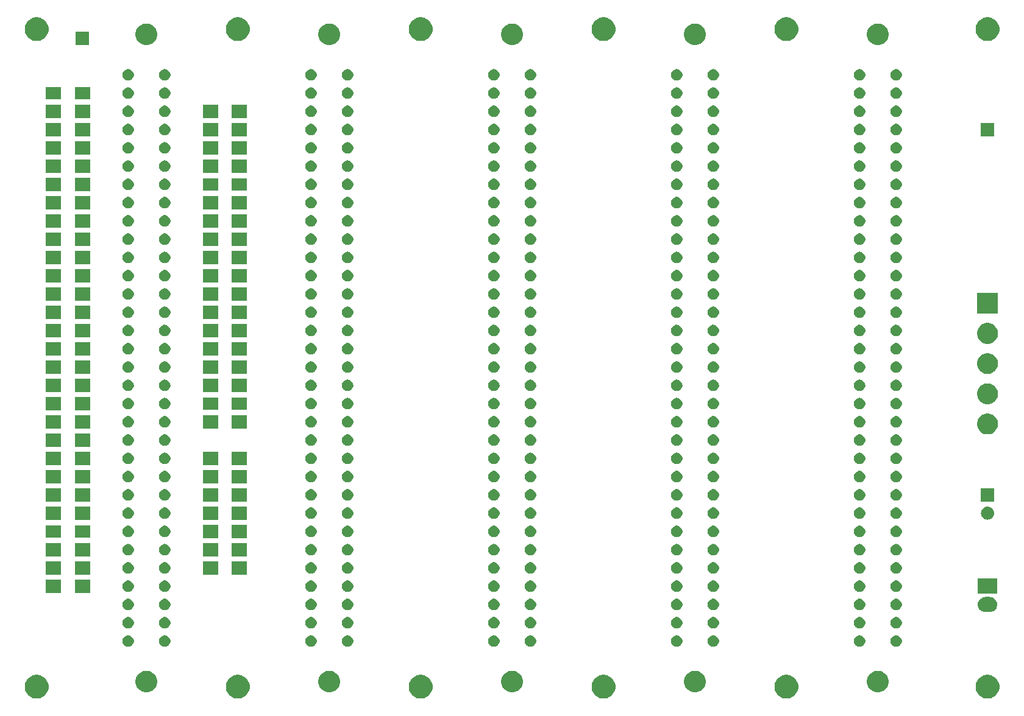
<source format=gbr>
G04 #@! TF.GenerationSoftware,KiCad,Pcbnew,(5.1.4)-1*
G04 #@! TF.CreationDate,2019-10-27T15:44:07+01:00*
G04 #@! TF.ProjectId,stebus,73746562-7573-42e6-9b69-6361645f7063,rev?*
G04 #@! TF.SameCoordinates,Original*
G04 #@! TF.FileFunction,Soldermask,Top*
G04 #@! TF.FilePolarity,Negative*
%FSLAX46Y46*%
G04 Gerber Fmt 4.6, Leading zero omitted, Abs format (unit mm)*
G04 Created by KiCad (PCBNEW (5.1.4)-1) date 2019-10-27 15:44:07*
%MOMM*%
%LPD*%
G04 APERTURE LIST*
%ADD10C,0.100000*%
G04 APERTURE END LIST*
D10*
G36*
X147695256Y-144441298D02*
G01*
X147801579Y-144462447D01*
X148102042Y-144586903D01*
X148372451Y-144767585D01*
X148602415Y-144997549D01*
X148783097Y-145267958D01*
X148907553Y-145568421D01*
X148971000Y-145887391D01*
X148971000Y-146212609D01*
X148907553Y-146531579D01*
X148783097Y-146832042D01*
X148602415Y-147102451D01*
X148372451Y-147332415D01*
X148102042Y-147513097D01*
X147801579Y-147637553D01*
X147695256Y-147658702D01*
X147482611Y-147701000D01*
X147157389Y-147701000D01*
X146944744Y-147658702D01*
X146838421Y-147637553D01*
X146537958Y-147513097D01*
X146267549Y-147332415D01*
X146037585Y-147102451D01*
X145856903Y-146832042D01*
X145732447Y-146531579D01*
X145669000Y-146212609D01*
X145669000Y-145887391D01*
X145732447Y-145568421D01*
X145856903Y-145267958D01*
X146037585Y-144997549D01*
X146267549Y-144767585D01*
X146537958Y-144586903D01*
X146838421Y-144462447D01*
X146944744Y-144441298D01*
X147157389Y-144399000D01*
X147482611Y-144399000D01*
X147695256Y-144441298D01*
X147695256Y-144441298D01*
G37*
G36*
X122295256Y-144441298D02*
G01*
X122401579Y-144462447D01*
X122702042Y-144586903D01*
X122972451Y-144767585D01*
X123202415Y-144997549D01*
X123383097Y-145267958D01*
X123507553Y-145568421D01*
X123571000Y-145887391D01*
X123571000Y-146212609D01*
X123507553Y-146531579D01*
X123383097Y-146832042D01*
X123202415Y-147102451D01*
X122972451Y-147332415D01*
X122702042Y-147513097D01*
X122401579Y-147637553D01*
X122295256Y-147658702D01*
X122082611Y-147701000D01*
X121757389Y-147701000D01*
X121544744Y-147658702D01*
X121438421Y-147637553D01*
X121137958Y-147513097D01*
X120867549Y-147332415D01*
X120637585Y-147102451D01*
X120456903Y-146832042D01*
X120332447Y-146531579D01*
X120269000Y-146212609D01*
X120269000Y-145887391D01*
X120332447Y-145568421D01*
X120456903Y-145267958D01*
X120637585Y-144997549D01*
X120867549Y-144767585D01*
X121137958Y-144586903D01*
X121438421Y-144462447D01*
X121544744Y-144441298D01*
X121757389Y-144399000D01*
X122082611Y-144399000D01*
X122295256Y-144441298D01*
X122295256Y-144441298D01*
G37*
G36*
X96895256Y-144441298D02*
G01*
X97001579Y-144462447D01*
X97302042Y-144586903D01*
X97572451Y-144767585D01*
X97802415Y-144997549D01*
X97983097Y-145267958D01*
X98107553Y-145568421D01*
X98171000Y-145887391D01*
X98171000Y-146212609D01*
X98107553Y-146531579D01*
X97983097Y-146832042D01*
X97802415Y-147102451D01*
X97572451Y-147332415D01*
X97302042Y-147513097D01*
X97001579Y-147637553D01*
X96895256Y-147658702D01*
X96682611Y-147701000D01*
X96357389Y-147701000D01*
X96144744Y-147658702D01*
X96038421Y-147637553D01*
X95737958Y-147513097D01*
X95467549Y-147332415D01*
X95237585Y-147102451D01*
X95056903Y-146832042D01*
X94932447Y-146531579D01*
X94869000Y-146212609D01*
X94869000Y-145887391D01*
X94932447Y-145568421D01*
X95056903Y-145267958D01*
X95237585Y-144997549D01*
X95467549Y-144767585D01*
X95737958Y-144586903D01*
X96038421Y-144462447D01*
X96144744Y-144441298D01*
X96357389Y-144399000D01*
X96682611Y-144399000D01*
X96895256Y-144441298D01*
X96895256Y-144441298D01*
G37*
G36*
X68955256Y-144441298D02*
G01*
X69061579Y-144462447D01*
X69362042Y-144586903D01*
X69632451Y-144767585D01*
X69862415Y-144997549D01*
X70043097Y-145267958D01*
X70167553Y-145568421D01*
X70231000Y-145887391D01*
X70231000Y-146212609D01*
X70167553Y-146531579D01*
X70043097Y-146832042D01*
X69862415Y-147102451D01*
X69632451Y-147332415D01*
X69362042Y-147513097D01*
X69061579Y-147637553D01*
X68955256Y-147658702D01*
X68742611Y-147701000D01*
X68417389Y-147701000D01*
X68204744Y-147658702D01*
X68098421Y-147637553D01*
X67797958Y-147513097D01*
X67527549Y-147332415D01*
X67297585Y-147102451D01*
X67116903Y-146832042D01*
X66992447Y-146531579D01*
X66929000Y-146212609D01*
X66929000Y-145887391D01*
X66992447Y-145568421D01*
X67116903Y-145267958D01*
X67297585Y-144997549D01*
X67527549Y-144767585D01*
X67797958Y-144586903D01*
X68098421Y-144462447D01*
X68204744Y-144441298D01*
X68417389Y-144399000D01*
X68742611Y-144399000D01*
X68955256Y-144441298D01*
X68955256Y-144441298D01*
G37*
G36*
X201035256Y-144441298D02*
G01*
X201141579Y-144462447D01*
X201442042Y-144586903D01*
X201712451Y-144767585D01*
X201942415Y-144997549D01*
X202123097Y-145267958D01*
X202247553Y-145568421D01*
X202311000Y-145887391D01*
X202311000Y-146212609D01*
X202247553Y-146531579D01*
X202123097Y-146832042D01*
X201942415Y-147102451D01*
X201712451Y-147332415D01*
X201442042Y-147513097D01*
X201141579Y-147637553D01*
X201035256Y-147658702D01*
X200822611Y-147701000D01*
X200497389Y-147701000D01*
X200284744Y-147658702D01*
X200178421Y-147637553D01*
X199877958Y-147513097D01*
X199607549Y-147332415D01*
X199377585Y-147102451D01*
X199196903Y-146832042D01*
X199072447Y-146531579D01*
X199009000Y-146212609D01*
X199009000Y-145887391D01*
X199072447Y-145568421D01*
X199196903Y-145267958D01*
X199377585Y-144997549D01*
X199607549Y-144767585D01*
X199877958Y-144586903D01*
X200178421Y-144462447D01*
X200284744Y-144441298D01*
X200497389Y-144399000D01*
X200822611Y-144399000D01*
X201035256Y-144441298D01*
X201035256Y-144441298D01*
G37*
G36*
X173095256Y-144441298D02*
G01*
X173201579Y-144462447D01*
X173502042Y-144586903D01*
X173772451Y-144767585D01*
X174002415Y-144997549D01*
X174183097Y-145267958D01*
X174307553Y-145568421D01*
X174371000Y-145887391D01*
X174371000Y-146212609D01*
X174307553Y-146531579D01*
X174183097Y-146832042D01*
X174002415Y-147102451D01*
X173772451Y-147332415D01*
X173502042Y-147513097D01*
X173201579Y-147637553D01*
X173095256Y-147658702D01*
X172882611Y-147701000D01*
X172557389Y-147701000D01*
X172344744Y-147658702D01*
X172238421Y-147637553D01*
X171937958Y-147513097D01*
X171667549Y-147332415D01*
X171437585Y-147102451D01*
X171256903Y-146832042D01*
X171132447Y-146531579D01*
X171069000Y-146212609D01*
X171069000Y-145887391D01*
X171132447Y-145568421D01*
X171256903Y-145267958D01*
X171437585Y-144997549D01*
X171667549Y-144767585D01*
X171937958Y-144586903D01*
X172238421Y-144462447D01*
X172344744Y-144441298D01*
X172557389Y-144399000D01*
X172882611Y-144399000D01*
X173095256Y-144441298D01*
X173095256Y-144441298D01*
G37*
G36*
X135057924Y-143882455D02*
G01*
X135331149Y-143995629D01*
X135331151Y-143995630D01*
X135577048Y-144159933D01*
X135786167Y-144369052D01*
X135931730Y-144586902D01*
X135950471Y-144614951D01*
X136063645Y-144888176D01*
X136121340Y-145178230D01*
X136121340Y-145473970D01*
X136063645Y-145764024D01*
X136012545Y-145887389D01*
X135950470Y-146037251D01*
X135786167Y-146283148D01*
X135577048Y-146492267D01*
X135331151Y-146656570D01*
X135331150Y-146656571D01*
X135331149Y-146656571D01*
X135057924Y-146769745D01*
X134767870Y-146827440D01*
X134472130Y-146827440D01*
X134182076Y-146769745D01*
X133908851Y-146656571D01*
X133908850Y-146656571D01*
X133908849Y-146656570D01*
X133662952Y-146492267D01*
X133453833Y-146283148D01*
X133289530Y-146037251D01*
X133227455Y-145887389D01*
X133176355Y-145764024D01*
X133118660Y-145473970D01*
X133118660Y-145178230D01*
X133176355Y-144888176D01*
X133289529Y-144614951D01*
X133308271Y-144586902D01*
X133453833Y-144369052D01*
X133662952Y-144159933D01*
X133908849Y-143995630D01*
X133908851Y-143995629D01*
X134182076Y-143882455D01*
X134472130Y-143824760D01*
X134767870Y-143824760D01*
X135057924Y-143882455D01*
X135057924Y-143882455D01*
G37*
G36*
X109657924Y-143882455D02*
G01*
X109931149Y-143995629D01*
X109931151Y-143995630D01*
X110177048Y-144159933D01*
X110386167Y-144369052D01*
X110531730Y-144586902D01*
X110550471Y-144614951D01*
X110663645Y-144888176D01*
X110721340Y-145178230D01*
X110721340Y-145473970D01*
X110663645Y-145764024D01*
X110612545Y-145887389D01*
X110550470Y-146037251D01*
X110386167Y-146283148D01*
X110177048Y-146492267D01*
X109931151Y-146656570D01*
X109931150Y-146656571D01*
X109931149Y-146656571D01*
X109657924Y-146769745D01*
X109367870Y-146827440D01*
X109072130Y-146827440D01*
X108782076Y-146769745D01*
X108508851Y-146656571D01*
X108508850Y-146656571D01*
X108508849Y-146656570D01*
X108262952Y-146492267D01*
X108053833Y-146283148D01*
X107889530Y-146037251D01*
X107827455Y-145887389D01*
X107776355Y-145764024D01*
X107718660Y-145473970D01*
X107718660Y-145178230D01*
X107776355Y-144888176D01*
X107889529Y-144614951D01*
X107908271Y-144586902D01*
X108053833Y-144369052D01*
X108262952Y-144159933D01*
X108508849Y-143995630D01*
X108508851Y-143995629D01*
X108782076Y-143882455D01*
X109072130Y-143824760D01*
X109367870Y-143824760D01*
X109657924Y-143882455D01*
X109657924Y-143882455D01*
G37*
G36*
X160457924Y-143882455D02*
G01*
X160731149Y-143995629D01*
X160731151Y-143995630D01*
X160977048Y-144159933D01*
X161186167Y-144369052D01*
X161331730Y-144586902D01*
X161350471Y-144614951D01*
X161463645Y-144888176D01*
X161521340Y-145178230D01*
X161521340Y-145473970D01*
X161463645Y-145764024D01*
X161412545Y-145887389D01*
X161350470Y-146037251D01*
X161186167Y-146283148D01*
X160977048Y-146492267D01*
X160731151Y-146656570D01*
X160731150Y-146656571D01*
X160731149Y-146656571D01*
X160457924Y-146769745D01*
X160167870Y-146827440D01*
X159872130Y-146827440D01*
X159582076Y-146769745D01*
X159308851Y-146656571D01*
X159308850Y-146656571D01*
X159308849Y-146656570D01*
X159062952Y-146492267D01*
X158853833Y-146283148D01*
X158689530Y-146037251D01*
X158627455Y-145887389D01*
X158576355Y-145764024D01*
X158518660Y-145473970D01*
X158518660Y-145178230D01*
X158576355Y-144888176D01*
X158689529Y-144614951D01*
X158708271Y-144586902D01*
X158853833Y-144369052D01*
X159062952Y-144159933D01*
X159308849Y-143995630D01*
X159308851Y-143995629D01*
X159582076Y-143882455D01*
X159872130Y-143824760D01*
X160167870Y-143824760D01*
X160457924Y-143882455D01*
X160457924Y-143882455D01*
G37*
G36*
X84257924Y-143882455D02*
G01*
X84531149Y-143995629D01*
X84531151Y-143995630D01*
X84777048Y-144159933D01*
X84986167Y-144369052D01*
X85131730Y-144586902D01*
X85150471Y-144614951D01*
X85263645Y-144888176D01*
X85321340Y-145178230D01*
X85321340Y-145473970D01*
X85263645Y-145764024D01*
X85212545Y-145887389D01*
X85150470Y-146037251D01*
X84986167Y-146283148D01*
X84777048Y-146492267D01*
X84531151Y-146656570D01*
X84531150Y-146656571D01*
X84531149Y-146656571D01*
X84257924Y-146769745D01*
X83967870Y-146827440D01*
X83672130Y-146827440D01*
X83382076Y-146769745D01*
X83108851Y-146656571D01*
X83108850Y-146656571D01*
X83108849Y-146656570D01*
X82862952Y-146492267D01*
X82653833Y-146283148D01*
X82489530Y-146037251D01*
X82427455Y-145887389D01*
X82376355Y-145764024D01*
X82318660Y-145473970D01*
X82318660Y-145178230D01*
X82376355Y-144888176D01*
X82489529Y-144614951D01*
X82508271Y-144586902D01*
X82653833Y-144369052D01*
X82862952Y-144159933D01*
X83108849Y-143995630D01*
X83108851Y-143995629D01*
X83382076Y-143882455D01*
X83672130Y-143824760D01*
X83967870Y-143824760D01*
X84257924Y-143882455D01*
X84257924Y-143882455D01*
G37*
G36*
X185857924Y-143882455D02*
G01*
X186131149Y-143995629D01*
X186131151Y-143995630D01*
X186377048Y-144159933D01*
X186586167Y-144369052D01*
X186731730Y-144586902D01*
X186750471Y-144614951D01*
X186863645Y-144888176D01*
X186921340Y-145178230D01*
X186921340Y-145473970D01*
X186863645Y-145764024D01*
X186812545Y-145887389D01*
X186750470Y-146037251D01*
X186586167Y-146283148D01*
X186377048Y-146492267D01*
X186131151Y-146656570D01*
X186131150Y-146656571D01*
X186131149Y-146656571D01*
X185857924Y-146769745D01*
X185567870Y-146827440D01*
X185272130Y-146827440D01*
X184982076Y-146769745D01*
X184708851Y-146656571D01*
X184708850Y-146656571D01*
X184708849Y-146656570D01*
X184462952Y-146492267D01*
X184253833Y-146283148D01*
X184089530Y-146037251D01*
X184027455Y-145887389D01*
X183976355Y-145764024D01*
X183918660Y-145473970D01*
X183918660Y-145178230D01*
X183976355Y-144888176D01*
X184089529Y-144614951D01*
X184108271Y-144586902D01*
X184253833Y-144369052D01*
X184462952Y-144159933D01*
X184708849Y-143995630D01*
X184708851Y-143995629D01*
X184982076Y-143882455D01*
X185272130Y-143824760D01*
X185567870Y-143824760D01*
X185857924Y-143882455D01*
X185857924Y-143882455D01*
G37*
G36*
X137316378Y-138913832D02*
G01*
X137393809Y-138929234D01*
X137539686Y-138989658D01*
X137670971Y-139077380D01*
X137782620Y-139189029D01*
X137870342Y-139320314D01*
X137930766Y-139466191D01*
X137961570Y-139621052D01*
X137961570Y-139778948D01*
X137930766Y-139933809D01*
X137870342Y-140079686D01*
X137782620Y-140210971D01*
X137670971Y-140322620D01*
X137539686Y-140410342D01*
X137393809Y-140470766D01*
X137316378Y-140486168D01*
X137238949Y-140501570D01*
X137081051Y-140501570D01*
X137003622Y-140486168D01*
X136926191Y-140470766D01*
X136780314Y-140410342D01*
X136649029Y-140322620D01*
X136537380Y-140210971D01*
X136449658Y-140079686D01*
X136389234Y-139933809D01*
X136358430Y-139778948D01*
X136358430Y-139621052D01*
X136389234Y-139466191D01*
X136449658Y-139320314D01*
X136537380Y-139189029D01*
X136649029Y-139077380D01*
X136780314Y-138989658D01*
X136926191Y-138929234D01*
X137003622Y-138913832D01*
X137081051Y-138898430D01*
X137238949Y-138898430D01*
X137316378Y-138913832D01*
X137316378Y-138913832D01*
G37*
G36*
X86516378Y-138913832D02*
G01*
X86593809Y-138929234D01*
X86739686Y-138989658D01*
X86870971Y-139077380D01*
X86982620Y-139189029D01*
X87070342Y-139320314D01*
X87130766Y-139466191D01*
X87161570Y-139621052D01*
X87161570Y-139778948D01*
X87130766Y-139933809D01*
X87070342Y-140079686D01*
X86982620Y-140210971D01*
X86870971Y-140322620D01*
X86739686Y-140410342D01*
X86593809Y-140470766D01*
X86516378Y-140486168D01*
X86438949Y-140501570D01*
X86281051Y-140501570D01*
X86203622Y-140486168D01*
X86126191Y-140470766D01*
X85980314Y-140410342D01*
X85849029Y-140322620D01*
X85737380Y-140210971D01*
X85649658Y-140079686D01*
X85589234Y-139933809D01*
X85558430Y-139778948D01*
X85558430Y-139621052D01*
X85589234Y-139466191D01*
X85649658Y-139320314D01*
X85737380Y-139189029D01*
X85849029Y-139077380D01*
X85980314Y-138989658D01*
X86126191Y-138929234D01*
X86203622Y-138913832D01*
X86281051Y-138898430D01*
X86438949Y-138898430D01*
X86516378Y-138913832D01*
X86516378Y-138913832D01*
G37*
G36*
X81436378Y-138913832D02*
G01*
X81513809Y-138929234D01*
X81659686Y-138989658D01*
X81790971Y-139077380D01*
X81902620Y-139189029D01*
X81990342Y-139320314D01*
X82050766Y-139466191D01*
X82081570Y-139621052D01*
X82081570Y-139778948D01*
X82050766Y-139933809D01*
X81990342Y-140079686D01*
X81902620Y-140210971D01*
X81790971Y-140322620D01*
X81659686Y-140410342D01*
X81513809Y-140470766D01*
X81436378Y-140486168D01*
X81358949Y-140501570D01*
X81201051Y-140501570D01*
X81123622Y-140486168D01*
X81046191Y-140470766D01*
X80900314Y-140410342D01*
X80769029Y-140322620D01*
X80657380Y-140210971D01*
X80569658Y-140079686D01*
X80509234Y-139933809D01*
X80478430Y-139778948D01*
X80478430Y-139621052D01*
X80509234Y-139466191D01*
X80569658Y-139320314D01*
X80657380Y-139189029D01*
X80769029Y-139077380D01*
X80900314Y-138989658D01*
X81046191Y-138929234D01*
X81123622Y-138913832D01*
X81201051Y-138898430D01*
X81358949Y-138898430D01*
X81436378Y-138913832D01*
X81436378Y-138913832D01*
G37*
G36*
X188116378Y-138913832D02*
G01*
X188193809Y-138929234D01*
X188339686Y-138989658D01*
X188470971Y-139077380D01*
X188582620Y-139189029D01*
X188670342Y-139320314D01*
X188730766Y-139466191D01*
X188761570Y-139621052D01*
X188761570Y-139778948D01*
X188730766Y-139933809D01*
X188670342Y-140079686D01*
X188582620Y-140210971D01*
X188470971Y-140322620D01*
X188339686Y-140410342D01*
X188193809Y-140470766D01*
X188116378Y-140486168D01*
X188038949Y-140501570D01*
X187881051Y-140501570D01*
X187803622Y-140486168D01*
X187726191Y-140470766D01*
X187580314Y-140410342D01*
X187449029Y-140322620D01*
X187337380Y-140210971D01*
X187249658Y-140079686D01*
X187189234Y-139933809D01*
X187158430Y-139778948D01*
X187158430Y-139621052D01*
X187189234Y-139466191D01*
X187249658Y-139320314D01*
X187337380Y-139189029D01*
X187449029Y-139077380D01*
X187580314Y-138989658D01*
X187726191Y-138929234D01*
X187803622Y-138913832D01*
X187881051Y-138898430D01*
X188038949Y-138898430D01*
X188116378Y-138913832D01*
X188116378Y-138913832D01*
G37*
G36*
X106836378Y-138913832D02*
G01*
X106913809Y-138929234D01*
X107059686Y-138989658D01*
X107190971Y-139077380D01*
X107302620Y-139189029D01*
X107390342Y-139320314D01*
X107450766Y-139466191D01*
X107481570Y-139621052D01*
X107481570Y-139778948D01*
X107450766Y-139933809D01*
X107390342Y-140079686D01*
X107302620Y-140210971D01*
X107190971Y-140322620D01*
X107059686Y-140410342D01*
X106913809Y-140470766D01*
X106836378Y-140486168D01*
X106758949Y-140501570D01*
X106601051Y-140501570D01*
X106523622Y-140486168D01*
X106446191Y-140470766D01*
X106300314Y-140410342D01*
X106169029Y-140322620D01*
X106057380Y-140210971D01*
X105969658Y-140079686D01*
X105909234Y-139933809D01*
X105878430Y-139778948D01*
X105878430Y-139621052D01*
X105909234Y-139466191D01*
X105969658Y-139320314D01*
X106057380Y-139189029D01*
X106169029Y-139077380D01*
X106300314Y-138989658D01*
X106446191Y-138929234D01*
X106523622Y-138913832D01*
X106601051Y-138898430D01*
X106758949Y-138898430D01*
X106836378Y-138913832D01*
X106836378Y-138913832D01*
G37*
G36*
X111916378Y-138913832D02*
G01*
X111993809Y-138929234D01*
X112139686Y-138989658D01*
X112270971Y-139077380D01*
X112382620Y-139189029D01*
X112470342Y-139320314D01*
X112530766Y-139466191D01*
X112561570Y-139621052D01*
X112561570Y-139778948D01*
X112530766Y-139933809D01*
X112470342Y-140079686D01*
X112382620Y-140210971D01*
X112270971Y-140322620D01*
X112139686Y-140410342D01*
X111993809Y-140470766D01*
X111916378Y-140486168D01*
X111838949Y-140501570D01*
X111681051Y-140501570D01*
X111603622Y-140486168D01*
X111526191Y-140470766D01*
X111380314Y-140410342D01*
X111249029Y-140322620D01*
X111137380Y-140210971D01*
X111049658Y-140079686D01*
X110989234Y-139933809D01*
X110958430Y-139778948D01*
X110958430Y-139621052D01*
X110989234Y-139466191D01*
X111049658Y-139320314D01*
X111137380Y-139189029D01*
X111249029Y-139077380D01*
X111380314Y-138989658D01*
X111526191Y-138929234D01*
X111603622Y-138913832D01*
X111681051Y-138898430D01*
X111838949Y-138898430D01*
X111916378Y-138913832D01*
X111916378Y-138913832D01*
G37*
G36*
X132236378Y-138913832D02*
G01*
X132313809Y-138929234D01*
X132459686Y-138989658D01*
X132590971Y-139077380D01*
X132702620Y-139189029D01*
X132790342Y-139320314D01*
X132850766Y-139466191D01*
X132881570Y-139621052D01*
X132881570Y-139778948D01*
X132850766Y-139933809D01*
X132790342Y-140079686D01*
X132702620Y-140210971D01*
X132590971Y-140322620D01*
X132459686Y-140410342D01*
X132313809Y-140470766D01*
X132236378Y-140486168D01*
X132158949Y-140501570D01*
X132001051Y-140501570D01*
X131923622Y-140486168D01*
X131846191Y-140470766D01*
X131700314Y-140410342D01*
X131569029Y-140322620D01*
X131457380Y-140210971D01*
X131369658Y-140079686D01*
X131309234Y-139933809D01*
X131278430Y-139778948D01*
X131278430Y-139621052D01*
X131309234Y-139466191D01*
X131369658Y-139320314D01*
X131457380Y-139189029D01*
X131569029Y-139077380D01*
X131700314Y-138989658D01*
X131846191Y-138929234D01*
X131923622Y-138913832D01*
X132001051Y-138898430D01*
X132158949Y-138898430D01*
X132236378Y-138913832D01*
X132236378Y-138913832D01*
G37*
G36*
X183036378Y-138913832D02*
G01*
X183113809Y-138929234D01*
X183259686Y-138989658D01*
X183390971Y-139077380D01*
X183502620Y-139189029D01*
X183590342Y-139320314D01*
X183650766Y-139466191D01*
X183681570Y-139621052D01*
X183681570Y-139778948D01*
X183650766Y-139933809D01*
X183590342Y-140079686D01*
X183502620Y-140210971D01*
X183390971Y-140322620D01*
X183259686Y-140410342D01*
X183113809Y-140470766D01*
X183036378Y-140486168D01*
X182958949Y-140501570D01*
X182801051Y-140501570D01*
X182723622Y-140486168D01*
X182646191Y-140470766D01*
X182500314Y-140410342D01*
X182369029Y-140322620D01*
X182257380Y-140210971D01*
X182169658Y-140079686D01*
X182109234Y-139933809D01*
X182078430Y-139778948D01*
X182078430Y-139621052D01*
X182109234Y-139466191D01*
X182169658Y-139320314D01*
X182257380Y-139189029D01*
X182369029Y-139077380D01*
X182500314Y-138989658D01*
X182646191Y-138929234D01*
X182723622Y-138913832D01*
X182801051Y-138898430D01*
X182958949Y-138898430D01*
X183036378Y-138913832D01*
X183036378Y-138913832D01*
G37*
G36*
X157636378Y-138913832D02*
G01*
X157713809Y-138929234D01*
X157859686Y-138989658D01*
X157990971Y-139077380D01*
X158102620Y-139189029D01*
X158190342Y-139320314D01*
X158250766Y-139466191D01*
X158281570Y-139621052D01*
X158281570Y-139778948D01*
X158250766Y-139933809D01*
X158190342Y-140079686D01*
X158102620Y-140210971D01*
X157990971Y-140322620D01*
X157859686Y-140410342D01*
X157713809Y-140470766D01*
X157636378Y-140486168D01*
X157558949Y-140501570D01*
X157401051Y-140501570D01*
X157323622Y-140486168D01*
X157246191Y-140470766D01*
X157100314Y-140410342D01*
X156969029Y-140322620D01*
X156857380Y-140210971D01*
X156769658Y-140079686D01*
X156709234Y-139933809D01*
X156678430Y-139778948D01*
X156678430Y-139621052D01*
X156709234Y-139466191D01*
X156769658Y-139320314D01*
X156857380Y-139189029D01*
X156969029Y-139077380D01*
X157100314Y-138989658D01*
X157246191Y-138929234D01*
X157323622Y-138913832D01*
X157401051Y-138898430D01*
X157558949Y-138898430D01*
X157636378Y-138913832D01*
X157636378Y-138913832D01*
G37*
G36*
X162716378Y-138913832D02*
G01*
X162793809Y-138929234D01*
X162939686Y-138989658D01*
X163070971Y-139077380D01*
X163182620Y-139189029D01*
X163270342Y-139320314D01*
X163330766Y-139466191D01*
X163361570Y-139621052D01*
X163361570Y-139778948D01*
X163330766Y-139933809D01*
X163270342Y-140079686D01*
X163182620Y-140210971D01*
X163070971Y-140322620D01*
X162939686Y-140410342D01*
X162793809Y-140470766D01*
X162716378Y-140486168D01*
X162638949Y-140501570D01*
X162481051Y-140501570D01*
X162403622Y-140486168D01*
X162326191Y-140470766D01*
X162180314Y-140410342D01*
X162049029Y-140322620D01*
X161937380Y-140210971D01*
X161849658Y-140079686D01*
X161789234Y-139933809D01*
X161758430Y-139778948D01*
X161758430Y-139621052D01*
X161789234Y-139466191D01*
X161849658Y-139320314D01*
X161937380Y-139189029D01*
X162049029Y-139077380D01*
X162180314Y-138989658D01*
X162326191Y-138929234D01*
X162403622Y-138913832D01*
X162481051Y-138898430D01*
X162638949Y-138898430D01*
X162716378Y-138913832D01*
X162716378Y-138913832D01*
G37*
G36*
X86593809Y-136389234D02*
G01*
X86739686Y-136449658D01*
X86870971Y-136537380D01*
X86982620Y-136649029D01*
X87070342Y-136780314D01*
X87130766Y-136926191D01*
X87161570Y-137081052D01*
X87161570Y-137238948D01*
X87130766Y-137393809D01*
X87070342Y-137539686D01*
X86982620Y-137670971D01*
X86870971Y-137782620D01*
X86739686Y-137870342D01*
X86593809Y-137930766D01*
X86438949Y-137961570D01*
X86281051Y-137961570D01*
X86126191Y-137930766D01*
X85980314Y-137870342D01*
X85849029Y-137782620D01*
X85737380Y-137670971D01*
X85649658Y-137539686D01*
X85589234Y-137393809D01*
X85558430Y-137238948D01*
X85558430Y-137081052D01*
X85589234Y-136926191D01*
X85649658Y-136780314D01*
X85737380Y-136649029D01*
X85849029Y-136537380D01*
X85980314Y-136449658D01*
X86126191Y-136389234D01*
X86281051Y-136358430D01*
X86438949Y-136358430D01*
X86593809Y-136389234D01*
X86593809Y-136389234D01*
G37*
G36*
X132313809Y-136389234D02*
G01*
X132459686Y-136449658D01*
X132590971Y-136537380D01*
X132702620Y-136649029D01*
X132790342Y-136780314D01*
X132850766Y-136926191D01*
X132881570Y-137081052D01*
X132881570Y-137238948D01*
X132850766Y-137393809D01*
X132790342Y-137539686D01*
X132702620Y-137670971D01*
X132590971Y-137782620D01*
X132459686Y-137870342D01*
X132313809Y-137930766D01*
X132158949Y-137961570D01*
X132001051Y-137961570D01*
X131846191Y-137930766D01*
X131700314Y-137870342D01*
X131569029Y-137782620D01*
X131457380Y-137670971D01*
X131369658Y-137539686D01*
X131309234Y-137393809D01*
X131278430Y-137238948D01*
X131278430Y-137081052D01*
X131309234Y-136926191D01*
X131369658Y-136780314D01*
X131457380Y-136649029D01*
X131569029Y-136537380D01*
X131700314Y-136449658D01*
X131846191Y-136389234D01*
X132001051Y-136358430D01*
X132158949Y-136358430D01*
X132313809Y-136389234D01*
X132313809Y-136389234D01*
G37*
G36*
X137393809Y-136389234D02*
G01*
X137539686Y-136449658D01*
X137670971Y-136537380D01*
X137782620Y-136649029D01*
X137870342Y-136780314D01*
X137930766Y-136926191D01*
X137961570Y-137081052D01*
X137961570Y-137238948D01*
X137930766Y-137393809D01*
X137870342Y-137539686D01*
X137782620Y-137670971D01*
X137670971Y-137782620D01*
X137539686Y-137870342D01*
X137393809Y-137930766D01*
X137238949Y-137961570D01*
X137081051Y-137961570D01*
X136926191Y-137930766D01*
X136780314Y-137870342D01*
X136649029Y-137782620D01*
X136537380Y-137670971D01*
X136449658Y-137539686D01*
X136389234Y-137393809D01*
X136358430Y-137238948D01*
X136358430Y-137081052D01*
X136389234Y-136926191D01*
X136449658Y-136780314D01*
X136537380Y-136649029D01*
X136649029Y-136537380D01*
X136780314Y-136449658D01*
X136926191Y-136389234D01*
X137081051Y-136358430D01*
X137238949Y-136358430D01*
X137393809Y-136389234D01*
X137393809Y-136389234D01*
G37*
G36*
X81513809Y-136389234D02*
G01*
X81659686Y-136449658D01*
X81790971Y-136537380D01*
X81902620Y-136649029D01*
X81990342Y-136780314D01*
X82050766Y-136926191D01*
X82081570Y-137081052D01*
X82081570Y-137238948D01*
X82050766Y-137393809D01*
X81990342Y-137539686D01*
X81902620Y-137670971D01*
X81790971Y-137782620D01*
X81659686Y-137870342D01*
X81513809Y-137930766D01*
X81358949Y-137961570D01*
X81201051Y-137961570D01*
X81046191Y-137930766D01*
X80900314Y-137870342D01*
X80769029Y-137782620D01*
X80657380Y-137670971D01*
X80569658Y-137539686D01*
X80509234Y-137393809D01*
X80478430Y-137238948D01*
X80478430Y-137081052D01*
X80509234Y-136926191D01*
X80569658Y-136780314D01*
X80657380Y-136649029D01*
X80769029Y-136537380D01*
X80900314Y-136449658D01*
X81046191Y-136389234D01*
X81201051Y-136358430D01*
X81358949Y-136358430D01*
X81513809Y-136389234D01*
X81513809Y-136389234D01*
G37*
G36*
X106913809Y-136389234D02*
G01*
X107059686Y-136449658D01*
X107190971Y-136537380D01*
X107302620Y-136649029D01*
X107390342Y-136780314D01*
X107450766Y-136926191D01*
X107481570Y-137081052D01*
X107481570Y-137238948D01*
X107450766Y-137393809D01*
X107390342Y-137539686D01*
X107302620Y-137670971D01*
X107190971Y-137782620D01*
X107059686Y-137870342D01*
X106913809Y-137930766D01*
X106758949Y-137961570D01*
X106601051Y-137961570D01*
X106446191Y-137930766D01*
X106300314Y-137870342D01*
X106169029Y-137782620D01*
X106057380Y-137670971D01*
X105969658Y-137539686D01*
X105909234Y-137393809D01*
X105878430Y-137238948D01*
X105878430Y-137081052D01*
X105909234Y-136926191D01*
X105969658Y-136780314D01*
X106057380Y-136649029D01*
X106169029Y-136537380D01*
X106300314Y-136449658D01*
X106446191Y-136389234D01*
X106601051Y-136358430D01*
X106758949Y-136358430D01*
X106913809Y-136389234D01*
X106913809Y-136389234D01*
G37*
G36*
X183113809Y-136389234D02*
G01*
X183259686Y-136449658D01*
X183390971Y-136537380D01*
X183502620Y-136649029D01*
X183590342Y-136780314D01*
X183650766Y-136926191D01*
X183681570Y-137081052D01*
X183681570Y-137238948D01*
X183650766Y-137393809D01*
X183590342Y-137539686D01*
X183502620Y-137670971D01*
X183390971Y-137782620D01*
X183259686Y-137870342D01*
X183113809Y-137930766D01*
X182958949Y-137961570D01*
X182801051Y-137961570D01*
X182646191Y-137930766D01*
X182500314Y-137870342D01*
X182369029Y-137782620D01*
X182257380Y-137670971D01*
X182169658Y-137539686D01*
X182109234Y-137393809D01*
X182078430Y-137238948D01*
X182078430Y-137081052D01*
X182109234Y-136926191D01*
X182169658Y-136780314D01*
X182257380Y-136649029D01*
X182369029Y-136537380D01*
X182500314Y-136449658D01*
X182646191Y-136389234D01*
X182801051Y-136358430D01*
X182958949Y-136358430D01*
X183113809Y-136389234D01*
X183113809Y-136389234D01*
G37*
G36*
X111993809Y-136389234D02*
G01*
X112139686Y-136449658D01*
X112270971Y-136537380D01*
X112382620Y-136649029D01*
X112470342Y-136780314D01*
X112530766Y-136926191D01*
X112561570Y-137081052D01*
X112561570Y-137238948D01*
X112530766Y-137393809D01*
X112470342Y-137539686D01*
X112382620Y-137670971D01*
X112270971Y-137782620D01*
X112139686Y-137870342D01*
X111993809Y-137930766D01*
X111838949Y-137961570D01*
X111681051Y-137961570D01*
X111526191Y-137930766D01*
X111380314Y-137870342D01*
X111249029Y-137782620D01*
X111137380Y-137670971D01*
X111049658Y-137539686D01*
X110989234Y-137393809D01*
X110958430Y-137238948D01*
X110958430Y-137081052D01*
X110989234Y-136926191D01*
X111049658Y-136780314D01*
X111137380Y-136649029D01*
X111249029Y-136537380D01*
X111380314Y-136449658D01*
X111526191Y-136389234D01*
X111681051Y-136358430D01*
X111838949Y-136358430D01*
X111993809Y-136389234D01*
X111993809Y-136389234D01*
G37*
G36*
X157713809Y-136389234D02*
G01*
X157859686Y-136449658D01*
X157990971Y-136537380D01*
X158102620Y-136649029D01*
X158190342Y-136780314D01*
X158250766Y-136926191D01*
X158281570Y-137081052D01*
X158281570Y-137238948D01*
X158250766Y-137393809D01*
X158190342Y-137539686D01*
X158102620Y-137670971D01*
X157990971Y-137782620D01*
X157859686Y-137870342D01*
X157713809Y-137930766D01*
X157558949Y-137961570D01*
X157401051Y-137961570D01*
X157246191Y-137930766D01*
X157100314Y-137870342D01*
X156969029Y-137782620D01*
X156857380Y-137670971D01*
X156769658Y-137539686D01*
X156709234Y-137393809D01*
X156678430Y-137238948D01*
X156678430Y-137081052D01*
X156709234Y-136926191D01*
X156769658Y-136780314D01*
X156857380Y-136649029D01*
X156969029Y-136537380D01*
X157100314Y-136449658D01*
X157246191Y-136389234D01*
X157401051Y-136358430D01*
X157558949Y-136358430D01*
X157713809Y-136389234D01*
X157713809Y-136389234D01*
G37*
G36*
X162793809Y-136389234D02*
G01*
X162939686Y-136449658D01*
X163070971Y-136537380D01*
X163182620Y-136649029D01*
X163270342Y-136780314D01*
X163330766Y-136926191D01*
X163361570Y-137081052D01*
X163361570Y-137238948D01*
X163330766Y-137393809D01*
X163270342Y-137539686D01*
X163182620Y-137670971D01*
X163070971Y-137782620D01*
X162939686Y-137870342D01*
X162793809Y-137930766D01*
X162638949Y-137961570D01*
X162481051Y-137961570D01*
X162326191Y-137930766D01*
X162180314Y-137870342D01*
X162049029Y-137782620D01*
X161937380Y-137670971D01*
X161849658Y-137539686D01*
X161789234Y-137393809D01*
X161758430Y-137238948D01*
X161758430Y-137081052D01*
X161789234Y-136926191D01*
X161849658Y-136780314D01*
X161937380Y-136649029D01*
X162049029Y-136537380D01*
X162180314Y-136449658D01*
X162326191Y-136389234D01*
X162481051Y-136358430D01*
X162638949Y-136358430D01*
X162793809Y-136389234D01*
X162793809Y-136389234D01*
G37*
G36*
X188193809Y-136389234D02*
G01*
X188339686Y-136449658D01*
X188470971Y-136537380D01*
X188582620Y-136649029D01*
X188670342Y-136780314D01*
X188730766Y-136926191D01*
X188761570Y-137081052D01*
X188761570Y-137238948D01*
X188730766Y-137393809D01*
X188670342Y-137539686D01*
X188582620Y-137670971D01*
X188470971Y-137782620D01*
X188339686Y-137870342D01*
X188193809Y-137930766D01*
X188038949Y-137961570D01*
X187881051Y-137961570D01*
X187726191Y-137930766D01*
X187580314Y-137870342D01*
X187449029Y-137782620D01*
X187337380Y-137670971D01*
X187249658Y-137539686D01*
X187189234Y-137393809D01*
X187158430Y-137238948D01*
X187158430Y-137081052D01*
X187189234Y-136926191D01*
X187249658Y-136780314D01*
X187337380Y-136649029D01*
X187449029Y-136537380D01*
X187580314Y-136449658D01*
X187726191Y-136389234D01*
X187881051Y-136358430D01*
X188038949Y-136358430D01*
X188193809Y-136389234D01*
X188193809Y-136389234D01*
G37*
G36*
X201063097Y-133574069D02*
G01*
X201166032Y-133584207D01*
X201364146Y-133644305D01*
X201364149Y-133644306D01*
X201460975Y-133696061D01*
X201546729Y-133741897D01*
X201706765Y-133873235D01*
X201838103Y-134033271D01*
X201878596Y-134109029D01*
X201935694Y-134215851D01*
X201935695Y-134215854D01*
X201995793Y-134413968D01*
X202016085Y-134620000D01*
X201995793Y-134826032D01*
X201943115Y-134999686D01*
X201935694Y-135024149D01*
X201883939Y-135120975D01*
X201838103Y-135206729D01*
X201706765Y-135366765D01*
X201546729Y-135498103D01*
X201460975Y-135543939D01*
X201364149Y-135595694D01*
X201364146Y-135595695D01*
X201166032Y-135655793D01*
X201063097Y-135665931D01*
X201011631Y-135671000D01*
X200308369Y-135671000D01*
X200256903Y-135665931D01*
X200153968Y-135655793D01*
X199955854Y-135595695D01*
X199955851Y-135595694D01*
X199859025Y-135543939D01*
X199773271Y-135498103D01*
X199613235Y-135366765D01*
X199481897Y-135206729D01*
X199436061Y-135120975D01*
X199384306Y-135024149D01*
X199376885Y-134999686D01*
X199324207Y-134826032D01*
X199303915Y-134620000D01*
X199324207Y-134413968D01*
X199384305Y-134215854D01*
X199384306Y-134215851D01*
X199441404Y-134109029D01*
X199481897Y-134033271D01*
X199613235Y-133873235D01*
X199773271Y-133741897D01*
X199859025Y-133696061D01*
X199955851Y-133644306D01*
X199955854Y-133644305D01*
X200153968Y-133584207D01*
X200256903Y-133574069D01*
X200308369Y-133569000D01*
X201011631Y-133569000D01*
X201063097Y-133574069D01*
X201063097Y-133574069D01*
G37*
G36*
X183113809Y-133849234D02*
G01*
X183259686Y-133909658D01*
X183390971Y-133997380D01*
X183502620Y-134109029D01*
X183590342Y-134240314D01*
X183650766Y-134386191D01*
X183681570Y-134541052D01*
X183681570Y-134698948D01*
X183650766Y-134853809D01*
X183590342Y-134999686D01*
X183502620Y-135130971D01*
X183390971Y-135242620D01*
X183259686Y-135330342D01*
X183113809Y-135390766D01*
X182958949Y-135421570D01*
X182801051Y-135421570D01*
X182646191Y-135390766D01*
X182500314Y-135330342D01*
X182369029Y-135242620D01*
X182257380Y-135130971D01*
X182169658Y-134999686D01*
X182109234Y-134853809D01*
X182078430Y-134698948D01*
X182078430Y-134541052D01*
X182109234Y-134386191D01*
X182169658Y-134240314D01*
X182257380Y-134109029D01*
X182369029Y-133997380D01*
X182500314Y-133909658D01*
X182646191Y-133849234D01*
X182801051Y-133818430D01*
X182958949Y-133818430D01*
X183113809Y-133849234D01*
X183113809Y-133849234D01*
G37*
G36*
X188193809Y-133849234D02*
G01*
X188339686Y-133909658D01*
X188470971Y-133997380D01*
X188582620Y-134109029D01*
X188670342Y-134240314D01*
X188730766Y-134386191D01*
X188761570Y-134541052D01*
X188761570Y-134698948D01*
X188730766Y-134853809D01*
X188670342Y-134999686D01*
X188582620Y-135130971D01*
X188470971Y-135242620D01*
X188339686Y-135330342D01*
X188193809Y-135390766D01*
X188038949Y-135421570D01*
X187881051Y-135421570D01*
X187726191Y-135390766D01*
X187580314Y-135330342D01*
X187449029Y-135242620D01*
X187337380Y-135130971D01*
X187249658Y-134999686D01*
X187189234Y-134853809D01*
X187158430Y-134698948D01*
X187158430Y-134541052D01*
X187189234Y-134386191D01*
X187249658Y-134240314D01*
X187337380Y-134109029D01*
X187449029Y-133997380D01*
X187580314Y-133909658D01*
X187726191Y-133849234D01*
X187881051Y-133818430D01*
X188038949Y-133818430D01*
X188193809Y-133849234D01*
X188193809Y-133849234D01*
G37*
G36*
X81513809Y-133849234D02*
G01*
X81659686Y-133909658D01*
X81790971Y-133997380D01*
X81902620Y-134109029D01*
X81990342Y-134240314D01*
X82050766Y-134386191D01*
X82081570Y-134541052D01*
X82081570Y-134698948D01*
X82050766Y-134853809D01*
X81990342Y-134999686D01*
X81902620Y-135130971D01*
X81790971Y-135242620D01*
X81659686Y-135330342D01*
X81513809Y-135390766D01*
X81358949Y-135421570D01*
X81201051Y-135421570D01*
X81046191Y-135390766D01*
X80900314Y-135330342D01*
X80769029Y-135242620D01*
X80657380Y-135130971D01*
X80569658Y-134999686D01*
X80509234Y-134853809D01*
X80478430Y-134698948D01*
X80478430Y-134541052D01*
X80509234Y-134386191D01*
X80569658Y-134240314D01*
X80657380Y-134109029D01*
X80769029Y-133997380D01*
X80900314Y-133909658D01*
X81046191Y-133849234D01*
X81201051Y-133818430D01*
X81358949Y-133818430D01*
X81513809Y-133849234D01*
X81513809Y-133849234D01*
G37*
G36*
X86593809Y-133849234D02*
G01*
X86739686Y-133909658D01*
X86870971Y-133997380D01*
X86982620Y-134109029D01*
X87070342Y-134240314D01*
X87130766Y-134386191D01*
X87161570Y-134541052D01*
X87161570Y-134698948D01*
X87130766Y-134853809D01*
X87070342Y-134999686D01*
X86982620Y-135130971D01*
X86870971Y-135242620D01*
X86739686Y-135330342D01*
X86593809Y-135390766D01*
X86438949Y-135421570D01*
X86281051Y-135421570D01*
X86126191Y-135390766D01*
X85980314Y-135330342D01*
X85849029Y-135242620D01*
X85737380Y-135130971D01*
X85649658Y-134999686D01*
X85589234Y-134853809D01*
X85558430Y-134698948D01*
X85558430Y-134541052D01*
X85589234Y-134386191D01*
X85649658Y-134240314D01*
X85737380Y-134109029D01*
X85849029Y-133997380D01*
X85980314Y-133909658D01*
X86126191Y-133849234D01*
X86281051Y-133818430D01*
X86438949Y-133818430D01*
X86593809Y-133849234D01*
X86593809Y-133849234D01*
G37*
G36*
X157713809Y-133849234D02*
G01*
X157859686Y-133909658D01*
X157990971Y-133997380D01*
X158102620Y-134109029D01*
X158190342Y-134240314D01*
X158250766Y-134386191D01*
X158281570Y-134541052D01*
X158281570Y-134698948D01*
X158250766Y-134853809D01*
X158190342Y-134999686D01*
X158102620Y-135130971D01*
X157990971Y-135242620D01*
X157859686Y-135330342D01*
X157713809Y-135390766D01*
X157558949Y-135421570D01*
X157401051Y-135421570D01*
X157246191Y-135390766D01*
X157100314Y-135330342D01*
X156969029Y-135242620D01*
X156857380Y-135130971D01*
X156769658Y-134999686D01*
X156709234Y-134853809D01*
X156678430Y-134698948D01*
X156678430Y-134541052D01*
X156709234Y-134386191D01*
X156769658Y-134240314D01*
X156857380Y-134109029D01*
X156969029Y-133997380D01*
X157100314Y-133909658D01*
X157246191Y-133849234D01*
X157401051Y-133818430D01*
X157558949Y-133818430D01*
X157713809Y-133849234D01*
X157713809Y-133849234D01*
G37*
G36*
X111993809Y-133849234D02*
G01*
X112139686Y-133909658D01*
X112270971Y-133997380D01*
X112382620Y-134109029D01*
X112470342Y-134240314D01*
X112530766Y-134386191D01*
X112561570Y-134541052D01*
X112561570Y-134698948D01*
X112530766Y-134853809D01*
X112470342Y-134999686D01*
X112382620Y-135130971D01*
X112270971Y-135242620D01*
X112139686Y-135330342D01*
X111993809Y-135390766D01*
X111838949Y-135421570D01*
X111681051Y-135421570D01*
X111526191Y-135390766D01*
X111380314Y-135330342D01*
X111249029Y-135242620D01*
X111137380Y-135130971D01*
X111049658Y-134999686D01*
X110989234Y-134853809D01*
X110958430Y-134698948D01*
X110958430Y-134541052D01*
X110989234Y-134386191D01*
X111049658Y-134240314D01*
X111137380Y-134109029D01*
X111249029Y-133997380D01*
X111380314Y-133909658D01*
X111526191Y-133849234D01*
X111681051Y-133818430D01*
X111838949Y-133818430D01*
X111993809Y-133849234D01*
X111993809Y-133849234D01*
G37*
G36*
X162793809Y-133849234D02*
G01*
X162939686Y-133909658D01*
X163070971Y-133997380D01*
X163182620Y-134109029D01*
X163270342Y-134240314D01*
X163330766Y-134386191D01*
X163361570Y-134541052D01*
X163361570Y-134698948D01*
X163330766Y-134853809D01*
X163270342Y-134999686D01*
X163182620Y-135130971D01*
X163070971Y-135242620D01*
X162939686Y-135330342D01*
X162793809Y-135390766D01*
X162638949Y-135421570D01*
X162481051Y-135421570D01*
X162326191Y-135390766D01*
X162180314Y-135330342D01*
X162049029Y-135242620D01*
X161937380Y-135130971D01*
X161849658Y-134999686D01*
X161789234Y-134853809D01*
X161758430Y-134698948D01*
X161758430Y-134541052D01*
X161789234Y-134386191D01*
X161849658Y-134240314D01*
X161937380Y-134109029D01*
X162049029Y-133997380D01*
X162180314Y-133909658D01*
X162326191Y-133849234D01*
X162481051Y-133818430D01*
X162638949Y-133818430D01*
X162793809Y-133849234D01*
X162793809Y-133849234D01*
G37*
G36*
X106913809Y-133849234D02*
G01*
X107059686Y-133909658D01*
X107190971Y-133997380D01*
X107302620Y-134109029D01*
X107390342Y-134240314D01*
X107450766Y-134386191D01*
X107481570Y-134541052D01*
X107481570Y-134698948D01*
X107450766Y-134853809D01*
X107390342Y-134999686D01*
X107302620Y-135130971D01*
X107190971Y-135242620D01*
X107059686Y-135330342D01*
X106913809Y-135390766D01*
X106758949Y-135421570D01*
X106601051Y-135421570D01*
X106446191Y-135390766D01*
X106300314Y-135330342D01*
X106169029Y-135242620D01*
X106057380Y-135130971D01*
X105969658Y-134999686D01*
X105909234Y-134853809D01*
X105878430Y-134698948D01*
X105878430Y-134541052D01*
X105909234Y-134386191D01*
X105969658Y-134240314D01*
X106057380Y-134109029D01*
X106169029Y-133997380D01*
X106300314Y-133909658D01*
X106446191Y-133849234D01*
X106601051Y-133818430D01*
X106758949Y-133818430D01*
X106913809Y-133849234D01*
X106913809Y-133849234D01*
G37*
G36*
X137393809Y-133849234D02*
G01*
X137539686Y-133909658D01*
X137670971Y-133997380D01*
X137782620Y-134109029D01*
X137870342Y-134240314D01*
X137930766Y-134386191D01*
X137961570Y-134541052D01*
X137961570Y-134698948D01*
X137930766Y-134853809D01*
X137870342Y-134999686D01*
X137782620Y-135130971D01*
X137670971Y-135242620D01*
X137539686Y-135330342D01*
X137393809Y-135390766D01*
X137238949Y-135421570D01*
X137081051Y-135421570D01*
X136926191Y-135390766D01*
X136780314Y-135330342D01*
X136649029Y-135242620D01*
X136537380Y-135130971D01*
X136449658Y-134999686D01*
X136389234Y-134853809D01*
X136358430Y-134698948D01*
X136358430Y-134541052D01*
X136389234Y-134386191D01*
X136449658Y-134240314D01*
X136537380Y-134109029D01*
X136649029Y-133997380D01*
X136780314Y-133909658D01*
X136926191Y-133849234D01*
X137081051Y-133818430D01*
X137238949Y-133818430D01*
X137393809Y-133849234D01*
X137393809Y-133849234D01*
G37*
G36*
X132313809Y-133849234D02*
G01*
X132459686Y-133909658D01*
X132590971Y-133997380D01*
X132702620Y-134109029D01*
X132790342Y-134240314D01*
X132850766Y-134386191D01*
X132881570Y-134541052D01*
X132881570Y-134698948D01*
X132850766Y-134853809D01*
X132790342Y-134999686D01*
X132702620Y-135130971D01*
X132590971Y-135242620D01*
X132459686Y-135330342D01*
X132313809Y-135390766D01*
X132158949Y-135421570D01*
X132001051Y-135421570D01*
X131846191Y-135390766D01*
X131700314Y-135330342D01*
X131569029Y-135242620D01*
X131457380Y-135130971D01*
X131369658Y-134999686D01*
X131309234Y-134853809D01*
X131278430Y-134698948D01*
X131278430Y-134541052D01*
X131309234Y-134386191D01*
X131369658Y-134240314D01*
X131457380Y-134109029D01*
X131569029Y-133997380D01*
X131700314Y-133909658D01*
X131846191Y-133849234D01*
X132001051Y-133818430D01*
X132158949Y-133818430D01*
X132313809Y-133849234D01*
X132313809Y-133849234D01*
G37*
G36*
X202011000Y-133131000D02*
G01*
X199309000Y-133131000D01*
X199309000Y-131029000D01*
X202011000Y-131029000D01*
X202011000Y-133131000D01*
X202011000Y-133131000D01*
G37*
G36*
X75981000Y-132981000D02*
G01*
X73879000Y-132981000D01*
X73879000Y-131179000D01*
X75981000Y-131179000D01*
X75981000Y-132981000D01*
X75981000Y-132981000D01*
G37*
G36*
X71981000Y-132981000D02*
G01*
X69879000Y-132981000D01*
X69879000Y-131179000D01*
X71981000Y-131179000D01*
X71981000Y-132981000D01*
X71981000Y-132981000D01*
G37*
G36*
X188193809Y-131309234D02*
G01*
X188339686Y-131369658D01*
X188470971Y-131457380D01*
X188582620Y-131569029D01*
X188670342Y-131700314D01*
X188730766Y-131846191D01*
X188761570Y-132001052D01*
X188761570Y-132158948D01*
X188730766Y-132313809D01*
X188670342Y-132459686D01*
X188582620Y-132590971D01*
X188470971Y-132702620D01*
X188339686Y-132790342D01*
X188193809Y-132850766D01*
X188038949Y-132881570D01*
X187881051Y-132881570D01*
X187726191Y-132850766D01*
X187580314Y-132790342D01*
X187449029Y-132702620D01*
X187337380Y-132590971D01*
X187249658Y-132459686D01*
X187189234Y-132313809D01*
X187158430Y-132158948D01*
X187158430Y-132001052D01*
X187189234Y-131846191D01*
X187249658Y-131700314D01*
X187337380Y-131569029D01*
X187449029Y-131457380D01*
X187580314Y-131369658D01*
X187726191Y-131309234D01*
X187881051Y-131278430D01*
X188038949Y-131278430D01*
X188193809Y-131309234D01*
X188193809Y-131309234D01*
G37*
G36*
X137393809Y-131309234D02*
G01*
X137539686Y-131369658D01*
X137670971Y-131457380D01*
X137782620Y-131569029D01*
X137870342Y-131700314D01*
X137930766Y-131846191D01*
X137961570Y-132001052D01*
X137961570Y-132158948D01*
X137930766Y-132313809D01*
X137870342Y-132459686D01*
X137782620Y-132590971D01*
X137670971Y-132702620D01*
X137539686Y-132790342D01*
X137393809Y-132850766D01*
X137238949Y-132881570D01*
X137081051Y-132881570D01*
X136926191Y-132850766D01*
X136780314Y-132790342D01*
X136649029Y-132702620D01*
X136537380Y-132590971D01*
X136449658Y-132459686D01*
X136389234Y-132313809D01*
X136358430Y-132158948D01*
X136358430Y-132001052D01*
X136389234Y-131846191D01*
X136449658Y-131700314D01*
X136537380Y-131569029D01*
X136649029Y-131457380D01*
X136780314Y-131369658D01*
X136926191Y-131309234D01*
X137081051Y-131278430D01*
X137238949Y-131278430D01*
X137393809Y-131309234D01*
X137393809Y-131309234D01*
G37*
G36*
X157713809Y-131309234D02*
G01*
X157859686Y-131369658D01*
X157990971Y-131457380D01*
X158102620Y-131569029D01*
X158190342Y-131700314D01*
X158250766Y-131846191D01*
X158281570Y-132001052D01*
X158281570Y-132158948D01*
X158250766Y-132313809D01*
X158190342Y-132459686D01*
X158102620Y-132590971D01*
X157990971Y-132702620D01*
X157859686Y-132790342D01*
X157713809Y-132850766D01*
X157558949Y-132881570D01*
X157401051Y-132881570D01*
X157246191Y-132850766D01*
X157100314Y-132790342D01*
X156969029Y-132702620D01*
X156857380Y-132590971D01*
X156769658Y-132459686D01*
X156709234Y-132313809D01*
X156678430Y-132158948D01*
X156678430Y-132001052D01*
X156709234Y-131846191D01*
X156769658Y-131700314D01*
X156857380Y-131569029D01*
X156969029Y-131457380D01*
X157100314Y-131369658D01*
X157246191Y-131309234D01*
X157401051Y-131278430D01*
X157558949Y-131278430D01*
X157713809Y-131309234D01*
X157713809Y-131309234D01*
G37*
G36*
X183113809Y-131309234D02*
G01*
X183259686Y-131369658D01*
X183390971Y-131457380D01*
X183502620Y-131569029D01*
X183590342Y-131700314D01*
X183650766Y-131846191D01*
X183681570Y-132001052D01*
X183681570Y-132158948D01*
X183650766Y-132313809D01*
X183590342Y-132459686D01*
X183502620Y-132590971D01*
X183390971Y-132702620D01*
X183259686Y-132790342D01*
X183113809Y-132850766D01*
X182958949Y-132881570D01*
X182801051Y-132881570D01*
X182646191Y-132850766D01*
X182500314Y-132790342D01*
X182369029Y-132702620D01*
X182257380Y-132590971D01*
X182169658Y-132459686D01*
X182109234Y-132313809D01*
X182078430Y-132158948D01*
X182078430Y-132001052D01*
X182109234Y-131846191D01*
X182169658Y-131700314D01*
X182257380Y-131569029D01*
X182369029Y-131457380D01*
X182500314Y-131369658D01*
X182646191Y-131309234D01*
X182801051Y-131278430D01*
X182958949Y-131278430D01*
X183113809Y-131309234D01*
X183113809Y-131309234D01*
G37*
G36*
X132313809Y-131309234D02*
G01*
X132459686Y-131369658D01*
X132590971Y-131457380D01*
X132702620Y-131569029D01*
X132790342Y-131700314D01*
X132850766Y-131846191D01*
X132881570Y-132001052D01*
X132881570Y-132158948D01*
X132850766Y-132313809D01*
X132790342Y-132459686D01*
X132702620Y-132590971D01*
X132590971Y-132702620D01*
X132459686Y-132790342D01*
X132313809Y-132850766D01*
X132158949Y-132881570D01*
X132001051Y-132881570D01*
X131846191Y-132850766D01*
X131700314Y-132790342D01*
X131569029Y-132702620D01*
X131457380Y-132590971D01*
X131369658Y-132459686D01*
X131309234Y-132313809D01*
X131278430Y-132158948D01*
X131278430Y-132001052D01*
X131309234Y-131846191D01*
X131369658Y-131700314D01*
X131457380Y-131569029D01*
X131569029Y-131457380D01*
X131700314Y-131369658D01*
X131846191Y-131309234D01*
X132001051Y-131278430D01*
X132158949Y-131278430D01*
X132313809Y-131309234D01*
X132313809Y-131309234D01*
G37*
G36*
X111993809Y-131309234D02*
G01*
X112139686Y-131369658D01*
X112270971Y-131457380D01*
X112382620Y-131569029D01*
X112470342Y-131700314D01*
X112530766Y-131846191D01*
X112561570Y-132001052D01*
X112561570Y-132158948D01*
X112530766Y-132313809D01*
X112470342Y-132459686D01*
X112382620Y-132590971D01*
X112270971Y-132702620D01*
X112139686Y-132790342D01*
X111993809Y-132850766D01*
X111838949Y-132881570D01*
X111681051Y-132881570D01*
X111526191Y-132850766D01*
X111380314Y-132790342D01*
X111249029Y-132702620D01*
X111137380Y-132590971D01*
X111049658Y-132459686D01*
X110989234Y-132313809D01*
X110958430Y-132158948D01*
X110958430Y-132001052D01*
X110989234Y-131846191D01*
X111049658Y-131700314D01*
X111137380Y-131569029D01*
X111249029Y-131457380D01*
X111380314Y-131369658D01*
X111526191Y-131309234D01*
X111681051Y-131278430D01*
X111838949Y-131278430D01*
X111993809Y-131309234D01*
X111993809Y-131309234D01*
G37*
G36*
X81513809Y-131309234D02*
G01*
X81659686Y-131369658D01*
X81790971Y-131457380D01*
X81902620Y-131569029D01*
X81990342Y-131700314D01*
X82050766Y-131846191D01*
X82081570Y-132001052D01*
X82081570Y-132158948D01*
X82050766Y-132313809D01*
X81990342Y-132459686D01*
X81902620Y-132590971D01*
X81790971Y-132702620D01*
X81659686Y-132790342D01*
X81513809Y-132850766D01*
X81358949Y-132881570D01*
X81201051Y-132881570D01*
X81046191Y-132850766D01*
X80900314Y-132790342D01*
X80769029Y-132702620D01*
X80657380Y-132590971D01*
X80569658Y-132459686D01*
X80509234Y-132313809D01*
X80478430Y-132158948D01*
X80478430Y-132001052D01*
X80509234Y-131846191D01*
X80569658Y-131700314D01*
X80657380Y-131569029D01*
X80769029Y-131457380D01*
X80900314Y-131369658D01*
X81046191Y-131309234D01*
X81201051Y-131278430D01*
X81358949Y-131278430D01*
X81513809Y-131309234D01*
X81513809Y-131309234D01*
G37*
G36*
X162793809Y-131309234D02*
G01*
X162939686Y-131369658D01*
X163070971Y-131457380D01*
X163182620Y-131569029D01*
X163270342Y-131700314D01*
X163330766Y-131846191D01*
X163361570Y-132001052D01*
X163361570Y-132158948D01*
X163330766Y-132313809D01*
X163270342Y-132459686D01*
X163182620Y-132590971D01*
X163070971Y-132702620D01*
X162939686Y-132790342D01*
X162793809Y-132850766D01*
X162638949Y-132881570D01*
X162481051Y-132881570D01*
X162326191Y-132850766D01*
X162180314Y-132790342D01*
X162049029Y-132702620D01*
X161937380Y-132590971D01*
X161849658Y-132459686D01*
X161789234Y-132313809D01*
X161758430Y-132158948D01*
X161758430Y-132001052D01*
X161789234Y-131846191D01*
X161849658Y-131700314D01*
X161937380Y-131569029D01*
X162049029Y-131457380D01*
X162180314Y-131369658D01*
X162326191Y-131309234D01*
X162481051Y-131278430D01*
X162638949Y-131278430D01*
X162793809Y-131309234D01*
X162793809Y-131309234D01*
G37*
G36*
X86593809Y-131309234D02*
G01*
X86739686Y-131369658D01*
X86870971Y-131457380D01*
X86982620Y-131569029D01*
X87070342Y-131700314D01*
X87130766Y-131846191D01*
X87161570Y-132001052D01*
X87161570Y-132158948D01*
X87130766Y-132313809D01*
X87070342Y-132459686D01*
X86982620Y-132590971D01*
X86870971Y-132702620D01*
X86739686Y-132790342D01*
X86593809Y-132850766D01*
X86438949Y-132881570D01*
X86281051Y-132881570D01*
X86126191Y-132850766D01*
X85980314Y-132790342D01*
X85849029Y-132702620D01*
X85737380Y-132590971D01*
X85649658Y-132459686D01*
X85589234Y-132313809D01*
X85558430Y-132158948D01*
X85558430Y-132001052D01*
X85589234Y-131846191D01*
X85649658Y-131700314D01*
X85737380Y-131569029D01*
X85849029Y-131457380D01*
X85980314Y-131369658D01*
X86126191Y-131309234D01*
X86281051Y-131278430D01*
X86438949Y-131278430D01*
X86593809Y-131309234D01*
X86593809Y-131309234D01*
G37*
G36*
X106913809Y-131309234D02*
G01*
X107059686Y-131369658D01*
X107190971Y-131457380D01*
X107302620Y-131569029D01*
X107390342Y-131700314D01*
X107450766Y-131846191D01*
X107481570Y-132001052D01*
X107481570Y-132158948D01*
X107450766Y-132313809D01*
X107390342Y-132459686D01*
X107302620Y-132590971D01*
X107190971Y-132702620D01*
X107059686Y-132790342D01*
X106913809Y-132850766D01*
X106758949Y-132881570D01*
X106601051Y-132881570D01*
X106446191Y-132850766D01*
X106300314Y-132790342D01*
X106169029Y-132702620D01*
X106057380Y-132590971D01*
X105969658Y-132459686D01*
X105909234Y-132313809D01*
X105878430Y-132158948D01*
X105878430Y-132001052D01*
X105909234Y-131846191D01*
X105969658Y-131700314D01*
X106057380Y-131569029D01*
X106169029Y-131457380D01*
X106300314Y-131369658D01*
X106446191Y-131309234D01*
X106601051Y-131278430D01*
X106758949Y-131278430D01*
X106913809Y-131309234D01*
X106913809Y-131309234D01*
G37*
G36*
X71981000Y-130441000D02*
G01*
X69879000Y-130441000D01*
X69879000Y-128639000D01*
X71981000Y-128639000D01*
X71981000Y-130441000D01*
X71981000Y-130441000D01*
G37*
G36*
X97761000Y-130441000D02*
G01*
X95659000Y-130441000D01*
X95659000Y-128639000D01*
X97761000Y-128639000D01*
X97761000Y-130441000D01*
X97761000Y-130441000D01*
G37*
G36*
X75981000Y-130441000D02*
G01*
X73879000Y-130441000D01*
X73879000Y-128639000D01*
X75981000Y-128639000D01*
X75981000Y-130441000D01*
X75981000Y-130441000D01*
G37*
G36*
X93761000Y-130441000D02*
G01*
X91659000Y-130441000D01*
X91659000Y-128639000D01*
X93761000Y-128639000D01*
X93761000Y-130441000D01*
X93761000Y-130441000D01*
G37*
G36*
X81513809Y-128769234D02*
G01*
X81659686Y-128829658D01*
X81790971Y-128917380D01*
X81902620Y-129029029D01*
X81990342Y-129160314D01*
X82050766Y-129306191D01*
X82081570Y-129461052D01*
X82081570Y-129618948D01*
X82050766Y-129773809D01*
X81990342Y-129919686D01*
X81902620Y-130050971D01*
X81790971Y-130162620D01*
X81659686Y-130250342D01*
X81513809Y-130310766D01*
X81358949Y-130341570D01*
X81201051Y-130341570D01*
X81046191Y-130310766D01*
X80900314Y-130250342D01*
X80769029Y-130162620D01*
X80657380Y-130050971D01*
X80569658Y-129919686D01*
X80509234Y-129773809D01*
X80478430Y-129618948D01*
X80478430Y-129461052D01*
X80509234Y-129306191D01*
X80569658Y-129160314D01*
X80657380Y-129029029D01*
X80769029Y-128917380D01*
X80900314Y-128829658D01*
X81046191Y-128769234D01*
X81201051Y-128738430D01*
X81358949Y-128738430D01*
X81513809Y-128769234D01*
X81513809Y-128769234D01*
G37*
G36*
X132313809Y-128769234D02*
G01*
X132459686Y-128829658D01*
X132590971Y-128917380D01*
X132702620Y-129029029D01*
X132790342Y-129160314D01*
X132850766Y-129306191D01*
X132881570Y-129461052D01*
X132881570Y-129618948D01*
X132850766Y-129773809D01*
X132790342Y-129919686D01*
X132702620Y-130050971D01*
X132590971Y-130162620D01*
X132459686Y-130250342D01*
X132313809Y-130310766D01*
X132158949Y-130341570D01*
X132001051Y-130341570D01*
X131846191Y-130310766D01*
X131700314Y-130250342D01*
X131569029Y-130162620D01*
X131457380Y-130050971D01*
X131369658Y-129919686D01*
X131309234Y-129773809D01*
X131278430Y-129618948D01*
X131278430Y-129461052D01*
X131309234Y-129306191D01*
X131369658Y-129160314D01*
X131457380Y-129029029D01*
X131569029Y-128917380D01*
X131700314Y-128829658D01*
X131846191Y-128769234D01*
X132001051Y-128738430D01*
X132158949Y-128738430D01*
X132313809Y-128769234D01*
X132313809Y-128769234D01*
G37*
G36*
X111993809Y-128769234D02*
G01*
X112139686Y-128829658D01*
X112270971Y-128917380D01*
X112382620Y-129029029D01*
X112470342Y-129160314D01*
X112530766Y-129306191D01*
X112561570Y-129461052D01*
X112561570Y-129618948D01*
X112530766Y-129773809D01*
X112470342Y-129919686D01*
X112382620Y-130050971D01*
X112270971Y-130162620D01*
X112139686Y-130250342D01*
X111993809Y-130310766D01*
X111838949Y-130341570D01*
X111681051Y-130341570D01*
X111526191Y-130310766D01*
X111380314Y-130250342D01*
X111249029Y-130162620D01*
X111137380Y-130050971D01*
X111049658Y-129919686D01*
X110989234Y-129773809D01*
X110958430Y-129618948D01*
X110958430Y-129461052D01*
X110989234Y-129306191D01*
X111049658Y-129160314D01*
X111137380Y-129029029D01*
X111249029Y-128917380D01*
X111380314Y-128829658D01*
X111526191Y-128769234D01*
X111681051Y-128738430D01*
X111838949Y-128738430D01*
X111993809Y-128769234D01*
X111993809Y-128769234D01*
G37*
G36*
X183113809Y-128769234D02*
G01*
X183259686Y-128829658D01*
X183390971Y-128917380D01*
X183502620Y-129029029D01*
X183590342Y-129160314D01*
X183650766Y-129306191D01*
X183681570Y-129461052D01*
X183681570Y-129618948D01*
X183650766Y-129773809D01*
X183590342Y-129919686D01*
X183502620Y-130050971D01*
X183390971Y-130162620D01*
X183259686Y-130250342D01*
X183113809Y-130310766D01*
X182958949Y-130341570D01*
X182801051Y-130341570D01*
X182646191Y-130310766D01*
X182500314Y-130250342D01*
X182369029Y-130162620D01*
X182257380Y-130050971D01*
X182169658Y-129919686D01*
X182109234Y-129773809D01*
X182078430Y-129618948D01*
X182078430Y-129461052D01*
X182109234Y-129306191D01*
X182169658Y-129160314D01*
X182257380Y-129029029D01*
X182369029Y-128917380D01*
X182500314Y-128829658D01*
X182646191Y-128769234D01*
X182801051Y-128738430D01*
X182958949Y-128738430D01*
X183113809Y-128769234D01*
X183113809Y-128769234D01*
G37*
G36*
X86593809Y-128769234D02*
G01*
X86739686Y-128829658D01*
X86870971Y-128917380D01*
X86982620Y-129029029D01*
X87070342Y-129160314D01*
X87130766Y-129306191D01*
X87161570Y-129461052D01*
X87161570Y-129618948D01*
X87130766Y-129773809D01*
X87070342Y-129919686D01*
X86982620Y-130050971D01*
X86870971Y-130162620D01*
X86739686Y-130250342D01*
X86593809Y-130310766D01*
X86438949Y-130341570D01*
X86281051Y-130341570D01*
X86126191Y-130310766D01*
X85980314Y-130250342D01*
X85849029Y-130162620D01*
X85737380Y-130050971D01*
X85649658Y-129919686D01*
X85589234Y-129773809D01*
X85558430Y-129618948D01*
X85558430Y-129461052D01*
X85589234Y-129306191D01*
X85649658Y-129160314D01*
X85737380Y-129029029D01*
X85849029Y-128917380D01*
X85980314Y-128829658D01*
X86126191Y-128769234D01*
X86281051Y-128738430D01*
X86438949Y-128738430D01*
X86593809Y-128769234D01*
X86593809Y-128769234D01*
G37*
G36*
X106913809Y-128769234D02*
G01*
X107059686Y-128829658D01*
X107190971Y-128917380D01*
X107302620Y-129029029D01*
X107390342Y-129160314D01*
X107450766Y-129306191D01*
X107481570Y-129461052D01*
X107481570Y-129618948D01*
X107450766Y-129773809D01*
X107390342Y-129919686D01*
X107302620Y-130050971D01*
X107190971Y-130162620D01*
X107059686Y-130250342D01*
X106913809Y-130310766D01*
X106758949Y-130341570D01*
X106601051Y-130341570D01*
X106446191Y-130310766D01*
X106300314Y-130250342D01*
X106169029Y-130162620D01*
X106057380Y-130050971D01*
X105969658Y-129919686D01*
X105909234Y-129773809D01*
X105878430Y-129618948D01*
X105878430Y-129461052D01*
X105909234Y-129306191D01*
X105969658Y-129160314D01*
X106057380Y-129029029D01*
X106169029Y-128917380D01*
X106300314Y-128829658D01*
X106446191Y-128769234D01*
X106601051Y-128738430D01*
X106758949Y-128738430D01*
X106913809Y-128769234D01*
X106913809Y-128769234D01*
G37*
G36*
X137393809Y-128769234D02*
G01*
X137539686Y-128829658D01*
X137670971Y-128917380D01*
X137782620Y-129029029D01*
X137870342Y-129160314D01*
X137930766Y-129306191D01*
X137961570Y-129461052D01*
X137961570Y-129618948D01*
X137930766Y-129773809D01*
X137870342Y-129919686D01*
X137782620Y-130050971D01*
X137670971Y-130162620D01*
X137539686Y-130250342D01*
X137393809Y-130310766D01*
X137238949Y-130341570D01*
X137081051Y-130341570D01*
X136926191Y-130310766D01*
X136780314Y-130250342D01*
X136649029Y-130162620D01*
X136537380Y-130050971D01*
X136449658Y-129919686D01*
X136389234Y-129773809D01*
X136358430Y-129618948D01*
X136358430Y-129461052D01*
X136389234Y-129306191D01*
X136449658Y-129160314D01*
X136537380Y-129029029D01*
X136649029Y-128917380D01*
X136780314Y-128829658D01*
X136926191Y-128769234D01*
X137081051Y-128738430D01*
X137238949Y-128738430D01*
X137393809Y-128769234D01*
X137393809Y-128769234D01*
G37*
G36*
X162793809Y-128769234D02*
G01*
X162939686Y-128829658D01*
X163070971Y-128917380D01*
X163182620Y-129029029D01*
X163270342Y-129160314D01*
X163330766Y-129306191D01*
X163361570Y-129461052D01*
X163361570Y-129618948D01*
X163330766Y-129773809D01*
X163270342Y-129919686D01*
X163182620Y-130050971D01*
X163070971Y-130162620D01*
X162939686Y-130250342D01*
X162793809Y-130310766D01*
X162638949Y-130341570D01*
X162481051Y-130341570D01*
X162326191Y-130310766D01*
X162180314Y-130250342D01*
X162049029Y-130162620D01*
X161937380Y-130050971D01*
X161849658Y-129919686D01*
X161789234Y-129773809D01*
X161758430Y-129618948D01*
X161758430Y-129461052D01*
X161789234Y-129306191D01*
X161849658Y-129160314D01*
X161937380Y-129029029D01*
X162049029Y-128917380D01*
X162180314Y-128829658D01*
X162326191Y-128769234D01*
X162481051Y-128738430D01*
X162638949Y-128738430D01*
X162793809Y-128769234D01*
X162793809Y-128769234D01*
G37*
G36*
X188193809Y-128769234D02*
G01*
X188339686Y-128829658D01*
X188470971Y-128917380D01*
X188582620Y-129029029D01*
X188670342Y-129160314D01*
X188730766Y-129306191D01*
X188761570Y-129461052D01*
X188761570Y-129618948D01*
X188730766Y-129773809D01*
X188670342Y-129919686D01*
X188582620Y-130050971D01*
X188470971Y-130162620D01*
X188339686Y-130250342D01*
X188193809Y-130310766D01*
X188038949Y-130341570D01*
X187881051Y-130341570D01*
X187726191Y-130310766D01*
X187580314Y-130250342D01*
X187449029Y-130162620D01*
X187337380Y-130050971D01*
X187249658Y-129919686D01*
X187189234Y-129773809D01*
X187158430Y-129618948D01*
X187158430Y-129461052D01*
X187189234Y-129306191D01*
X187249658Y-129160314D01*
X187337380Y-129029029D01*
X187449029Y-128917380D01*
X187580314Y-128829658D01*
X187726191Y-128769234D01*
X187881051Y-128738430D01*
X188038949Y-128738430D01*
X188193809Y-128769234D01*
X188193809Y-128769234D01*
G37*
G36*
X157713809Y-128769234D02*
G01*
X157859686Y-128829658D01*
X157990971Y-128917380D01*
X158102620Y-129029029D01*
X158190342Y-129160314D01*
X158250766Y-129306191D01*
X158281570Y-129461052D01*
X158281570Y-129618948D01*
X158250766Y-129773809D01*
X158190342Y-129919686D01*
X158102620Y-130050971D01*
X157990971Y-130162620D01*
X157859686Y-130250342D01*
X157713809Y-130310766D01*
X157558949Y-130341570D01*
X157401051Y-130341570D01*
X157246191Y-130310766D01*
X157100314Y-130250342D01*
X156969029Y-130162620D01*
X156857380Y-130050971D01*
X156769658Y-129919686D01*
X156709234Y-129773809D01*
X156678430Y-129618948D01*
X156678430Y-129461052D01*
X156709234Y-129306191D01*
X156769658Y-129160314D01*
X156857380Y-129029029D01*
X156969029Y-128917380D01*
X157100314Y-128829658D01*
X157246191Y-128769234D01*
X157401051Y-128738430D01*
X157558949Y-128738430D01*
X157713809Y-128769234D01*
X157713809Y-128769234D01*
G37*
G36*
X71981000Y-127901000D02*
G01*
X69879000Y-127901000D01*
X69879000Y-126099000D01*
X71981000Y-126099000D01*
X71981000Y-127901000D01*
X71981000Y-127901000D01*
G37*
G36*
X97761000Y-127901000D02*
G01*
X95659000Y-127901000D01*
X95659000Y-126099000D01*
X97761000Y-126099000D01*
X97761000Y-127901000D01*
X97761000Y-127901000D01*
G37*
G36*
X93761000Y-127901000D02*
G01*
X91659000Y-127901000D01*
X91659000Y-126099000D01*
X93761000Y-126099000D01*
X93761000Y-127901000D01*
X93761000Y-127901000D01*
G37*
G36*
X75981000Y-127901000D02*
G01*
X73879000Y-127901000D01*
X73879000Y-126099000D01*
X75981000Y-126099000D01*
X75981000Y-127901000D01*
X75981000Y-127901000D01*
G37*
G36*
X183036378Y-126213832D02*
G01*
X183113809Y-126229234D01*
X183259686Y-126289658D01*
X183390971Y-126377380D01*
X183502620Y-126489029D01*
X183590342Y-126620314D01*
X183650766Y-126766191D01*
X183681570Y-126921052D01*
X183681570Y-127078948D01*
X183650766Y-127233809D01*
X183590342Y-127379686D01*
X183502620Y-127510971D01*
X183390971Y-127622620D01*
X183259686Y-127710342D01*
X183113809Y-127770766D01*
X182958949Y-127801570D01*
X182801051Y-127801570D01*
X182646191Y-127770766D01*
X182500314Y-127710342D01*
X182369029Y-127622620D01*
X182257380Y-127510971D01*
X182169658Y-127379686D01*
X182109234Y-127233809D01*
X182078430Y-127078948D01*
X182078430Y-126921052D01*
X182109234Y-126766191D01*
X182169658Y-126620314D01*
X182257380Y-126489029D01*
X182369029Y-126377380D01*
X182500314Y-126289658D01*
X182646191Y-126229234D01*
X182723622Y-126213832D01*
X182801051Y-126198430D01*
X182958949Y-126198430D01*
X183036378Y-126213832D01*
X183036378Y-126213832D01*
G37*
G36*
X132236378Y-126213832D02*
G01*
X132313809Y-126229234D01*
X132459686Y-126289658D01*
X132590971Y-126377380D01*
X132702620Y-126489029D01*
X132790342Y-126620314D01*
X132850766Y-126766191D01*
X132881570Y-126921052D01*
X132881570Y-127078948D01*
X132850766Y-127233809D01*
X132790342Y-127379686D01*
X132702620Y-127510971D01*
X132590971Y-127622620D01*
X132459686Y-127710342D01*
X132313809Y-127770766D01*
X132158949Y-127801570D01*
X132001051Y-127801570D01*
X131846191Y-127770766D01*
X131700314Y-127710342D01*
X131569029Y-127622620D01*
X131457380Y-127510971D01*
X131369658Y-127379686D01*
X131309234Y-127233809D01*
X131278430Y-127078948D01*
X131278430Y-126921052D01*
X131309234Y-126766191D01*
X131369658Y-126620314D01*
X131457380Y-126489029D01*
X131569029Y-126377380D01*
X131700314Y-126289658D01*
X131846191Y-126229234D01*
X131923622Y-126213832D01*
X132001051Y-126198430D01*
X132158949Y-126198430D01*
X132236378Y-126213832D01*
X132236378Y-126213832D01*
G37*
G36*
X188116378Y-126213832D02*
G01*
X188193809Y-126229234D01*
X188339686Y-126289658D01*
X188470971Y-126377380D01*
X188582620Y-126489029D01*
X188670342Y-126620314D01*
X188730766Y-126766191D01*
X188761570Y-126921052D01*
X188761570Y-127078948D01*
X188730766Y-127233809D01*
X188670342Y-127379686D01*
X188582620Y-127510971D01*
X188470971Y-127622620D01*
X188339686Y-127710342D01*
X188193809Y-127770766D01*
X188038949Y-127801570D01*
X187881051Y-127801570D01*
X187726191Y-127770766D01*
X187580314Y-127710342D01*
X187449029Y-127622620D01*
X187337380Y-127510971D01*
X187249658Y-127379686D01*
X187189234Y-127233809D01*
X187158430Y-127078948D01*
X187158430Y-126921052D01*
X187189234Y-126766191D01*
X187249658Y-126620314D01*
X187337380Y-126489029D01*
X187449029Y-126377380D01*
X187580314Y-126289658D01*
X187726191Y-126229234D01*
X187803622Y-126213832D01*
X187881051Y-126198430D01*
X188038949Y-126198430D01*
X188116378Y-126213832D01*
X188116378Y-126213832D01*
G37*
G36*
X111916378Y-126213832D02*
G01*
X111993809Y-126229234D01*
X112139686Y-126289658D01*
X112270971Y-126377380D01*
X112382620Y-126489029D01*
X112470342Y-126620314D01*
X112530766Y-126766191D01*
X112561570Y-126921052D01*
X112561570Y-127078948D01*
X112530766Y-127233809D01*
X112470342Y-127379686D01*
X112382620Y-127510971D01*
X112270971Y-127622620D01*
X112139686Y-127710342D01*
X111993809Y-127770766D01*
X111838949Y-127801570D01*
X111681051Y-127801570D01*
X111526191Y-127770766D01*
X111380314Y-127710342D01*
X111249029Y-127622620D01*
X111137380Y-127510971D01*
X111049658Y-127379686D01*
X110989234Y-127233809D01*
X110958430Y-127078948D01*
X110958430Y-126921052D01*
X110989234Y-126766191D01*
X111049658Y-126620314D01*
X111137380Y-126489029D01*
X111249029Y-126377380D01*
X111380314Y-126289658D01*
X111526191Y-126229234D01*
X111603622Y-126213832D01*
X111681051Y-126198430D01*
X111838949Y-126198430D01*
X111916378Y-126213832D01*
X111916378Y-126213832D01*
G37*
G36*
X137316378Y-126213832D02*
G01*
X137393809Y-126229234D01*
X137539686Y-126289658D01*
X137670971Y-126377380D01*
X137782620Y-126489029D01*
X137870342Y-126620314D01*
X137930766Y-126766191D01*
X137961570Y-126921052D01*
X137961570Y-127078948D01*
X137930766Y-127233809D01*
X137870342Y-127379686D01*
X137782620Y-127510971D01*
X137670971Y-127622620D01*
X137539686Y-127710342D01*
X137393809Y-127770766D01*
X137238949Y-127801570D01*
X137081051Y-127801570D01*
X136926191Y-127770766D01*
X136780314Y-127710342D01*
X136649029Y-127622620D01*
X136537380Y-127510971D01*
X136449658Y-127379686D01*
X136389234Y-127233809D01*
X136358430Y-127078948D01*
X136358430Y-126921052D01*
X136389234Y-126766191D01*
X136449658Y-126620314D01*
X136537380Y-126489029D01*
X136649029Y-126377380D01*
X136780314Y-126289658D01*
X136926191Y-126229234D01*
X137003622Y-126213832D01*
X137081051Y-126198430D01*
X137238949Y-126198430D01*
X137316378Y-126213832D01*
X137316378Y-126213832D01*
G37*
G36*
X157636378Y-126213832D02*
G01*
X157713809Y-126229234D01*
X157859686Y-126289658D01*
X157990971Y-126377380D01*
X158102620Y-126489029D01*
X158190342Y-126620314D01*
X158250766Y-126766191D01*
X158281570Y-126921052D01*
X158281570Y-127078948D01*
X158250766Y-127233809D01*
X158190342Y-127379686D01*
X158102620Y-127510971D01*
X157990971Y-127622620D01*
X157859686Y-127710342D01*
X157713809Y-127770766D01*
X157558949Y-127801570D01*
X157401051Y-127801570D01*
X157246191Y-127770766D01*
X157100314Y-127710342D01*
X156969029Y-127622620D01*
X156857380Y-127510971D01*
X156769658Y-127379686D01*
X156709234Y-127233809D01*
X156678430Y-127078948D01*
X156678430Y-126921052D01*
X156709234Y-126766191D01*
X156769658Y-126620314D01*
X156857380Y-126489029D01*
X156969029Y-126377380D01*
X157100314Y-126289658D01*
X157246191Y-126229234D01*
X157323622Y-126213832D01*
X157401051Y-126198430D01*
X157558949Y-126198430D01*
X157636378Y-126213832D01*
X157636378Y-126213832D01*
G37*
G36*
X162716378Y-126213832D02*
G01*
X162793809Y-126229234D01*
X162939686Y-126289658D01*
X163070971Y-126377380D01*
X163182620Y-126489029D01*
X163270342Y-126620314D01*
X163330766Y-126766191D01*
X163361570Y-126921052D01*
X163361570Y-127078948D01*
X163330766Y-127233809D01*
X163270342Y-127379686D01*
X163182620Y-127510971D01*
X163070971Y-127622620D01*
X162939686Y-127710342D01*
X162793809Y-127770766D01*
X162638949Y-127801570D01*
X162481051Y-127801570D01*
X162326191Y-127770766D01*
X162180314Y-127710342D01*
X162049029Y-127622620D01*
X161937380Y-127510971D01*
X161849658Y-127379686D01*
X161789234Y-127233809D01*
X161758430Y-127078948D01*
X161758430Y-126921052D01*
X161789234Y-126766191D01*
X161849658Y-126620314D01*
X161937380Y-126489029D01*
X162049029Y-126377380D01*
X162180314Y-126289658D01*
X162326191Y-126229234D01*
X162403622Y-126213832D01*
X162481051Y-126198430D01*
X162638949Y-126198430D01*
X162716378Y-126213832D01*
X162716378Y-126213832D01*
G37*
G36*
X106836378Y-126213832D02*
G01*
X106913809Y-126229234D01*
X107059686Y-126289658D01*
X107190971Y-126377380D01*
X107302620Y-126489029D01*
X107390342Y-126620314D01*
X107450766Y-126766191D01*
X107481570Y-126921052D01*
X107481570Y-127078948D01*
X107450766Y-127233809D01*
X107390342Y-127379686D01*
X107302620Y-127510971D01*
X107190971Y-127622620D01*
X107059686Y-127710342D01*
X106913809Y-127770766D01*
X106758949Y-127801570D01*
X106601051Y-127801570D01*
X106446191Y-127770766D01*
X106300314Y-127710342D01*
X106169029Y-127622620D01*
X106057380Y-127510971D01*
X105969658Y-127379686D01*
X105909234Y-127233809D01*
X105878430Y-127078948D01*
X105878430Y-126921052D01*
X105909234Y-126766191D01*
X105969658Y-126620314D01*
X106057380Y-126489029D01*
X106169029Y-126377380D01*
X106300314Y-126289658D01*
X106446191Y-126229234D01*
X106523622Y-126213832D01*
X106601051Y-126198430D01*
X106758949Y-126198430D01*
X106836378Y-126213832D01*
X106836378Y-126213832D01*
G37*
G36*
X81436378Y-126213832D02*
G01*
X81513809Y-126229234D01*
X81659686Y-126289658D01*
X81790971Y-126377380D01*
X81902620Y-126489029D01*
X81990342Y-126620314D01*
X82050766Y-126766191D01*
X82081570Y-126921052D01*
X82081570Y-127078948D01*
X82050766Y-127233809D01*
X81990342Y-127379686D01*
X81902620Y-127510971D01*
X81790971Y-127622620D01*
X81659686Y-127710342D01*
X81513809Y-127770766D01*
X81358949Y-127801570D01*
X81201051Y-127801570D01*
X81046191Y-127770766D01*
X80900314Y-127710342D01*
X80769029Y-127622620D01*
X80657380Y-127510971D01*
X80569658Y-127379686D01*
X80509234Y-127233809D01*
X80478430Y-127078948D01*
X80478430Y-126921052D01*
X80509234Y-126766191D01*
X80569658Y-126620314D01*
X80657380Y-126489029D01*
X80769029Y-126377380D01*
X80900314Y-126289658D01*
X81046191Y-126229234D01*
X81123622Y-126213832D01*
X81201051Y-126198430D01*
X81358949Y-126198430D01*
X81436378Y-126213832D01*
X81436378Y-126213832D01*
G37*
G36*
X86516378Y-126213832D02*
G01*
X86593809Y-126229234D01*
X86739686Y-126289658D01*
X86870971Y-126377380D01*
X86982620Y-126489029D01*
X87070342Y-126620314D01*
X87130766Y-126766191D01*
X87161570Y-126921052D01*
X87161570Y-127078948D01*
X87130766Y-127233809D01*
X87070342Y-127379686D01*
X86982620Y-127510971D01*
X86870971Y-127622620D01*
X86739686Y-127710342D01*
X86593809Y-127770766D01*
X86438949Y-127801570D01*
X86281051Y-127801570D01*
X86126191Y-127770766D01*
X85980314Y-127710342D01*
X85849029Y-127622620D01*
X85737380Y-127510971D01*
X85649658Y-127379686D01*
X85589234Y-127233809D01*
X85558430Y-127078948D01*
X85558430Y-126921052D01*
X85589234Y-126766191D01*
X85649658Y-126620314D01*
X85737380Y-126489029D01*
X85849029Y-126377380D01*
X85980314Y-126289658D01*
X86126191Y-126229234D01*
X86203622Y-126213832D01*
X86281051Y-126198430D01*
X86438949Y-126198430D01*
X86516378Y-126213832D01*
X86516378Y-126213832D01*
G37*
G36*
X93761000Y-125361000D02*
G01*
X91659000Y-125361000D01*
X91659000Y-123559000D01*
X93761000Y-123559000D01*
X93761000Y-125361000D01*
X93761000Y-125361000D01*
G37*
G36*
X97761000Y-125361000D02*
G01*
X95659000Y-125361000D01*
X95659000Y-123559000D01*
X97761000Y-123559000D01*
X97761000Y-125361000D01*
X97761000Y-125361000D01*
G37*
G36*
X75981000Y-125311000D02*
G01*
X73879000Y-125311000D01*
X73879000Y-123609000D01*
X75981000Y-123609000D01*
X75981000Y-125311000D01*
X75981000Y-125311000D01*
G37*
G36*
X71981000Y-125311000D02*
G01*
X69879000Y-125311000D01*
X69879000Y-123609000D01*
X71981000Y-123609000D01*
X71981000Y-125311000D01*
X71981000Y-125311000D01*
G37*
G36*
X157713809Y-123689234D02*
G01*
X157859686Y-123749658D01*
X157990971Y-123837380D01*
X158102620Y-123949029D01*
X158190342Y-124080314D01*
X158250766Y-124226191D01*
X158281570Y-124381052D01*
X158281570Y-124538948D01*
X158250766Y-124693809D01*
X158190342Y-124839686D01*
X158102620Y-124970971D01*
X157990971Y-125082620D01*
X157859686Y-125170342D01*
X157713809Y-125230766D01*
X157558949Y-125261570D01*
X157401051Y-125261570D01*
X157246191Y-125230766D01*
X157100314Y-125170342D01*
X156969029Y-125082620D01*
X156857380Y-124970971D01*
X156769658Y-124839686D01*
X156709234Y-124693809D01*
X156678430Y-124538948D01*
X156678430Y-124381052D01*
X156709234Y-124226191D01*
X156769658Y-124080314D01*
X156857380Y-123949029D01*
X156969029Y-123837380D01*
X157100314Y-123749658D01*
X157246191Y-123689234D01*
X157401051Y-123658430D01*
X157558949Y-123658430D01*
X157713809Y-123689234D01*
X157713809Y-123689234D01*
G37*
G36*
X86593809Y-123689234D02*
G01*
X86739686Y-123749658D01*
X86870971Y-123837380D01*
X86982620Y-123949029D01*
X87070342Y-124080314D01*
X87130766Y-124226191D01*
X87161570Y-124381052D01*
X87161570Y-124538948D01*
X87130766Y-124693809D01*
X87070342Y-124839686D01*
X86982620Y-124970971D01*
X86870971Y-125082620D01*
X86739686Y-125170342D01*
X86593809Y-125230766D01*
X86438949Y-125261570D01*
X86281051Y-125261570D01*
X86126191Y-125230766D01*
X85980314Y-125170342D01*
X85849029Y-125082620D01*
X85737380Y-124970971D01*
X85649658Y-124839686D01*
X85589234Y-124693809D01*
X85558430Y-124538948D01*
X85558430Y-124381052D01*
X85589234Y-124226191D01*
X85649658Y-124080314D01*
X85737380Y-123949029D01*
X85849029Y-123837380D01*
X85980314Y-123749658D01*
X86126191Y-123689234D01*
X86281051Y-123658430D01*
X86438949Y-123658430D01*
X86593809Y-123689234D01*
X86593809Y-123689234D01*
G37*
G36*
X162793809Y-123689234D02*
G01*
X162939686Y-123749658D01*
X163070971Y-123837380D01*
X163182620Y-123949029D01*
X163270342Y-124080314D01*
X163330766Y-124226191D01*
X163361570Y-124381052D01*
X163361570Y-124538948D01*
X163330766Y-124693809D01*
X163270342Y-124839686D01*
X163182620Y-124970971D01*
X163070971Y-125082620D01*
X162939686Y-125170342D01*
X162793809Y-125230766D01*
X162638949Y-125261570D01*
X162481051Y-125261570D01*
X162326191Y-125230766D01*
X162180314Y-125170342D01*
X162049029Y-125082620D01*
X161937380Y-124970971D01*
X161849658Y-124839686D01*
X161789234Y-124693809D01*
X161758430Y-124538948D01*
X161758430Y-124381052D01*
X161789234Y-124226191D01*
X161849658Y-124080314D01*
X161937380Y-123949029D01*
X162049029Y-123837380D01*
X162180314Y-123749658D01*
X162326191Y-123689234D01*
X162481051Y-123658430D01*
X162638949Y-123658430D01*
X162793809Y-123689234D01*
X162793809Y-123689234D01*
G37*
G36*
X137393809Y-123689234D02*
G01*
X137539686Y-123749658D01*
X137670971Y-123837380D01*
X137782620Y-123949029D01*
X137870342Y-124080314D01*
X137930766Y-124226191D01*
X137961570Y-124381052D01*
X137961570Y-124538948D01*
X137930766Y-124693809D01*
X137870342Y-124839686D01*
X137782620Y-124970971D01*
X137670971Y-125082620D01*
X137539686Y-125170342D01*
X137393809Y-125230766D01*
X137238949Y-125261570D01*
X137081051Y-125261570D01*
X136926191Y-125230766D01*
X136780314Y-125170342D01*
X136649029Y-125082620D01*
X136537380Y-124970971D01*
X136449658Y-124839686D01*
X136389234Y-124693809D01*
X136358430Y-124538948D01*
X136358430Y-124381052D01*
X136389234Y-124226191D01*
X136449658Y-124080314D01*
X136537380Y-123949029D01*
X136649029Y-123837380D01*
X136780314Y-123749658D01*
X136926191Y-123689234D01*
X137081051Y-123658430D01*
X137238949Y-123658430D01*
X137393809Y-123689234D01*
X137393809Y-123689234D01*
G37*
G36*
X132313809Y-123689234D02*
G01*
X132459686Y-123749658D01*
X132590971Y-123837380D01*
X132702620Y-123949029D01*
X132790342Y-124080314D01*
X132850766Y-124226191D01*
X132881570Y-124381052D01*
X132881570Y-124538948D01*
X132850766Y-124693809D01*
X132790342Y-124839686D01*
X132702620Y-124970971D01*
X132590971Y-125082620D01*
X132459686Y-125170342D01*
X132313809Y-125230766D01*
X132158949Y-125261570D01*
X132001051Y-125261570D01*
X131846191Y-125230766D01*
X131700314Y-125170342D01*
X131569029Y-125082620D01*
X131457380Y-124970971D01*
X131369658Y-124839686D01*
X131309234Y-124693809D01*
X131278430Y-124538948D01*
X131278430Y-124381052D01*
X131309234Y-124226191D01*
X131369658Y-124080314D01*
X131457380Y-123949029D01*
X131569029Y-123837380D01*
X131700314Y-123749658D01*
X131846191Y-123689234D01*
X132001051Y-123658430D01*
X132158949Y-123658430D01*
X132313809Y-123689234D01*
X132313809Y-123689234D01*
G37*
G36*
X111993809Y-123689234D02*
G01*
X112139686Y-123749658D01*
X112270971Y-123837380D01*
X112382620Y-123949029D01*
X112470342Y-124080314D01*
X112530766Y-124226191D01*
X112561570Y-124381052D01*
X112561570Y-124538948D01*
X112530766Y-124693809D01*
X112470342Y-124839686D01*
X112382620Y-124970971D01*
X112270971Y-125082620D01*
X112139686Y-125170342D01*
X111993809Y-125230766D01*
X111838949Y-125261570D01*
X111681051Y-125261570D01*
X111526191Y-125230766D01*
X111380314Y-125170342D01*
X111249029Y-125082620D01*
X111137380Y-124970971D01*
X111049658Y-124839686D01*
X110989234Y-124693809D01*
X110958430Y-124538948D01*
X110958430Y-124381052D01*
X110989234Y-124226191D01*
X111049658Y-124080314D01*
X111137380Y-123949029D01*
X111249029Y-123837380D01*
X111380314Y-123749658D01*
X111526191Y-123689234D01*
X111681051Y-123658430D01*
X111838949Y-123658430D01*
X111993809Y-123689234D01*
X111993809Y-123689234D01*
G37*
G36*
X106913809Y-123689234D02*
G01*
X107059686Y-123749658D01*
X107190971Y-123837380D01*
X107302620Y-123949029D01*
X107390342Y-124080314D01*
X107450766Y-124226191D01*
X107481570Y-124381052D01*
X107481570Y-124538948D01*
X107450766Y-124693809D01*
X107390342Y-124839686D01*
X107302620Y-124970971D01*
X107190971Y-125082620D01*
X107059686Y-125170342D01*
X106913809Y-125230766D01*
X106758949Y-125261570D01*
X106601051Y-125261570D01*
X106446191Y-125230766D01*
X106300314Y-125170342D01*
X106169029Y-125082620D01*
X106057380Y-124970971D01*
X105969658Y-124839686D01*
X105909234Y-124693809D01*
X105878430Y-124538948D01*
X105878430Y-124381052D01*
X105909234Y-124226191D01*
X105969658Y-124080314D01*
X106057380Y-123949029D01*
X106169029Y-123837380D01*
X106300314Y-123749658D01*
X106446191Y-123689234D01*
X106601051Y-123658430D01*
X106758949Y-123658430D01*
X106913809Y-123689234D01*
X106913809Y-123689234D01*
G37*
G36*
X81513809Y-123689234D02*
G01*
X81659686Y-123749658D01*
X81790971Y-123837380D01*
X81902620Y-123949029D01*
X81990342Y-124080314D01*
X82050766Y-124226191D01*
X82081570Y-124381052D01*
X82081570Y-124538948D01*
X82050766Y-124693809D01*
X81990342Y-124839686D01*
X81902620Y-124970971D01*
X81790971Y-125082620D01*
X81659686Y-125170342D01*
X81513809Y-125230766D01*
X81358949Y-125261570D01*
X81201051Y-125261570D01*
X81046191Y-125230766D01*
X80900314Y-125170342D01*
X80769029Y-125082620D01*
X80657380Y-124970971D01*
X80569658Y-124839686D01*
X80509234Y-124693809D01*
X80478430Y-124538948D01*
X80478430Y-124381052D01*
X80509234Y-124226191D01*
X80569658Y-124080314D01*
X80657380Y-123949029D01*
X80769029Y-123837380D01*
X80900314Y-123749658D01*
X81046191Y-123689234D01*
X81201051Y-123658430D01*
X81358949Y-123658430D01*
X81513809Y-123689234D01*
X81513809Y-123689234D01*
G37*
G36*
X183113809Y-123689234D02*
G01*
X183259686Y-123749658D01*
X183390971Y-123837380D01*
X183502620Y-123949029D01*
X183590342Y-124080314D01*
X183650766Y-124226191D01*
X183681570Y-124381052D01*
X183681570Y-124538948D01*
X183650766Y-124693809D01*
X183590342Y-124839686D01*
X183502620Y-124970971D01*
X183390971Y-125082620D01*
X183259686Y-125170342D01*
X183113809Y-125230766D01*
X182958949Y-125261570D01*
X182801051Y-125261570D01*
X182646191Y-125230766D01*
X182500314Y-125170342D01*
X182369029Y-125082620D01*
X182257380Y-124970971D01*
X182169658Y-124839686D01*
X182109234Y-124693809D01*
X182078430Y-124538948D01*
X182078430Y-124381052D01*
X182109234Y-124226191D01*
X182169658Y-124080314D01*
X182257380Y-123949029D01*
X182369029Y-123837380D01*
X182500314Y-123749658D01*
X182646191Y-123689234D01*
X182801051Y-123658430D01*
X182958949Y-123658430D01*
X183113809Y-123689234D01*
X183113809Y-123689234D01*
G37*
G36*
X188193809Y-123689234D02*
G01*
X188339686Y-123749658D01*
X188470971Y-123837380D01*
X188582620Y-123949029D01*
X188670342Y-124080314D01*
X188730766Y-124226191D01*
X188761570Y-124381052D01*
X188761570Y-124538948D01*
X188730766Y-124693809D01*
X188670342Y-124839686D01*
X188582620Y-124970971D01*
X188470971Y-125082620D01*
X188339686Y-125170342D01*
X188193809Y-125230766D01*
X188038949Y-125261570D01*
X187881051Y-125261570D01*
X187726191Y-125230766D01*
X187580314Y-125170342D01*
X187449029Y-125082620D01*
X187337380Y-124970971D01*
X187249658Y-124839686D01*
X187189234Y-124693809D01*
X187158430Y-124538948D01*
X187158430Y-124381052D01*
X187189234Y-124226191D01*
X187249658Y-124080314D01*
X187337380Y-123949029D01*
X187449029Y-123837380D01*
X187580314Y-123749658D01*
X187726191Y-123689234D01*
X187881051Y-123658430D01*
X188038949Y-123658430D01*
X188193809Y-123689234D01*
X188193809Y-123689234D01*
G37*
G36*
X75981000Y-122821000D02*
G01*
X73879000Y-122821000D01*
X73879000Y-121019000D01*
X75981000Y-121019000D01*
X75981000Y-122821000D01*
X75981000Y-122821000D01*
G37*
G36*
X71981000Y-122821000D02*
G01*
X69879000Y-122821000D01*
X69879000Y-121019000D01*
X71981000Y-121019000D01*
X71981000Y-122821000D01*
X71981000Y-122821000D01*
G37*
G36*
X97761000Y-122821000D02*
G01*
X95659000Y-122821000D01*
X95659000Y-121019000D01*
X97761000Y-121019000D01*
X97761000Y-122821000D01*
X97761000Y-122821000D01*
G37*
G36*
X200770442Y-121025518D02*
G01*
X200836627Y-121032037D01*
X201006466Y-121083557D01*
X201162991Y-121167222D01*
X201198729Y-121196552D01*
X201300186Y-121279814D01*
X201383448Y-121381271D01*
X201412778Y-121417009D01*
X201412779Y-121417011D01*
X201478688Y-121540316D01*
X201496443Y-121573534D01*
X201547963Y-121743373D01*
X201565359Y-121920000D01*
X201547963Y-122096627D01*
X201530617Y-122153808D01*
X201496442Y-122266468D01*
X201478686Y-122299686D01*
X201412778Y-122422991D01*
X201383448Y-122458729D01*
X201300186Y-122560186D01*
X201214699Y-122630342D01*
X201162991Y-122672778D01*
X201006466Y-122756443D01*
X200836627Y-122807963D01*
X200770443Y-122814481D01*
X200704260Y-122821000D01*
X200615740Y-122821000D01*
X200549557Y-122814481D01*
X200483373Y-122807963D01*
X200313534Y-122756443D01*
X200157009Y-122672778D01*
X200105301Y-122630342D01*
X200019814Y-122560186D01*
X199936552Y-122458729D01*
X199907222Y-122422991D01*
X199841314Y-122299686D01*
X199823558Y-122266468D01*
X199789383Y-122153808D01*
X199772037Y-122096627D01*
X199754641Y-121920000D01*
X199772037Y-121743373D01*
X199823557Y-121573534D01*
X199841313Y-121540316D01*
X199907221Y-121417011D01*
X199907222Y-121417009D01*
X199936552Y-121381271D01*
X200019814Y-121279814D01*
X200121271Y-121196552D01*
X200157009Y-121167222D01*
X200313534Y-121083557D01*
X200483373Y-121032037D01*
X200549558Y-121025518D01*
X200615740Y-121019000D01*
X200704260Y-121019000D01*
X200770442Y-121025518D01*
X200770442Y-121025518D01*
G37*
G36*
X93761000Y-122821000D02*
G01*
X91659000Y-122821000D01*
X91659000Y-121019000D01*
X93761000Y-121019000D01*
X93761000Y-122821000D01*
X93761000Y-122821000D01*
G37*
G36*
X183113809Y-121149234D02*
G01*
X183259686Y-121209658D01*
X183390971Y-121297380D01*
X183502620Y-121409029D01*
X183590342Y-121540314D01*
X183650766Y-121686191D01*
X183681570Y-121841052D01*
X183681570Y-121998948D01*
X183650766Y-122153809D01*
X183590342Y-122299686D01*
X183502620Y-122430971D01*
X183390971Y-122542620D01*
X183259686Y-122630342D01*
X183113809Y-122690766D01*
X182958949Y-122721570D01*
X182801051Y-122721570D01*
X182646191Y-122690766D01*
X182500314Y-122630342D01*
X182369029Y-122542620D01*
X182257380Y-122430971D01*
X182169658Y-122299686D01*
X182109234Y-122153809D01*
X182078430Y-121998948D01*
X182078430Y-121841052D01*
X182109234Y-121686191D01*
X182169658Y-121540314D01*
X182257380Y-121409029D01*
X182369029Y-121297380D01*
X182500314Y-121209658D01*
X182646191Y-121149234D01*
X182801051Y-121118430D01*
X182958949Y-121118430D01*
X183113809Y-121149234D01*
X183113809Y-121149234D01*
G37*
G36*
X157713809Y-121149234D02*
G01*
X157859686Y-121209658D01*
X157990971Y-121297380D01*
X158102620Y-121409029D01*
X158190342Y-121540314D01*
X158250766Y-121686191D01*
X158281570Y-121841052D01*
X158281570Y-121998948D01*
X158250766Y-122153809D01*
X158190342Y-122299686D01*
X158102620Y-122430971D01*
X157990971Y-122542620D01*
X157859686Y-122630342D01*
X157713809Y-122690766D01*
X157558949Y-122721570D01*
X157401051Y-122721570D01*
X157246191Y-122690766D01*
X157100314Y-122630342D01*
X156969029Y-122542620D01*
X156857380Y-122430971D01*
X156769658Y-122299686D01*
X156709234Y-122153809D01*
X156678430Y-121998948D01*
X156678430Y-121841052D01*
X156709234Y-121686191D01*
X156769658Y-121540314D01*
X156857380Y-121409029D01*
X156969029Y-121297380D01*
X157100314Y-121209658D01*
X157246191Y-121149234D01*
X157401051Y-121118430D01*
X157558949Y-121118430D01*
X157713809Y-121149234D01*
X157713809Y-121149234D01*
G37*
G36*
X137393809Y-121149234D02*
G01*
X137539686Y-121209658D01*
X137670971Y-121297380D01*
X137782620Y-121409029D01*
X137870342Y-121540314D01*
X137930766Y-121686191D01*
X137961570Y-121841052D01*
X137961570Y-121998948D01*
X137930766Y-122153809D01*
X137870342Y-122299686D01*
X137782620Y-122430971D01*
X137670971Y-122542620D01*
X137539686Y-122630342D01*
X137393809Y-122690766D01*
X137238949Y-122721570D01*
X137081051Y-122721570D01*
X136926191Y-122690766D01*
X136780314Y-122630342D01*
X136649029Y-122542620D01*
X136537380Y-122430971D01*
X136449658Y-122299686D01*
X136389234Y-122153809D01*
X136358430Y-121998948D01*
X136358430Y-121841052D01*
X136389234Y-121686191D01*
X136449658Y-121540314D01*
X136537380Y-121409029D01*
X136649029Y-121297380D01*
X136780314Y-121209658D01*
X136926191Y-121149234D01*
X137081051Y-121118430D01*
X137238949Y-121118430D01*
X137393809Y-121149234D01*
X137393809Y-121149234D01*
G37*
G36*
X106913809Y-121149234D02*
G01*
X107059686Y-121209658D01*
X107190971Y-121297380D01*
X107302620Y-121409029D01*
X107390342Y-121540314D01*
X107450766Y-121686191D01*
X107481570Y-121841052D01*
X107481570Y-121998948D01*
X107450766Y-122153809D01*
X107390342Y-122299686D01*
X107302620Y-122430971D01*
X107190971Y-122542620D01*
X107059686Y-122630342D01*
X106913809Y-122690766D01*
X106758949Y-122721570D01*
X106601051Y-122721570D01*
X106446191Y-122690766D01*
X106300314Y-122630342D01*
X106169029Y-122542620D01*
X106057380Y-122430971D01*
X105969658Y-122299686D01*
X105909234Y-122153809D01*
X105878430Y-121998948D01*
X105878430Y-121841052D01*
X105909234Y-121686191D01*
X105969658Y-121540314D01*
X106057380Y-121409029D01*
X106169029Y-121297380D01*
X106300314Y-121209658D01*
X106446191Y-121149234D01*
X106601051Y-121118430D01*
X106758949Y-121118430D01*
X106913809Y-121149234D01*
X106913809Y-121149234D01*
G37*
G36*
X86593809Y-121149234D02*
G01*
X86739686Y-121209658D01*
X86870971Y-121297380D01*
X86982620Y-121409029D01*
X87070342Y-121540314D01*
X87130766Y-121686191D01*
X87161570Y-121841052D01*
X87161570Y-121998948D01*
X87130766Y-122153809D01*
X87070342Y-122299686D01*
X86982620Y-122430971D01*
X86870971Y-122542620D01*
X86739686Y-122630342D01*
X86593809Y-122690766D01*
X86438949Y-122721570D01*
X86281051Y-122721570D01*
X86126191Y-122690766D01*
X85980314Y-122630342D01*
X85849029Y-122542620D01*
X85737380Y-122430971D01*
X85649658Y-122299686D01*
X85589234Y-122153809D01*
X85558430Y-121998948D01*
X85558430Y-121841052D01*
X85589234Y-121686191D01*
X85649658Y-121540314D01*
X85737380Y-121409029D01*
X85849029Y-121297380D01*
X85980314Y-121209658D01*
X86126191Y-121149234D01*
X86281051Y-121118430D01*
X86438949Y-121118430D01*
X86593809Y-121149234D01*
X86593809Y-121149234D01*
G37*
G36*
X162793809Y-121149234D02*
G01*
X162939686Y-121209658D01*
X163070971Y-121297380D01*
X163182620Y-121409029D01*
X163270342Y-121540314D01*
X163330766Y-121686191D01*
X163361570Y-121841052D01*
X163361570Y-121998948D01*
X163330766Y-122153809D01*
X163270342Y-122299686D01*
X163182620Y-122430971D01*
X163070971Y-122542620D01*
X162939686Y-122630342D01*
X162793809Y-122690766D01*
X162638949Y-122721570D01*
X162481051Y-122721570D01*
X162326191Y-122690766D01*
X162180314Y-122630342D01*
X162049029Y-122542620D01*
X161937380Y-122430971D01*
X161849658Y-122299686D01*
X161789234Y-122153809D01*
X161758430Y-121998948D01*
X161758430Y-121841052D01*
X161789234Y-121686191D01*
X161849658Y-121540314D01*
X161937380Y-121409029D01*
X162049029Y-121297380D01*
X162180314Y-121209658D01*
X162326191Y-121149234D01*
X162481051Y-121118430D01*
X162638949Y-121118430D01*
X162793809Y-121149234D01*
X162793809Y-121149234D01*
G37*
G36*
X81513809Y-121149234D02*
G01*
X81659686Y-121209658D01*
X81790971Y-121297380D01*
X81902620Y-121409029D01*
X81990342Y-121540314D01*
X82050766Y-121686191D01*
X82081570Y-121841052D01*
X82081570Y-121998948D01*
X82050766Y-122153809D01*
X81990342Y-122299686D01*
X81902620Y-122430971D01*
X81790971Y-122542620D01*
X81659686Y-122630342D01*
X81513809Y-122690766D01*
X81358949Y-122721570D01*
X81201051Y-122721570D01*
X81046191Y-122690766D01*
X80900314Y-122630342D01*
X80769029Y-122542620D01*
X80657380Y-122430971D01*
X80569658Y-122299686D01*
X80509234Y-122153809D01*
X80478430Y-121998948D01*
X80478430Y-121841052D01*
X80509234Y-121686191D01*
X80569658Y-121540314D01*
X80657380Y-121409029D01*
X80769029Y-121297380D01*
X80900314Y-121209658D01*
X81046191Y-121149234D01*
X81201051Y-121118430D01*
X81358949Y-121118430D01*
X81513809Y-121149234D01*
X81513809Y-121149234D01*
G37*
G36*
X111993809Y-121149234D02*
G01*
X112139686Y-121209658D01*
X112270971Y-121297380D01*
X112382620Y-121409029D01*
X112470342Y-121540314D01*
X112530766Y-121686191D01*
X112561570Y-121841052D01*
X112561570Y-121998948D01*
X112530766Y-122153809D01*
X112470342Y-122299686D01*
X112382620Y-122430971D01*
X112270971Y-122542620D01*
X112139686Y-122630342D01*
X111993809Y-122690766D01*
X111838949Y-122721570D01*
X111681051Y-122721570D01*
X111526191Y-122690766D01*
X111380314Y-122630342D01*
X111249029Y-122542620D01*
X111137380Y-122430971D01*
X111049658Y-122299686D01*
X110989234Y-122153809D01*
X110958430Y-121998948D01*
X110958430Y-121841052D01*
X110989234Y-121686191D01*
X111049658Y-121540314D01*
X111137380Y-121409029D01*
X111249029Y-121297380D01*
X111380314Y-121209658D01*
X111526191Y-121149234D01*
X111681051Y-121118430D01*
X111838949Y-121118430D01*
X111993809Y-121149234D01*
X111993809Y-121149234D01*
G37*
G36*
X188193809Y-121149234D02*
G01*
X188339686Y-121209658D01*
X188470971Y-121297380D01*
X188582620Y-121409029D01*
X188670342Y-121540314D01*
X188730766Y-121686191D01*
X188761570Y-121841052D01*
X188761570Y-121998948D01*
X188730766Y-122153809D01*
X188670342Y-122299686D01*
X188582620Y-122430971D01*
X188470971Y-122542620D01*
X188339686Y-122630342D01*
X188193809Y-122690766D01*
X188038949Y-122721570D01*
X187881051Y-122721570D01*
X187726191Y-122690766D01*
X187580314Y-122630342D01*
X187449029Y-122542620D01*
X187337380Y-122430971D01*
X187249658Y-122299686D01*
X187189234Y-122153809D01*
X187158430Y-121998948D01*
X187158430Y-121841052D01*
X187189234Y-121686191D01*
X187249658Y-121540314D01*
X187337380Y-121409029D01*
X187449029Y-121297380D01*
X187580314Y-121209658D01*
X187726191Y-121149234D01*
X187881051Y-121118430D01*
X188038949Y-121118430D01*
X188193809Y-121149234D01*
X188193809Y-121149234D01*
G37*
G36*
X132313809Y-121149234D02*
G01*
X132459686Y-121209658D01*
X132590971Y-121297380D01*
X132702620Y-121409029D01*
X132790342Y-121540314D01*
X132850766Y-121686191D01*
X132881570Y-121841052D01*
X132881570Y-121998948D01*
X132850766Y-122153809D01*
X132790342Y-122299686D01*
X132702620Y-122430971D01*
X132590971Y-122542620D01*
X132459686Y-122630342D01*
X132313809Y-122690766D01*
X132158949Y-122721570D01*
X132001051Y-122721570D01*
X131846191Y-122690766D01*
X131700314Y-122630342D01*
X131569029Y-122542620D01*
X131457380Y-122430971D01*
X131369658Y-122299686D01*
X131309234Y-122153809D01*
X131278430Y-121998948D01*
X131278430Y-121841052D01*
X131309234Y-121686191D01*
X131369658Y-121540314D01*
X131457380Y-121409029D01*
X131569029Y-121297380D01*
X131700314Y-121209658D01*
X131846191Y-121149234D01*
X132001051Y-121118430D01*
X132158949Y-121118430D01*
X132313809Y-121149234D01*
X132313809Y-121149234D01*
G37*
G36*
X97761000Y-120281000D02*
G01*
X95659000Y-120281000D01*
X95659000Y-118479000D01*
X97761000Y-118479000D01*
X97761000Y-120281000D01*
X97761000Y-120281000D01*
G37*
G36*
X71981000Y-120281000D02*
G01*
X69879000Y-120281000D01*
X69879000Y-118479000D01*
X71981000Y-118479000D01*
X71981000Y-120281000D01*
X71981000Y-120281000D01*
G37*
G36*
X93761000Y-120281000D02*
G01*
X91659000Y-120281000D01*
X91659000Y-118479000D01*
X93761000Y-118479000D01*
X93761000Y-120281000D01*
X93761000Y-120281000D01*
G37*
G36*
X201561000Y-120281000D02*
G01*
X199759000Y-120281000D01*
X199759000Y-118479000D01*
X201561000Y-118479000D01*
X201561000Y-120281000D01*
X201561000Y-120281000D01*
G37*
G36*
X75981000Y-120281000D02*
G01*
X73879000Y-120281000D01*
X73879000Y-118479000D01*
X75981000Y-118479000D01*
X75981000Y-120281000D01*
X75981000Y-120281000D01*
G37*
G36*
X183113809Y-118609234D02*
G01*
X183259686Y-118669658D01*
X183390971Y-118757380D01*
X183502620Y-118869029D01*
X183590342Y-119000314D01*
X183650766Y-119146191D01*
X183681570Y-119301052D01*
X183681570Y-119458948D01*
X183650766Y-119613809D01*
X183590342Y-119759686D01*
X183502620Y-119890971D01*
X183390971Y-120002620D01*
X183259686Y-120090342D01*
X183113809Y-120150766D01*
X182958949Y-120181570D01*
X182801051Y-120181570D01*
X182646191Y-120150766D01*
X182500314Y-120090342D01*
X182369029Y-120002620D01*
X182257380Y-119890971D01*
X182169658Y-119759686D01*
X182109234Y-119613809D01*
X182078430Y-119458948D01*
X182078430Y-119301052D01*
X182109234Y-119146191D01*
X182169658Y-119000314D01*
X182257380Y-118869029D01*
X182369029Y-118757380D01*
X182500314Y-118669658D01*
X182646191Y-118609234D01*
X182801051Y-118578430D01*
X182958949Y-118578430D01*
X183113809Y-118609234D01*
X183113809Y-118609234D01*
G37*
G36*
X157713809Y-118609234D02*
G01*
X157859686Y-118669658D01*
X157990971Y-118757380D01*
X158102620Y-118869029D01*
X158190342Y-119000314D01*
X158250766Y-119146191D01*
X158281570Y-119301052D01*
X158281570Y-119458948D01*
X158250766Y-119613809D01*
X158190342Y-119759686D01*
X158102620Y-119890971D01*
X157990971Y-120002620D01*
X157859686Y-120090342D01*
X157713809Y-120150766D01*
X157558949Y-120181570D01*
X157401051Y-120181570D01*
X157246191Y-120150766D01*
X157100314Y-120090342D01*
X156969029Y-120002620D01*
X156857380Y-119890971D01*
X156769658Y-119759686D01*
X156709234Y-119613809D01*
X156678430Y-119458948D01*
X156678430Y-119301052D01*
X156709234Y-119146191D01*
X156769658Y-119000314D01*
X156857380Y-118869029D01*
X156969029Y-118757380D01*
X157100314Y-118669658D01*
X157246191Y-118609234D01*
X157401051Y-118578430D01*
X157558949Y-118578430D01*
X157713809Y-118609234D01*
X157713809Y-118609234D01*
G37*
G36*
X86593809Y-118609234D02*
G01*
X86739686Y-118669658D01*
X86870971Y-118757380D01*
X86982620Y-118869029D01*
X87070342Y-119000314D01*
X87130766Y-119146191D01*
X87161570Y-119301052D01*
X87161570Y-119458948D01*
X87130766Y-119613809D01*
X87070342Y-119759686D01*
X86982620Y-119890971D01*
X86870971Y-120002620D01*
X86739686Y-120090342D01*
X86593809Y-120150766D01*
X86438949Y-120181570D01*
X86281051Y-120181570D01*
X86126191Y-120150766D01*
X85980314Y-120090342D01*
X85849029Y-120002620D01*
X85737380Y-119890971D01*
X85649658Y-119759686D01*
X85589234Y-119613809D01*
X85558430Y-119458948D01*
X85558430Y-119301052D01*
X85589234Y-119146191D01*
X85649658Y-119000314D01*
X85737380Y-118869029D01*
X85849029Y-118757380D01*
X85980314Y-118669658D01*
X86126191Y-118609234D01*
X86281051Y-118578430D01*
X86438949Y-118578430D01*
X86593809Y-118609234D01*
X86593809Y-118609234D01*
G37*
G36*
X81513809Y-118609234D02*
G01*
X81659686Y-118669658D01*
X81790971Y-118757380D01*
X81902620Y-118869029D01*
X81990342Y-119000314D01*
X82050766Y-119146191D01*
X82081570Y-119301052D01*
X82081570Y-119458948D01*
X82050766Y-119613809D01*
X81990342Y-119759686D01*
X81902620Y-119890971D01*
X81790971Y-120002620D01*
X81659686Y-120090342D01*
X81513809Y-120150766D01*
X81358949Y-120181570D01*
X81201051Y-120181570D01*
X81046191Y-120150766D01*
X80900314Y-120090342D01*
X80769029Y-120002620D01*
X80657380Y-119890971D01*
X80569658Y-119759686D01*
X80509234Y-119613809D01*
X80478430Y-119458948D01*
X80478430Y-119301052D01*
X80509234Y-119146191D01*
X80569658Y-119000314D01*
X80657380Y-118869029D01*
X80769029Y-118757380D01*
X80900314Y-118669658D01*
X81046191Y-118609234D01*
X81201051Y-118578430D01*
X81358949Y-118578430D01*
X81513809Y-118609234D01*
X81513809Y-118609234D01*
G37*
G36*
X106913809Y-118609234D02*
G01*
X107059686Y-118669658D01*
X107190971Y-118757380D01*
X107302620Y-118869029D01*
X107390342Y-119000314D01*
X107450766Y-119146191D01*
X107481570Y-119301052D01*
X107481570Y-119458948D01*
X107450766Y-119613809D01*
X107390342Y-119759686D01*
X107302620Y-119890971D01*
X107190971Y-120002620D01*
X107059686Y-120090342D01*
X106913809Y-120150766D01*
X106758949Y-120181570D01*
X106601051Y-120181570D01*
X106446191Y-120150766D01*
X106300314Y-120090342D01*
X106169029Y-120002620D01*
X106057380Y-119890971D01*
X105969658Y-119759686D01*
X105909234Y-119613809D01*
X105878430Y-119458948D01*
X105878430Y-119301052D01*
X105909234Y-119146191D01*
X105969658Y-119000314D01*
X106057380Y-118869029D01*
X106169029Y-118757380D01*
X106300314Y-118669658D01*
X106446191Y-118609234D01*
X106601051Y-118578430D01*
X106758949Y-118578430D01*
X106913809Y-118609234D01*
X106913809Y-118609234D01*
G37*
G36*
X188193809Y-118609234D02*
G01*
X188339686Y-118669658D01*
X188470971Y-118757380D01*
X188582620Y-118869029D01*
X188670342Y-119000314D01*
X188730766Y-119146191D01*
X188761570Y-119301052D01*
X188761570Y-119458948D01*
X188730766Y-119613809D01*
X188670342Y-119759686D01*
X188582620Y-119890971D01*
X188470971Y-120002620D01*
X188339686Y-120090342D01*
X188193809Y-120150766D01*
X188038949Y-120181570D01*
X187881051Y-120181570D01*
X187726191Y-120150766D01*
X187580314Y-120090342D01*
X187449029Y-120002620D01*
X187337380Y-119890971D01*
X187249658Y-119759686D01*
X187189234Y-119613809D01*
X187158430Y-119458948D01*
X187158430Y-119301052D01*
X187189234Y-119146191D01*
X187249658Y-119000314D01*
X187337380Y-118869029D01*
X187449029Y-118757380D01*
X187580314Y-118669658D01*
X187726191Y-118609234D01*
X187881051Y-118578430D01*
X188038949Y-118578430D01*
X188193809Y-118609234D01*
X188193809Y-118609234D01*
G37*
G36*
X111993809Y-118609234D02*
G01*
X112139686Y-118669658D01*
X112270971Y-118757380D01*
X112382620Y-118869029D01*
X112470342Y-119000314D01*
X112530766Y-119146191D01*
X112561570Y-119301052D01*
X112561570Y-119458948D01*
X112530766Y-119613809D01*
X112470342Y-119759686D01*
X112382620Y-119890971D01*
X112270971Y-120002620D01*
X112139686Y-120090342D01*
X111993809Y-120150766D01*
X111838949Y-120181570D01*
X111681051Y-120181570D01*
X111526191Y-120150766D01*
X111380314Y-120090342D01*
X111249029Y-120002620D01*
X111137380Y-119890971D01*
X111049658Y-119759686D01*
X110989234Y-119613809D01*
X110958430Y-119458948D01*
X110958430Y-119301052D01*
X110989234Y-119146191D01*
X111049658Y-119000314D01*
X111137380Y-118869029D01*
X111249029Y-118757380D01*
X111380314Y-118669658D01*
X111526191Y-118609234D01*
X111681051Y-118578430D01*
X111838949Y-118578430D01*
X111993809Y-118609234D01*
X111993809Y-118609234D01*
G37*
G36*
X132313809Y-118609234D02*
G01*
X132459686Y-118669658D01*
X132590971Y-118757380D01*
X132702620Y-118869029D01*
X132790342Y-119000314D01*
X132850766Y-119146191D01*
X132881570Y-119301052D01*
X132881570Y-119458948D01*
X132850766Y-119613809D01*
X132790342Y-119759686D01*
X132702620Y-119890971D01*
X132590971Y-120002620D01*
X132459686Y-120090342D01*
X132313809Y-120150766D01*
X132158949Y-120181570D01*
X132001051Y-120181570D01*
X131846191Y-120150766D01*
X131700314Y-120090342D01*
X131569029Y-120002620D01*
X131457380Y-119890971D01*
X131369658Y-119759686D01*
X131309234Y-119613809D01*
X131278430Y-119458948D01*
X131278430Y-119301052D01*
X131309234Y-119146191D01*
X131369658Y-119000314D01*
X131457380Y-118869029D01*
X131569029Y-118757380D01*
X131700314Y-118669658D01*
X131846191Y-118609234D01*
X132001051Y-118578430D01*
X132158949Y-118578430D01*
X132313809Y-118609234D01*
X132313809Y-118609234D01*
G37*
G36*
X137393809Y-118609234D02*
G01*
X137539686Y-118669658D01*
X137670971Y-118757380D01*
X137782620Y-118869029D01*
X137870342Y-119000314D01*
X137930766Y-119146191D01*
X137961570Y-119301052D01*
X137961570Y-119458948D01*
X137930766Y-119613809D01*
X137870342Y-119759686D01*
X137782620Y-119890971D01*
X137670971Y-120002620D01*
X137539686Y-120090342D01*
X137393809Y-120150766D01*
X137238949Y-120181570D01*
X137081051Y-120181570D01*
X136926191Y-120150766D01*
X136780314Y-120090342D01*
X136649029Y-120002620D01*
X136537380Y-119890971D01*
X136449658Y-119759686D01*
X136389234Y-119613809D01*
X136358430Y-119458948D01*
X136358430Y-119301052D01*
X136389234Y-119146191D01*
X136449658Y-119000314D01*
X136537380Y-118869029D01*
X136649029Y-118757380D01*
X136780314Y-118669658D01*
X136926191Y-118609234D01*
X137081051Y-118578430D01*
X137238949Y-118578430D01*
X137393809Y-118609234D01*
X137393809Y-118609234D01*
G37*
G36*
X162793809Y-118609234D02*
G01*
X162939686Y-118669658D01*
X163070971Y-118757380D01*
X163182620Y-118869029D01*
X163270342Y-119000314D01*
X163330766Y-119146191D01*
X163361570Y-119301052D01*
X163361570Y-119458948D01*
X163330766Y-119613809D01*
X163270342Y-119759686D01*
X163182620Y-119890971D01*
X163070971Y-120002620D01*
X162939686Y-120090342D01*
X162793809Y-120150766D01*
X162638949Y-120181570D01*
X162481051Y-120181570D01*
X162326191Y-120150766D01*
X162180314Y-120090342D01*
X162049029Y-120002620D01*
X161937380Y-119890971D01*
X161849658Y-119759686D01*
X161789234Y-119613809D01*
X161758430Y-119458948D01*
X161758430Y-119301052D01*
X161789234Y-119146191D01*
X161849658Y-119000314D01*
X161937380Y-118869029D01*
X162049029Y-118757380D01*
X162180314Y-118669658D01*
X162326191Y-118609234D01*
X162481051Y-118578430D01*
X162638949Y-118578430D01*
X162793809Y-118609234D01*
X162793809Y-118609234D01*
G37*
G36*
X97761000Y-117741000D02*
G01*
X95659000Y-117741000D01*
X95659000Y-115939000D01*
X97761000Y-115939000D01*
X97761000Y-117741000D01*
X97761000Y-117741000D01*
G37*
G36*
X71981000Y-117741000D02*
G01*
X69879000Y-117741000D01*
X69879000Y-115939000D01*
X71981000Y-115939000D01*
X71981000Y-117741000D01*
X71981000Y-117741000D01*
G37*
G36*
X93761000Y-117741000D02*
G01*
X91659000Y-117741000D01*
X91659000Y-115939000D01*
X93761000Y-115939000D01*
X93761000Y-117741000D01*
X93761000Y-117741000D01*
G37*
G36*
X75981000Y-117741000D02*
G01*
X73879000Y-117741000D01*
X73879000Y-115939000D01*
X75981000Y-115939000D01*
X75981000Y-117741000D01*
X75981000Y-117741000D01*
G37*
G36*
X157713809Y-116069234D02*
G01*
X157859686Y-116129658D01*
X157990971Y-116217380D01*
X158102620Y-116329029D01*
X158190342Y-116460314D01*
X158250766Y-116606191D01*
X158281570Y-116761052D01*
X158281570Y-116918948D01*
X158250766Y-117073809D01*
X158190342Y-117219686D01*
X158102620Y-117350971D01*
X157990971Y-117462620D01*
X157859686Y-117550342D01*
X157713809Y-117610766D01*
X157636378Y-117626168D01*
X157558949Y-117641570D01*
X157401051Y-117641570D01*
X157323622Y-117626168D01*
X157246191Y-117610766D01*
X157100314Y-117550342D01*
X156969029Y-117462620D01*
X156857380Y-117350971D01*
X156769658Y-117219686D01*
X156709234Y-117073809D01*
X156678430Y-116918948D01*
X156678430Y-116761052D01*
X156709234Y-116606191D01*
X156769658Y-116460314D01*
X156857380Y-116329029D01*
X156969029Y-116217380D01*
X157100314Y-116129658D01*
X157246191Y-116069234D01*
X157401051Y-116038430D01*
X157558949Y-116038430D01*
X157713809Y-116069234D01*
X157713809Y-116069234D01*
G37*
G36*
X162793809Y-116069234D02*
G01*
X162939686Y-116129658D01*
X163070971Y-116217380D01*
X163182620Y-116329029D01*
X163270342Y-116460314D01*
X163330766Y-116606191D01*
X163361570Y-116761052D01*
X163361570Y-116918948D01*
X163330766Y-117073809D01*
X163270342Y-117219686D01*
X163182620Y-117350971D01*
X163070971Y-117462620D01*
X162939686Y-117550342D01*
X162793809Y-117610766D01*
X162716378Y-117626168D01*
X162638949Y-117641570D01*
X162481051Y-117641570D01*
X162403622Y-117626168D01*
X162326191Y-117610766D01*
X162180314Y-117550342D01*
X162049029Y-117462620D01*
X161937380Y-117350971D01*
X161849658Y-117219686D01*
X161789234Y-117073809D01*
X161758430Y-116918948D01*
X161758430Y-116761052D01*
X161789234Y-116606191D01*
X161849658Y-116460314D01*
X161937380Y-116329029D01*
X162049029Y-116217380D01*
X162180314Y-116129658D01*
X162326191Y-116069234D01*
X162481051Y-116038430D01*
X162638949Y-116038430D01*
X162793809Y-116069234D01*
X162793809Y-116069234D01*
G37*
G36*
X183113809Y-116069234D02*
G01*
X183259686Y-116129658D01*
X183390971Y-116217380D01*
X183502620Y-116329029D01*
X183590342Y-116460314D01*
X183650766Y-116606191D01*
X183681570Y-116761052D01*
X183681570Y-116918948D01*
X183650766Y-117073809D01*
X183590342Y-117219686D01*
X183502620Y-117350971D01*
X183390971Y-117462620D01*
X183259686Y-117550342D01*
X183113809Y-117610766D01*
X183036378Y-117626168D01*
X182958949Y-117641570D01*
X182801051Y-117641570D01*
X182723622Y-117626168D01*
X182646191Y-117610766D01*
X182500314Y-117550342D01*
X182369029Y-117462620D01*
X182257380Y-117350971D01*
X182169658Y-117219686D01*
X182109234Y-117073809D01*
X182078430Y-116918948D01*
X182078430Y-116761052D01*
X182109234Y-116606191D01*
X182169658Y-116460314D01*
X182257380Y-116329029D01*
X182369029Y-116217380D01*
X182500314Y-116129658D01*
X182646191Y-116069234D01*
X182801051Y-116038430D01*
X182958949Y-116038430D01*
X183113809Y-116069234D01*
X183113809Y-116069234D01*
G37*
G36*
X137393809Y-116069234D02*
G01*
X137539686Y-116129658D01*
X137670971Y-116217380D01*
X137782620Y-116329029D01*
X137870342Y-116460314D01*
X137930766Y-116606191D01*
X137961570Y-116761052D01*
X137961570Y-116918948D01*
X137930766Y-117073809D01*
X137870342Y-117219686D01*
X137782620Y-117350971D01*
X137670971Y-117462620D01*
X137539686Y-117550342D01*
X137393809Y-117610766D01*
X137316378Y-117626168D01*
X137238949Y-117641570D01*
X137081051Y-117641570D01*
X137003622Y-117626168D01*
X136926191Y-117610766D01*
X136780314Y-117550342D01*
X136649029Y-117462620D01*
X136537380Y-117350971D01*
X136449658Y-117219686D01*
X136389234Y-117073809D01*
X136358430Y-116918948D01*
X136358430Y-116761052D01*
X136389234Y-116606191D01*
X136449658Y-116460314D01*
X136537380Y-116329029D01*
X136649029Y-116217380D01*
X136780314Y-116129658D01*
X136926191Y-116069234D01*
X137081051Y-116038430D01*
X137238949Y-116038430D01*
X137393809Y-116069234D01*
X137393809Y-116069234D01*
G37*
G36*
X188193809Y-116069234D02*
G01*
X188339686Y-116129658D01*
X188470971Y-116217380D01*
X188582620Y-116329029D01*
X188670342Y-116460314D01*
X188730766Y-116606191D01*
X188761570Y-116761052D01*
X188761570Y-116918948D01*
X188730766Y-117073809D01*
X188670342Y-117219686D01*
X188582620Y-117350971D01*
X188470971Y-117462620D01*
X188339686Y-117550342D01*
X188193809Y-117610766D01*
X188116378Y-117626168D01*
X188038949Y-117641570D01*
X187881051Y-117641570D01*
X187803622Y-117626168D01*
X187726191Y-117610766D01*
X187580314Y-117550342D01*
X187449029Y-117462620D01*
X187337380Y-117350971D01*
X187249658Y-117219686D01*
X187189234Y-117073809D01*
X187158430Y-116918948D01*
X187158430Y-116761052D01*
X187189234Y-116606191D01*
X187249658Y-116460314D01*
X187337380Y-116329029D01*
X187449029Y-116217380D01*
X187580314Y-116129658D01*
X187726191Y-116069234D01*
X187881051Y-116038430D01*
X188038949Y-116038430D01*
X188193809Y-116069234D01*
X188193809Y-116069234D01*
G37*
G36*
X81513809Y-116069234D02*
G01*
X81659686Y-116129658D01*
X81790971Y-116217380D01*
X81902620Y-116329029D01*
X81990342Y-116460314D01*
X82050766Y-116606191D01*
X82081570Y-116761052D01*
X82081570Y-116918948D01*
X82050766Y-117073809D01*
X81990342Y-117219686D01*
X81902620Y-117350971D01*
X81790971Y-117462620D01*
X81659686Y-117550342D01*
X81513809Y-117610766D01*
X81436378Y-117626168D01*
X81358949Y-117641570D01*
X81201051Y-117641570D01*
X81123622Y-117626168D01*
X81046191Y-117610766D01*
X80900314Y-117550342D01*
X80769029Y-117462620D01*
X80657380Y-117350971D01*
X80569658Y-117219686D01*
X80509234Y-117073809D01*
X80478430Y-116918948D01*
X80478430Y-116761052D01*
X80509234Y-116606191D01*
X80569658Y-116460314D01*
X80657380Y-116329029D01*
X80769029Y-116217380D01*
X80900314Y-116129658D01*
X81046191Y-116069234D01*
X81201051Y-116038430D01*
X81358949Y-116038430D01*
X81513809Y-116069234D01*
X81513809Y-116069234D01*
G37*
G36*
X132313809Y-116069234D02*
G01*
X132459686Y-116129658D01*
X132590971Y-116217380D01*
X132702620Y-116329029D01*
X132790342Y-116460314D01*
X132850766Y-116606191D01*
X132881570Y-116761052D01*
X132881570Y-116918948D01*
X132850766Y-117073809D01*
X132790342Y-117219686D01*
X132702620Y-117350971D01*
X132590971Y-117462620D01*
X132459686Y-117550342D01*
X132313809Y-117610766D01*
X132236378Y-117626168D01*
X132158949Y-117641570D01*
X132001051Y-117641570D01*
X131923622Y-117626168D01*
X131846191Y-117610766D01*
X131700314Y-117550342D01*
X131569029Y-117462620D01*
X131457380Y-117350971D01*
X131369658Y-117219686D01*
X131309234Y-117073809D01*
X131278430Y-116918948D01*
X131278430Y-116761052D01*
X131309234Y-116606191D01*
X131369658Y-116460314D01*
X131457380Y-116329029D01*
X131569029Y-116217380D01*
X131700314Y-116129658D01*
X131846191Y-116069234D01*
X132001051Y-116038430D01*
X132158949Y-116038430D01*
X132313809Y-116069234D01*
X132313809Y-116069234D01*
G37*
G36*
X111993809Y-116069234D02*
G01*
X112139686Y-116129658D01*
X112270971Y-116217380D01*
X112382620Y-116329029D01*
X112470342Y-116460314D01*
X112530766Y-116606191D01*
X112561570Y-116761052D01*
X112561570Y-116918948D01*
X112530766Y-117073809D01*
X112470342Y-117219686D01*
X112382620Y-117350971D01*
X112270971Y-117462620D01*
X112139686Y-117550342D01*
X111993809Y-117610766D01*
X111916378Y-117626168D01*
X111838949Y-117641570D01*
X111681051Y-117641570D01*
X111603622Y-117626168D01*
X111526191Y-117610766D01*
X111380314Y-117550342D01*
X111249029Y-117462620D01*
X111137380Y-117350971D01*
X111049658Y-117219686D01*
X110989234Y-117073809D01*
X110958430Y-116918948D01*
X110958430Y-116761052D01*
X110989234Y-116606191D01*
X111049658Y-116460314D01*
X111137380Y-116329029D01*
X111249029Y-116217380D01*
X111380314Y-116129658D01*
X111526191Y-116069234D01*
X111681051Y-116038430D01*
X111838949Y-116038430D01*
X111993809Y-116069234D01*
X111993809Y-116069234D01*
G37*
G36*
X106913809Y-116069234D02*
G01*
X107059686Y-116129658D01*
X107190971Y-116217380D01*
X107302620Y-116329029D01*
X107390342Y-116460314D01*
X107450766Y-116606191D01*
X107481570Y-116761052D01*
X107481570Y-116918948D01*
X107450766Y-117073809D01*
X107390342Y-117219686D01*
X107302620Y-117350971D01*
X107190971Y-117462620D01*
X107059686Y-117550342D01*
X106913809Y-117610766D01*
X106836378Y-117626168D01*
X106758949Y-117641570D01*
X106601051Y-117641570D01*
X106523622Y-117626168D01*
X106446191Y-117610766D01*
X106300314Y-117550342D01*
X106169029Y-117462620D01*
X106057380Y-117350971D01*
X105969658Y-117219686D01*
X105909234Y-117073809D01*
X105878430Y-116918948D01*
X105878430Y-116761052D01*
X105909234Y-116606191D01*
X105969658Y-116460314D01*
X106057380Y-116329029D01*
X106169029Y-116217380D01*
X106300314Y-116129658D01*
X106446191Y-116069234D01*
X106601051Y-116038430D01*
X106758949Y-116038430D01*
X106913809Y-116069234D01*
X106913809Y-116069234D01*
G37*
G36*
X86593809Y-116069234D02*
G01*
X86739686Y-116129658D01*
X86870971Y-116217380D01*
X86982620Y-116329029D01*
X87070342Y-116460314D01*
X87130766Y-116606191D01*
X87161570Y-116761052D01*
X87161570Y-116918948D01*
X87130766Y-117073809D01*
X87070342Y-117219686D01*
X86982620Y-117350971D01*
X86870971Y-117462620D01*
X86739686Y-117550342D01*
X86593809Y-117610766D01*
X86516378Y-117626168D01*
X86438949Y-117641570D01*
X86281051Y-117641570D01*
X86203622Y-117626168D01*
X86126191Y-117610766D01*
X85980314Y-117550342D01*
X85849029Y-117462620D01*
X85737380Y-117350971D01*
X85649658Y-117219686D01*
X85589234Y-117073809D01*
X85558430Y-116918948D01*
X85558430Y-116761052D01*
X85589234Y-116606191D01*
X85649658Y-116460314D01*
X85737380Y-116329029D01*
X85849029Y-116217380D01*
X85980314Y-116129658D01*
X86126191Y-116069234D01*
X86281051Y-116038430D01*
X86438949Y-116038430D01*
X86593809Y-116069234D01*
X86593809Y-116069234D01*
G37*
G36*
X97761000Y-115201000D02*
G01*
X95659000Y-115201000D01*
X95659000Y-113399000D01*
X97761000Y-113399000D01*
X97761000Y-115201000D01*
X97761000Y-115201000D01*
G37*
G36*
X75981000Y-115201000D02*
G01*
X73879000Y-115201000D01*
X73879000Y-113399000D01*
X75981000Y-113399000D01*
X75981000Y-115201000D01*
X75981000Y-115201000D01*
G37*
G36*
X93761000Y-115201000D02*
G01*
X91659000Y-115201000D01*
X91659000Y-113399000D01*
X93761000Y-113399000D01*
X93761000Y-115201000D01*
X93761000Y-115201000D01*
G37*
G36*
X71981000Y-115201000D02*
G01*
X69879000Y-115201000D01*
X69879000Y-113399000D01*
X71981000Y-113399000D01*
X71981000Y-115201000D01*
X71981000Y-115201000D01*
G37*
G36*
X81436378Y-113513832D02*
G01*
X81513809Y-113529234D01*
X81659686Y-113589658D01*
X81790971Y-113677380D01*
X81902620Y-113789029D01*
X81990342Y-113920314D01*
X82050766Y-114066191D01*
X82081570Y-114221052D01*
X82081570Y-114378948D01*
X82050766Y-114533809D01*
X81990342Y-114679686D01*
X81902620Y-114810971D01*
X81790971Y-114922620D01*
X81659686Y-115010342D01*
X81513809Y-115070766D01*
X81436378Y-115086168D01*
X81358949Y-115101570D01*
X81201051Y-115101570D01*
X81123622Y-115086168D01*
X81046191Y-115070766D01*
X80900314Y-115010342D01*
X80769029Y-114922620D01*
X80657380Y-114810971D01*
X80569658Y-114679686D01*
X80509234Y-114533809D01*
X80478430Y-114378948D01*
X80478430Y-114221052D01*
X80509234Y-114066191D01*
X80569658Y-113920314D01*
X80657380Y-113789029D01*
X80769029Y-113677380D01*
X80900314Y-113589658D01*
X81046191Y-113529234D01*
X81123622Y-113513832D01*
X81201051Y-113498430D01*
X81358949Y-113498430D01*
X81436378Y-113513832D01*
X81436378Y-113513832D01*
G37*
G36*
X137316378Y-113513832D02*
G01*
X137393809Y-113529234D01*
X137539686Y-113589658D01*
X137670971Y-113677380D01*
X137782620Y-113789029D01*
X137870342Y-113920314D01*
X137930766Y-114066191D01*
X137961570Y-114221052D01*
X137961570Y-114378948D01*
X137930766Y-114533809D01*
X137870342Y-114679686D01*
X137782620Y-114810971D01*
X137670971Y-114922620D01*
X137539686Y-115010342D01*
X137393809Y-115070766D01*
X137316378Y-115086168D01*
X137238949Y-115101570D01*
X137081051Y-115101570D01*
X137003622Y-115086168D01*
X136926191Y-115070766D01*
X136780314Y-115010342D01*
X136649029Y-114922620D01*
X136537380Y-114810971D01*
X136449658Y-114679686D01*
X136389234Y-114533809D01*
X136358430Y-114378948D01*
X136358430Y-114221052D01*
X136389234Y-114066191D01*
X136449658Y-113920314D01*
X136537380Y-113789029D01*
X136649029Y-113677380D01*
X136780314Y-113589658D01*
X136926191Y-113529234D01*
X137003622Y-113513832D01*
X137081051Y-113498430D01*
X137238949Y-113498430D01*
X137316378Y-113513832D01*
X137316378Y-113513832D01*
G37*
G36*
X162716378Y-113513832D02*
G01*
X162793809Y-113529234D01*
X162939686Y-113589658D01*
X163070971Y-113677380D01*
X163182620Y-113789029D01*
X163270342Y-113920314D01*
X163330766Y-114066191D01*
X163361570Y-114221052D01*
X163361570Y-114378948D01*
X163330766Y-114533809D01*
X163270342Y-114679686D01*
X163182620Y-114810971D01*
X163070971Y-114922620D01*
X162939686Y-115010342D01*
X162793809Y-115070766D01*
X162716378Y-115086168D01*
X162638949Y-115101570D01*
X162481051Y-115101570D01*
X162403622Y-115086168D01*
X162326191Y-115070766D01*
X162180314Y-115010342D01*
X162049029Y-114922620D01*
X161937380Y-114810971D01*
X161849658Y-114679686D01*
X161789234Y-114533809D01*
X161758430Y-114378948D01*
X161758430Y-114221052D01*
X161789234Y-114066191D01*
X161849658Y-113920314D01*
X161937380Y-113789029D01*
X162049029Y-113677380D01*
X162180314Y-113589658D01*
X162326191Y-113529234D01*
X162403622Y-113513832D01*
X162481051Y-113498430D01*
X162638949Y-113498430D01*
X162716378Y-113513832D01*
X162716378Y-113513832D01*
G37*
G36*
X86516378Y-113513832D02*
G01*
X86593809Y-113529234D01*
X86739686Y-113589658D01*
X86870971Y-113677380D01*
X86982620Y-113789029D01*
X87070342Y-113920314D01*
X87130766Y-114066191D01*
X87161570Y-114221052D01*
X87161570Y-114378948D01*
X87130766Y-114533809D01*
X87070342Y-114679686D01*
X86982620Y-114810971D01*
X86870971Y-114922620D01*
X86739686Y-115010342D01*
X86593809Y-115070766D01*
X86516378Y-115086168D01*
X86438949Y-115101570D01*
X86281051Y-115101570D01*
X86203622Y-115086168D01*
X86126191Y-115070766D01*
X85980314Y-115010342D01*
X85849029Y-114922620D01*
X85737380Y-114810971D01*
X85649658Y-114679686D01*
X85589234Y-114533809D01*
X85558430Y-114378948D01*
X85558430Y-114221052D01*
X85589234Y-114066191D01*
X85649658Y-113920314D01*
X85737380Y-113789029D01*
X85849029Y-113677380D01*
X85980314Y-113589658D01*
X86126191Y-113529234D01*
X86203622Y-113513832D01*
X86281051Y-113498430D01*
X86438949Y-113498430D01*
X86516378Y-113513832D01*
X86516378Y-113513832D01*
G37*
G36*
X111916378Y-113513832D02*
G01*
X111993809Y-113529234D01*
X112139686Y-113589658D01*
X112270971Y-113677380D01*
X112382620Y-113789029D01*
X112470342Y-113920314D01*
X112530766Y-114066191D01*
X112561570Y-114221052D01*
X112561570Y-114378948D01*
X112530766Y-114533809D01*
X112470342Y-114679686D01*
X112382620Y-114810971D01*
X112270971Y-114922620D01*
X112139686Y-115010342D01*
X111993809Y-115070766D01*
X111916378Y-115086168D01*
X111838949Y-115101570D01*
X111681051Y-115101570D01*
X111603622Y-115086168D01*
X111526191Y-115070766D01*
X111380314Y-115010342D01*
X111249029Y-114922620D01*
X111137380Y-114810971D01*
X111049658Y-114679686D01*
X110989234Y-114533809D01*
X110958430Y-114378948D01*
X110958430Y-114221052D01*
X110989234Y-114066191D01*
X111049658Y-113920314D01*
X111137380Y-113789029D01*
X111249029Y-113677380D01*
X111380314Y-113589658D01*
X111526191Y-113529234D01*
X111603622Y-113513832D01*
X111681051Y-113498430D01*
X111838949Y-113498430D01*
X111916378Y-113513832D01*
X111916378Y-113513832D01*
G37*
G36*
X188116378Y-113513832D02*
G01*
X188193809Y-113529234D01*
X188339686Y-113589658D01*
X188470971Y-113677380D01*
X188582620Y-113789029D01*
X188670342Y-113920314D01*
X188730766Y-114066191D01*
X188761570Y-114221052D01*
X188761570Y-114378948D01*
X188730766Y-114533809D01*
X188670342Y-114679686D01*
X188582620Y-114810971D01*
X188470971Y-114922620D01*
X188339686Y-115010342D01*
X188193809Y-115070766D01*
X188116378Y-115086168D01*
X188038949Y-115101570D01*
X187881051Y-115101570D01*
X187803622Y-115086168D01*
X187726191Y-115070766D01*
X187580314Y-115010342D01*
X187449029Y-114922620D01*
X187337380Y-114810971D01*
X187249658Y-114679686D01*
X187189234Y-114533809D01*
X187158430Y-114378948D01*
X187158430Y-114221052D01*
X187189234Y-114066191D01*
X187249658Y-113920314D01*
X187337380Y-113789029D01*
X187449029Y-113677380D01*
X187580314Y-113589658D01*
X187726191Y-113529234D01*
X187803622Y-113513832D01*
X187881051Y-113498430D01*
X188038949Y-113498430D01*
X188116378Y-113513832D01*
X188116378Y-113513832D01*
G37*
G36*
X183036378Y-113513832D02*
G01*
X183113809Y-113529234D01*
X183259686Y-113589658D01*
X183390971Y-113677380D01*
X183502620Y-113789029D01*
X183590342Y-113920314D01*
X183650766Y-114066191D01*
X183681570Y-114221052D01*
X183681570Y-114378948D01*
X183650766Y-114533809D01*
X183590342Y-114679686D01*
X183502620Y-114810971D01*
X183390971Y-114922620D01*
X183259686Y-115010342D01*
X183113809Y-115070766D01*
X183036378Y-115086168D01*
X182958949Y-115101570D01*
X182801051Y-115101570D01*
X182723622Y-115086168D01*
X182646191Y-115070766D01*
X182500314Y-115010342D01*
X182369029Y-114922620D01*
X182257380Y-114810971D01*
X182169658Y-114679686D01*
X182109234Y-114533809D01*
X182078430Y-114378948D01*
X182078430Y-114221052D01*
X182109234Y-114066191D01*
X182169658Y-113920314D01*
X182257380Y-113789029D01*
X182369029Y-113677380D01*
X182500314Y-113589658D01*
X182646191Y-113529234D01*
X182723622Y-113513832D01*
X182801051Y-113498430D01*
X182958949Y-113498430D01*
X183036378Y-113513832D01*
X183036378Y-113513832D01*
G37*
G36*
X157636378Y-113513832D02*
G01*
X157713809Y-113529234D01*
X157859686Y-113589658D01*
X157990971Y-113677380D01*
X158102620Y-113789029D01*
X158190342Y-113920314D01*
X158250766Y-114066191D01*
X158281570Y-114221052D01*
X158281570Y-114378948D01*
X158250766Y-114533809D01*
X158190342Y-114679686D01*
X158102620Y-114810971D01*
X157990971Y-114922620D01*
X157859686Y-115010342D01*
X157713809Y-115070766D01*
X157636378Y-115086168D01*
X157558949Y-115101570D01*
X157401051Y-115101570D01*
X157323622Y-115086168D01*
X157246191Y-115070766D01*
X157100314Y-115010342D01*
X156969029Y-114922620D01*
X156857380Y-114810971D01*
X156769658Y-114679686D01*
X156709234Y-114533809D01*
X156678430Y-114378948D01*
X156678430Y-114221052D01*
X156709234Y-114066191D01*
X156769658Y-113920314D01*
X156857380Y-113789029D01*
X156969029Y-113677380D01*
X157100314Y-113589658D01*
X157246191Y-113529234D01*
X157323622Y-113513832D01*
X157401051Y-113498430D01*
X157558949Y-113498430D01*
X157636378Y-113513832D01*
X157636378Y-113513832D01*
G37*
G36*
X132236378Y-113513832D02*
G01*
X132313809Y-113529234D01*
X132459686Y-113589658D01*
X132590971Y-113677380D01*
X132702620Y-113789029D01*
X132790342Y-113920314D01*
X132850766Y-114066191D01*
X132881570Y-114221052D01*
X132881570Y-114378948D01*
X132850766Y-114533809D01*
X132790342Y-114679686D01*
X132702620Y-114810971D01*
X132590971Y-114922620D01*
X132459686Y-115010342D01*
X132313809Y-115070766D01*
X132236378Y-115086168D01*
X132158949Y-115101570D01*
X132001051Y-115101570D01*
X131923622Y-115086168D01*
X131846191Y-115070766D01*
X131700314Y-115010342D01*
X131569029Y-114922620D01*
X131457380Y-114810971D01*
X131369658Y-114679686D01*
X131309234Y-114533809D01*
X131278430Y-114378948D01*
X131278430Y-114221052D01*
X131309234Y-114066191D01*
X131369658Y-113920314D01*
X131457380Y-113789029D01*
X131569029Y-113677380D01*
X131700314Y-113589658D01*
X131846191Y-113529234D01*
X131923622Y-113513832D01*
X132001051Y-113498430D01*
X132158949Y-113498430D01*
X132236378Y-113513832D01*
X132236378Y-113513832D01*
G37*
G36*
X106836378Y-113513832D02*
G01*
X106913809Y-113529234D01*
X107059686Y-113589658D01*
X107190971Y-113677380D01*
X107302620Y-113789029D01*
X107390342Y-113920314D01*
X107450766Y-114066191D01*
X107481570Y-114221052D01*
X107481570Y-114378948D01*
X107450766Y-114533809D01*
X107390342Y-114679686D01*
X107302620Y-114810971D01*
X107190971Y-114922620D01*
X107059686Y-115010342D01*
X106913809Y-115070766D01*
X106836378Y-115086168D01*
X106758949Y-115101570D01*
X106601051Y-115101570D01*
X106523622Y-115086168D01*
X106446191Y-115070766D01*
X106300314Y-115010342D01*
X106169029Y-114922620D01*
X106057380Y-114810971D01*
X105969658Y-114679686D01*
X105909234Y-114533809D01*
X105878430Y-114378948D01*
X105878430Y-114221052D01*
X105909234Y-114066191D01*
X105969658Y-113920314D01*
X106057380Y-113789029D01*
X106169029Y-113677380D01*
X106300314Y-113589658D01*
X106446191Y-113529234D01*
X106523622Y-113513832D01*
X106601051Y-113498430D01*
X106758949Y-113498430D01*
X106836378Y-113513832D01*
X106836378Y-113513832D01*
G37*
G36*
X71981000Y-112661000D02*
G01*
X69879000Y-112661000D01*
X69879000Y-110859000D01*
X71981000Y-110859000D01*
X71981000Y-112661000D01*
X71981000Y-112661000D01*
G37*
G36*
X75981000Y-112661000D02*
G01*
X73879000Y-112661000D01*
X73879000Y-110859000D01*
X75981000Y-110859000D01*
X75981000Y-112661000D01*
X75981000Y-112661000D01*
G37*
G36*
X157713809Y-110989234D02*
G01*
X157859686Y-111049658D01*
X157990971Y-111137380D01*
X158102620Y-111249029D01*
X158190342Y-111380314D01*
X158250766Y-111526191D01*
X158281570Y-111681052D01*
X158281570Y-111838948D01*
X158250766Y-111993809D01*
X158190342Y-112139686D01*
X158102620Y-112270971D01*
X157990971Y-112382620D01*
X157859686Y-112470342D01*
X157713809Y-112530766D01*
X157636378Y-112546168D01*
X157558949Y-112561570D01*
X157401051Y-112561570D01*
X157323622Y-112546168D01*
X157246191Y-112530766D01*
X157100314Y-112470342D01*
X156969029Y-112382620D01*
X156857380Y-112270971D01*
X156769658Y-112139686D01*
X156709234Y-111993809D01*
X156678430Y-111838948D01*
X156678430Y-111681052D01*
X156709234Y-111526191D01*
X156769658Y-111380314D01*
X156857380Y-111249029D01*
X156969029Y-111137380D01*
X157100314Y-111049658D01*
X157246191Y-110989234D01*
X157401051Y-110958430D01*
X157558949Y-110958430D01*
X157713809Y-110989234D01*
X157713809Y-110989234D01*
G37*
G36*
X132313809Y-110989234D02*
G01*
X132459686Y-111049658D01*
X132590971Y-111137380D01*
X132702620Y-111249029D01*
X132790342Y-111380314D01*
X132850766Y-111526191D01*
X132881570Y-111681052D01*
X132881570Y-111838948D01*
X132850766Y-111993809D01*
X132790342Y-112139686D01*
X132702620Y-112270971D01*
X132590971Y-112382620D01*
X132459686Y-112470342D01*
X132313809Y-112530766D01*
X132236378Y-112546168D01*
X132158949Y-112561570D01*
X132001051Y-112561570D01*
X131923622Y-112546168D01*
X131846191Y-112530766D01*
X131700314Y-112470342D01*
X131569029Y-112382620D01*
X131457380Y-112270971D01*
X131369658Y-112139686D01*
X131309234Y-111993809D01*
X131278430Y-111838948D01*
X131278430Y-111681052D01*
X131309234Y-111526191D01*
X131369658Y-111380314D01*
X131457380Y-111249029D01*
X131569029Y-111137380D01*
X131700314Y-111049658D01*
X131846191Y-110989234D01*
X132001051Y-110958430D01*
X132158949Y-110958430D01*
X132313809Y-110989234D01*
X132313809Y-110989234D01*
G37*
G36*
X86593809Y-110989234D02*
G01*
X86739686Y-111049658D01*
X86870971Y-111137380D01*
X86982620Y-111249029D01*
X87070342Y-111380314D01*
X87130766Y-111526191D01*
X87161570Y-111681052D01*
X87161570Y-111838948D01*
X87130766Y-111993809D01*
X87070342Y-112139686D01*
X86982620Y-112270971D01*
X86870971Y-112382620D01*
X86739686Y-112470342D01*
X86593809Y-112530766D01*
X86516378Y-112546168D01*
X86438949Y-112561570D01*
X86281051Y-112561570D01*
X86203622Y-112546168D01*
X86126191Y-112530766D01*
X85980314Y-112470342D01*
X85849029Y-112382620D01*
X85737380Y-112270971D01*
X85649658Y-112139686D01*
X85589234Y-111993809D01*
X85558430Y-111838948D01*
X85558430Y-111681052D01*
X85589234Y-111526191D01*
X85649658Y-111380314D01*
X85737380Y-111249029D01*
X85849029Y-111137380D01*
X85980314Y-111049658D01*
X86126191Y-110989234D01*
X86281051Y-110958430D01*
X86438949Y-110958430D01*
X86593809Y-110989234D01*
X86593809Y-110989234D01*
G37*
G36*
X81513809Y-110989234D02*
G01*
X81659686Y-111049658D01*
X81790971Y-111137380D01*
X81902620Y-111249029D01*
X81990342Y-111380314D01*
X82050766Y-111526191D01*
X82081570Y-111681052D01*
X82081570Y-111838948D01*
X82050766Y-111993809D01*
X81990342Y-112139686D01*
X81902620Y-112270971D01*
X81790971Y-112382620D01*
X81659686Y-112470342D01*
X81513809Y-112530766D01*
X81436378Y-112546168D01*
X81358949Y-112561570D01*
X81201051Y-112561570D01*
X81123622Y-112546168D01*
X81046191Y-112530766D01*
X80900314Y-112470342D01*
X80769029Y-112382620D01*
X80657380Y-112270971D01*
X80569658Y-112139686D01*
X80509234Y-111993809D01*
X80478430Y-111838948D01*
X80478430Y-111681052D01*
X80509234Y-111526191D01*
X80569658Y-111380314D01*
X80657380Y-111249029D01*
X80769029Y-111137380D01*
X80900314Y-111049658D01*
X81046191Y-110989234D01*
X81201051Y-110958430D01*
X81358949Y-110958430D01*
X81513809Y-110989234D01*
X81513809Y-110989234D01*
G37*
G36*
X111993809Y-110989234D02*
G01*
X112139686Y-111049658D01*
X112270971Y-111137380D01*
X112382620Y-111249029D01*
X112470342Y-111380314D01*
X112530766Y-111526191D01*
X112561570Y-111681052D01*
X112561570Y-111838948D01*
X112530766Y-111993809D01*
X112470342Y-112139686D01*
X112382620Y-112270971D01*
X112270971Y-112382620D01*
X112139686Y-112470342D01*
X111993809Y-112530766D01*
X111916378Y-112546168D01*
X111838949Y-112561570D01*
X111681051Y-112561570D01*
X111603622Y-112546168D01*
X111526191Y-112530766D01*
X111380314Y-112470342D01*
X111249029Y-112382620D01*
X111137380Y-112270971D01*
X111049658Y-112139686D01*
X110989234Y-111993809D01*
X110958430Y-111838948D01*
X110958430Y-111681052D01*
X110989234Y-111526191D01*
X111049658Y-111380314D01*
X111137380Y-111249029D01*
X111249029Y-111137380D01*
X111380314Y-111049658D01*
X111526191Y-110989234D01*
X111681051Y-110958430D01*
X111838949Y-110958430D01*
X111993809Y-110989234D01*
X111993809Y-110989234D01*
G37*
G36*
X183113809Y-110989234D02*
G01*
X183259686Y-111049658D01*
X183390971Y-111137380D01*
X183502620Y-111249029D01*
X183590342Y-111380314D01*
X183650766Y-111526191D01*
X183681570Y-111681052D01*
X183681570Y-111838948D01*
X183650766Y-111993809D01*
X183590342Y-112139686D01*
X183502620Y-112270971D01*
X183390971Y-112382620D01*
X183259686Y-112470342D01*
X183113809Y-112530766D01*
X183036378Y-112546168D01*
X182958949Y-112561570D01*
X182801051Y-112561570D01*
X182723622Y-112546168D01*
X182646191Y-112530766D01*
X182500314Y-112470342D01*
X182369029Y-112382620D01*
X182257380Y-112270971D01*
X182169658Y-112139686D01*
X182109234Y-111993809D01*
X182078430Y-111838948D01*
X182078430Y-111681052D01*
X182109234Y-111526191D01*
X182169658Y-111380314D01*
X182257380Y-111249029D01*
X182369029Y-111137380D01*
X182500314Y-111049658D01*
X182646191Y-110989234D01*
X182801051Y-110958430D01*
X182958949Y-110958430D01*
X183113809Y-110989234D01*
X183113809Y-110989234D01*
G37*
G36*
X188193809Y-110989234D02*
G01*
X188339686Y-111049658D01*
X188470971Y-111137380D01*
X188582620Y-111249029D01*
X188670342Y-111380314D01*
X188730766Y-111526191D01*
X188761570Y-111681052D01*
X188761570Y-111838948D01*
X188730766Y-111993809D01*
X188670342Y-112139686D01*
X188582620Y-112270971D01*
X188470971Y-112382620D01*
X188339686Y-112470342D01*
X188193809Y-112530766D01*
X188116378Y-112546168D01*
X188038949Y-112561570D01*
X187881051Y-112561570D01*
X187803622Y-112546168D01*
X187726191Y-112530766D01*
X187580314Y-112470342D01*
X187449029Y-112382620D01*
X187337380Y-112270971D01*
X187249658Y-112139686D01*
X187189234Y-111993809D01*
X187158430Y-111838948D01*
X187158430Y-111681052D01*
X187189234Y-111526191D01*
X187249658Y-111380314D01*
X187337380Y-111249029D01*
X187449029Y-111137380D01*
X187580314Y-111049658D01*
X187726191Y-110989234D01*
X187881051Y-110958430D01*
X188038949Y-110958430D01*
X188193809Y-110989234D01*
X188193809Y-110989234D01*
G37*
G36*
X106913809Y-110989234D02*
G01*
X107059686Y-111049658D01*
X107190971Y-111137380D01*
X107302620Y-111249029D01*
X107390342Y-111380314D01*
X107450766Y-111526191D01*
X107481570Y-111681052D01*
X107481570Y-111838948D01*
X107450766Y-111993809D01*
X107390342Y-112139686D01*
X107302620Y-112270971D01*
X107190971Y-112382620D01*
X107059686Y-112470342D01*
X106913809Y-112530766D01*
X106836378Y-112546168D01*
X106758949Y-112561570D01*
X106601051Y-112561570D01*
X106523622Y-112546168D01*
X106446191Y-112530766D01*
X106300314Y-112470342D01*
X106169029Y-112382620D01*
X106057380Y-112270971D01*
X105969658Y-112139686D01*
X105909234Y-111993809D01*
X105878430Y-111838948D01*
X105878430Y-111681052D01*
X105909234Y-111526191D01*
X105969658Y-111380314D01*
X106057380Y-111249029D01*
X106169029Y-111137380D01*
X106300314Y-111049658D01*
X106446191Y-110989234D01*
X106601051Y-110958430D01*
X106758949Y-110958430D01*
X106913809Y-110989234D01*
X106913809Y-110989234D01*
G37*
G36*
X162793809Y-110989234D02*
G01*
X162939686Y-111049658D01*
X163070971Y-111137380D01*
X163182620Y-111249029D01*
X163270342Y-111380314D01*
X163330766Y-111526191D01*
X163361570Y-111681052D01*
X163361570Y-111838948D01*
X163330766Y-111993809D01*
X163270342Y-112139686D01*
X163182620Y-112270971D01*
X163070971Y-112382620D01*
X162939686Y-112470342D01*
X162793809Y-112530766D01*
X162716378Y-112546168D01*
X162638949Y-112561570D01*
X162481051Y-112561570D01*
X162403622Y-112546168D01*
X162326191Y-112530766D01*
X162180314Y-112470342D01*
X162049029Y-112382620D01*
X161937380Y-112270971D01*
X161849658Y-112139686D01*
X161789234Y-111993809D01*
X161758430Y-111838948D01*
X161758430Y-111681052D01*
X161789234Y-111526191D01*
X161849658Y-111380314D01*
X161937380Y-111249029D01*
X162049029Y-111137380D01*
X162180314Y-111049658D01*
X162326191Y-110989234D01*
X162481051Y-110958430D01*
X162638949Y-110958430D01*
X162793809Y-110989234D01*
X162793809Y-110989234D01*
G37*
G36*
X137393809Y-110989234D02*
G01*
X137539686Y-111049658D01*
X137670971Y-111137380D01*
X137782620Y-111249029D01*
X137870342Y-111380314D01*
X137930766Y-111526191D01*
X137961570Y-111681052D01*
X137961570Y-111838948D01*
X137930766Y-111993809D01*
X137870342Y-112139686D01*
X137782620Y-112270971D01*
X137670971Y-112382620D01*
X137539686Y-112470342D01*
X137393809Y-112530766D01*
X137316378Y-112546168D01*
X137238949Y-112561570D01*
X137081051Y-112561570D01*
X137003622Y-112546168D01*
X136926191Y-112530766D01*
X136780314Y-112470342D01*
X136649029Y-112382620D01*
X136537380Y-112270971D01*
X136449658Y-112139686D01*
X136389234Y-111993809D01*
X136358430Y-111838948D01*
X136358430Y-111681052D01*
X136389234Y-111526191D01*
X136449658Y-111380314D01*
X136537380Y-111249029D01*
X136649029Y-111137380D01*
X136780314Y-111049658D01*
X136926191Y-110989234D01*
X137081051Y-110958430D01*
X137238949Y-110958430D01*
X137393809Y-110989234D01*
X137393809Y-110989234D01*
G37*
G36*
X201083241Y-108114760D02*
G01*
X201347305Y-108224139D01*
X201584958Y-108382934D01*
X201787066Y-108585042D01*
X201945861Y-108822695D01*
X202055240Y-109086759D01*
X202111000Y-109367088D01*
X202111000Y-109652912D01*
X202055240Y-109933241D01*
X201945861Y-110197305D01*
X201787066Y-110434958D01*
X201584958Y-110637066D01*
X201347305Y-110795861D01*
X201083241Y-110905240D01*
X200802912Y-110961000D01*
X200517088Y-110961000D01*
X200236759Y-110905240D01*
X199972695Y-110795861D01*
X199735042Y-110637066D01*
X199532934Y-110434958D01*
X199374139Y-110197305D01*
X199264760Y-109933241D01*
X199209000Y-109652912D01*
X199209000Y-109367088D01*
X199264760Y-109086759D01*
X199374139Y-108822695D01*
X199532934Y-108585042D01*
X199735042Y-108382934D01*
X199972695Y-108224139D01*
X200236759Y-108114760D01*
X200517088Y-108059000D01*
X200802912Y-108059000D01*
X201083241Y-108114760D01*
X201083241Y-108114760D01*
G37*
G36*
X75981000Y-110121000D02*
G01*
X73879000Y-110121000D01*
X73879000Y-108319000D01*
X75981000Y-108319000D01*
X75981000Y-110121000D01*
X75981000Y-110121000D01*
G37*
G36*
X71981000Y-110121000D02*
G01*
X69879000Y-110121000D01*
X69879000Y-108319000D01*
X71981000Y-108319000D01*
X71981000Y-110121000D01*
X71981000Y-110121000D01*
G37*
G36*
X93761000Y-110121000D02*
G01*
X91659000Y-110121000D01*
X91659000Y-108319000D01*
X93761000Y-108319000D01*
X93761000Y-110121000D01*
X93761000Y-110121000D01*
G37*
G36*
X97761000Y-110121000D02*
G01*
X95659000Y-110121000D01*
X95659000Y-108319000D01*
X97761000Y-108319000D01*
X97761000Y-110121000D01*
X97761000Y-110121000D01*
G37*
G36*
X86593809Y-108449234D02*
G01*
X86739686Y-108509658D01*
X86870971Y-108597380D01*
X86982620Y-108709029D01*
X87070342Y-108840314D01*
X87130766Y-108986191D01*
X87161570Y-109141052D01*
X87161570Y-109298948D01*
X87130766Y-109453809D01*
X87070342Y-109599686D01*
X86982620Y-109730971D01*
X86870971Y-109842620D01*
X86739686Y-109930342D01*
X86739685Y-109930343D01*
X86739684Y-109930343D01*
X86696957Y-109948041D01*
X86593809Y-109990766D01*
X86516378Y-110006168D01*
X86438949Y-110021570D01*
X86281051Y-110021570D01*
X86203622Y-110006168D01*
X86126191Y-109990766D01*
X86023043Y-109948041D01*
X85980316Y-109930343D01*
X85980315Y-109930343D01*
X85980314Y-109930342D01*
X85849029Y-109842620D01*
X85737380Y-109730971D01*
X85649658Y-109599686D01*
X85589234Y-109453809D01*
X85558430Y-109298948D01*
X85558430Y-109141052D01*
X85589234Y-108986191D01*
X85649658Y-108840314D01*
X85737380Y-108709029D01*
X85849029Y-108597380D01*
X85980314Y-108509658D01*
X86126191Y-108449234D01*
X86281051Y-108418430D01*
X86438949Y-108418430D01*
X86593809Y-108449234D01*
X86593809Y-108449234D01*
G37*
G36*
X111993809Y-108449234D02*
G01*
X112139686Y-108509658D01*
X112270971Y-108597380D01*
X112382620Y-108709029D01*
X112470342Y-108840314D01*
X112530766Y-108986191D01*
X112561570Y-109141052D01*
X112561570Y-109298948D01*
X112530766Y-109453809D01*
X112470342Y-109599686D01*
X112382620Y-109730971D01*
X112270971Y-109842620D01*
X112139686Y-109930342D01*
X112139685Y-109930343D01*
X112139684Y-109930343D01*
X112096957Y-109948041D01*
X111993809Y-109990766D01*
X111916378Y-110006168D01*
X111838949Y-110021570D01*
X111681051Y-110021570D01*
X111603622Y-110006168D01*
X111526191Y-109990766D01*
X111423043Y-109948041D01*
X111380316Y-109930343D01*
X111380315Y-109930343D01*
X111380314Y-109930342D01*
X111249029Y-109842620D01*
X111137380Y-109730971D01*
X111049658Y-109599686D01*
X110989234Y-109453809D01*
X110958430Y-109298948D01*
X110958430Y-109141052D01*
X110989234Y-108986191D01*
X111049658Y-108840314D01*
X111137380Y-108709029D01*
X111249029Y-108597380D01*
X111380314Y-108509658D01*
X111526191Y-108449234D01*
X111681051Y-108418430D01*
X111838949Y-108418430D01*
X111993809Y-108449234D01*
X111993809Y-108449234D01*
G37*
G36*
X157713809Y-108449234D02*
G01*
X157859686Y-108509658D01*
X157990971Y-108597380D01*
X158102620Y-108709029D01*
X158190342Y-108840314D01*
X158250766Y-108986191D01*
X158281570Y-109141052D01*
X158281570Y-109298948D01*
X158250766Y-109453809D01*
X158190342Y-109599686D01*
X158102620Y-109730971D01*
X157990971Y-109842620D01*
X157859686Y-109930342D01*
X157859685Y-109930343D01*
X157859684Y-109930343D01*
X157816957Y-109948041D01*
X157713809Y-109990766D01*
X157636378Y-110006168D01*
X157558949Y-110021570D01*
X157401051Y-110021570D01*
X157323622Y-110006168D01*
X157246191Y-109990766D01*
X157143043Y-109948041D01*
X157100316Y-109930343D01*
X157100315Y-109930343D01*
X157100314Y-109930342D01*
X156969029Y-109842620D01*
X156857380Y-109730971D01*
X156769658Y-109599686D01*
X156709234Y-109453809D01*
X156678430Y-109298948D01*
X156678430Y-109141052D01*
X156709234Y-108986191D01*
X156769658Y-108840314D01*
X156857380Y-108709029D01*
X156969029Y-108597380D01*
X157100314Y-108509658D01*
X157246191Y-108449234D01*
X157401051Y-108418430D01*
X157558949Y-108418430D01*
X157713809Y-108449234D01*
X157713809Y-108449234D01*
G37*
G36*
X183113809Y-108449234D02*
G01*
X183259686Y-108509658D01*
X183390971Y-108597380D01*
X183502620Y-108709029D01*
X183590342Y-108840314D01*
X183650766Y-108986191D01*
X183681570Y-109141052D01*
X183681570Y-109298948D01*
X183650766Y-109453809D01*
X183590342Y-109599686D01*
X183502620Y-109730971D01*
X183390971Y-109842620D01*
X183259686Y-109930342D01*
X183259685Y-109930343D01*
X183259684Y-109930343D01*
X183216957Y-109948041D01*
X183113809Y-109990766D01*
X183036378Y-110006168D01*
X182958949Y-110021570D01*
X182801051Y-110021570D01*
X182723622Y-110006168D01*
X182646191Y-109990766D01*
X182543043Y-109948041D01*
X182500316Y-109930343D01*
X182500315Y-109930343D01*
X182500314Y-109930342D01*
X182369029Y-109842620D01*
X182257380Y-109730971D01*
X182169658Y-109599686D01*
X182109234Y-109453809D01*
X182078430Y-109298948D01*
X182078430Y-109141052D01*
X182109234Y-108986191D01*
X182169658Y-108840314D01*
X182257380Y-108709029D01*
X182369029Y-108597380D01*
X182500314Y-108509658D01*
X182646191Y-108449234D01*
X182801051Y-108418430D01*
X182958949Y-108418430D01*
X183113809Y-108449234D01*
X183113809Y-108449234D01*
G37*
G36*
X132313809Y-108449234D02*
G01*
X132459686Y-108509658D01*
X132590971Y-108597380D01*
X132702620Y-108709029D01*
X132790342Y-108840314D01*
X132850766Y-108986191D01*
X132881570Y-109141052D01*
X132881570Y-109298948D01*
X132850766Y-109453809D01*
X132790342Y-109599686D01*
X132702620Y-109730971D01*
X132590971Y-109842620D01*
X132459686Y-109930342D01*
X132459685Y-109930343D01*
X132459684Y-109930343D01*
X132416957Y-109948041D01*
X132313809Y-109990766D01*
X132236378Y-110006168D01*
X132158949Y-110021570D01*
X132001051Y-110021570D01*
X131923622Y-110006168D01*
X131846191Y-109990766D01*
X131743043Y-109948041D01*
X131700316Y-109930343D01*
X131700315Y-109930343D01*
X131700314Y-109930342D01*
X131569029Y-109842620D01*
X131457380Y-109730971D01*
X131369658Y-109599686D01*
X131309234Y-109453809D01*
X131278430Y-109298948D01*
X131278430Y-109141052D01*
X131309234Y-108986191D01*
X131369658Y-108840314D01*
X131457380Y-108709029D01*
X131569029Y-108597380D01*
X131700314Y-108509658D01*
X131846191Y-108449234D01*
X132001051Y-108418430D01*
X132158949Y-108418430D01*
X132313809Y-108449234D01*
X132313809Y-108449234D01*
G37*
G36*
X106913809Y-108449234D02*
G01*
X107059686Y-108509658D01*
X107190971Y-108597380D01*
X107302620Y-108709029D01*
X107390342Y-108840314D01*
X107450766Y-108986191D01*
X107481570Y-109141052D01*
X107481570Y-109298948D01*
X107450766Y-109453809D01*
X107390342Y-109599686D01*
X107302620Y-109730971D01*
X107190971Y-109842620D01*
X107059686Y-109930342D01*
X107059685Y-109930343D01*
X107059684Y-109930343D01*
X107016957Y-109948041D01*
X106913809Y-109990766D01*
X106836378Y-110006168D01*
X106758949Y-110021570D01*
X106601051Y-110021570D01*
X106523622Y-110006168D01*
X106446191Y-109990766D01*
X106343043Y-109948041D01*
X106300316Y-109930343D01*
X106300315Y-109930343D01*
X106300314Y-109930342D01*
X106169029Y-109842620D01*
X106057380Y-109730971D01*
X105969658Y-109599686D01*
X105909234Y-109453809D01*
X105878430Y-109298948D01*
X105878430Y-109141052D01*
X105909234Y-108986191D01*
X105969658Y-108840314D01*
X106057380Y-108709029D01*
X106169029Y-108597380D01*
X106300314Y-108509658D01*
X106446191Y-108449234D01*
X106601051Y-108418430D01*
X106758949Y-108418430D01*
X106913809Y-108449234D01*
X106913809Y-108449234D01*
G37*
G36*
X81513809Y-108449234D02*
G01*
X81659686Y-108509658D01*
X81790971Y-108597380D01*
X81902620Y-108709029D01*
X81990342Y-108840314D01*
X82050766Y-108986191D01*
X82081570Y-109141052D01*
X82081570Y-109298948D01*
X82050766Y-109453809D01*
X81990342Y-109599686D01*
X81902620Y-109730971D01*
X81790971Y-109842620D01*
X81659686Y-109930342D01*
X81659685Y-109930343D01*
X81659684Y-109930343D01*
X81616957Y-109948041D01*
X81513809Y-109990766D01*
X81436378Y-110006168D01*
X81358949Y-110021570D01*
X81201051Y-110021570D01*
X81123622Y-110006168D01*
X81046191Y-109990766D01*
X80943043Y-109948041D01*
X80900316Y-109930343D01*
X80900315Y-109930343D01*
X80900314Y-109930342D01*
X80769029Y-109842620D01*
X80657380Y-109730971D01*
X80569658Y-109599686D01*
X80509234Y-109453809D01*
X80478430Y-109298948D01*
X80478430Y-109141052D01*
X80509234Y-108986191D01*
X80569658Y-108840314D01*
X80657380Y-108709029D01*
X80769029Y-108597380D01*
X80900314Y-108509658D01*
X81046191Y-108449234D01*
X81201051Y-108418430D01*
X81358949Y-108418430D01*
X81513809Y-108449234D01*
X81513809Y-108449234D01*
G37*
G36*
X137393809Y-108449234D02*
G01*
X137539686Y-108509658D01*
X137670971Y-108597380D01*
X137782620Y-108709029D01*
X137870342Y-108840314D01*
X137930766Y-108986191D01*
X137961570Y-109141052D01*
X137961570Y-109298948D01*
X137930766Y-109453809D01*
X137870342Y-109599686D01*
X137782620Y-109730971D01*
X137670971Y-109842620D01*
X137539686Y-109930342D01*
X137539685Y-109930343D01*
X137539684Y-109930343D01*
X137496957Y-109948041D01*
X137393809Y-109990766D01*
X137316378Y-110006168D01*
X137238949Y-110021570D01*
X137081051Y-110021570D01*
X137003622Y-110006168D01*
X136926191Y-109990766D01*
X136823043Y-109948041D01*
X136780316Y-109930343D01*
X136780315Y-109930343D01*
X136780314Y-109930342D01*
X136649029Y-109842620D01*
X136537380Y-109730971D01*
X136449658Y-109599686D01*
X136389234Y-109453809D01*
X136358430Y-109298948D01*
X136358430Y-109141052D01*
X136389234Y-108986191D01*
X136449658Y-108840314D01*
X136537380Y-108709029D01*
X136649029Y-108597380D01*
X136780314Y-108509658D01*
X136926191Y-108449234D01*
X137081051Y-108418430D01*
X137238949Y-108418430D01*
X137393809Y-108449234D01*
X137393809Y-108449234D01*
G37*
G36*
X162793809Y-108449234D02*
G01*
X162939686Y-108509658D01*
X163070971Y-108597380D01*
X163182620Y-108709029D01*
X163270342Y-108840314D01*
X163330766Y-108986191D01*
X163361570Y-109141052D01*
X163361570Y-109298948D01*
X163330766Y-109453809D01*
X163270342Y-109599686D01*
X163182620Y-109730971D01*
X163070971Y-109842620D01*
X162939686Y-109930342D01*
X162939685Y-109930343D01*
X162939684Y-109930343D01*
X162896957Y-109948041D01*
X162793809Y-109990766D01*
X162716378Y-110006168D01*
X162638949Y-110021570D01*
X162481051Y-110021570D01*
X162403622Y-110006168D01*
X162326191Y-109990766D01*
X162223043Y-109948041D01*
X162180316Y-109930343D01*
X162180315Y-109930343D01*
X162180314Y-109930342D01*
X162049029Y-109842620D01*
X161937380Y-109730971D01*
X161849658Y-109599686D01*
X161789234Y-109453809D01*
X161758430Y-109298948D01*
X161758430Y-109141052D01*
X161789234Y-108986191D01*
X161849658Y-108840314D01*
X161937380Y-108709029D01*
X162049029Y-108597380D01*
X162180314Y-108509658D01*
X162326191Y-108449234D01*
X162481051Y-108418430D01*
X162638949Y-108418430D01*
X162793809Y-108449234D01*
X162793809Y-108449234D01*
G37*
G36*
X188193809Y-108449234D02*
G01*
X188339686Y-108509658D01*
X188470971Y-108597380D01*
X188582620Y-108709029D01*
X188670342Y-108840314D01*
X188730766Y-108986191D01*
X188761570Y-109141052D01*
X188761570Y-109298948D01*
X188730766Y-109453809D01*
X188670342Y-109599686D01*
X188582620Y-109730971D01*
X188470971Y-109842620D01*
X188339686Y-109930342D01*
X188339685Y-109930343D01*
X188339684Y-109930343D01*
X188296957Y-109948041D01*
X188193809Y-109990766D01*
X188116378Y-110006168D01*
X188038949Y-110021570D01*
X187881051Y-110021570D01*
X187803622Y-110006168D01*
X187726191Y-109990766D01*
X187623043Y-109948041D01*
X187580316Y-109930343D01*
X187580315Y-109930343D01*
X187580314Y-109930342D01*
X187449029Y-109842620D01*
X187337380Y-109730971D01*
X187249658Y-109599686D01*
X187189234Y-109453809D01*
X187158430Y-109298948D01*
X187158430Y-109141052D01*
X187189234Y-108986191D01*
X187249658Y-108840314D01*
X187337380Y-108709029D01*
X187449029Y-108597380D01*
X187580314Y-108509658D01*
X187726191Y-108449234D01*
X187881051Y-108418430D01*
X188038949Y-108418430D01*
X188193809Y-108449234D01*
X188193809Y-108449234D01*
G37*
G36*
X75981000Y-107581000D02*
G01*
X73879000Y-107581000D01*
X73879000Y-105779000D01*
X75981000Y-105779000D01*
X75981000Y-107581000D01*
X75981000Y-107581000D01*
G37*
G36*
X71981000Y-107581000D02*
G01*
X69879000Y-107581000D01*
X69879000Y-105779000D01*
X71981000Y-105779000D01*
X71981000Y-107581000D01*
X71981000Y-107581000D01*
G37*
G36*
X93761000Y-107531000D02*
G01*
X91659000Y-107531000D01*
X91659000Y-105829000D01*
X93761000Y-105829000D01*
X93761000Y-107531000D01*
X93761000Y-107531000D01*
G37*
G36*
X97761000Y-107531000D02*
G01*
X95659000Y-107531000D01*
X95659000Y-105829000D01*
X97761000Y-105829000D01*
X97761000Y-107531000D01*
X97761000Y-107531000D01*
G37*
G36*
X132236378Y-105893832D02*
G01*
X132313809Y-105909234D01*
X132459686Y-105969658D01*
X132590971Y-106057380D01*
X132702620Y-106169029D01*
X132702621Y-106169031D01*
X132790343Y-106300316D01*
X132850766Y-106446192D01*
X132880538Y-106595861D01*
X132881570Y-106601052D01*
X132881570Y-106758948D01*
X132850766Y-106913809D01*
X132790342Y-107059686D01*
X132702620Y-107190971D01*
X132590971Y-107302620D01*
X132459686Y-107390342D01*
X132313809Y-107450766D01*
X132236378Y-107466168D01*
X132158949Y-107481570D01*
X132001051Y-107481570D01*
X131923622Y-107466168D01*
X131846191Y-107450766D01*
X131700314Y-107390342D01*
X131569029Y-107302620D01*
X131457380Y-107190971D01*
X131369658Y-107059686D01*
X131309234Y-106913809D01*
X131278430Y-106758948D01*
X131278430Y-106601052D01*
X131279463Y-106595861D01*
X131309234Y-106446192D01*
X131369657Y-106300316D01*
X131457379Y-106169031D01*
X131457380Y-106169029D01*
X131569029Y-106057380D01*
X131700314Y-105969658D01*
X131846191Y-105909234D01*
X131923622Y-105893832D01*
X132001051Y-105878430D01*
X132158949Y-105878430D01*
X132236378Y-105893832D01*
X132236378Y-105893832D01*
G37*
G36*
X162716378Y-105893832D02*
G01*
X162793809Y-105909234D01*
X162939686Y-105969658D01*
X163070971Y-106057380D01*
X163182620Y-106169029D01*
X163182621Y-106169031D01*
X163270343Y-106300316D01*
X163330766Y-106446192D01*
X163360538Y-106595861D01*
X163361570Y-106601052D01*
X163361570Y-106758948D01*
X163330766Y-106913809D01*
X163270342Y-107059686D01*
X163182620Y-107190971D01*
X163070971Y-107302620D01*
X162939686Y-107390342D01*
X162793809Y-107450766D01*
X162716378Y-107466168D01*
X162638949Y-107481570D01*
X162481051Y-107481570D01*
X162403622Y-107466168D01*
X162326191Y-107450766D01*
X162180314Y-107390342D01*
X162049029Y-107302620D01*
X161937380Y-107190971D01*
X161849658Y-107059686D01*
X161789234Y-106913809D01*
X161758430Y-106758948D01*
X161758430Y-106601052D01*
X161759463Y-106595861D01*
X161789234Y-106446192D01*
X161849657Y-106300316D01*
X161937379Y-106169031D01*
X161937380Y-106169029D01*
X162049029Y-106057380D01*
X162180314Y-105969658D01*
X162326191Y-105909234D01*
X162403622Y-105893832D01*
X162481051Y-105878430D01*
X162638949Y-105878430D01*
X162716378Y-105893832D01*
X162716378Y-105893832D01*
G37*
G36*
X106836378Y-105893832D02*
G01*
X106913809Y-105909234D01*
X107059686Y-105969658D01*
X107190971Y-106057380D01*
X107302620Y-106169029D01*
X107302621Y-106169031D01*
X107390343Y-106300316D01*
X107450766Y-106446192D01*
X107480538Y-106595861D01*
X107481570Y-106601052D01*
X107481570Y-106758948D01*
X107450766Y-106913809D01*
X107390342Y-107059686D01*
X107302620Y-107190971D01*
X107190971Y-107302620D01*
X107059686Y-107390342D01*
X106913809Y-107450766D01*
X106836378Y-107466168D01*
X106758949Y-107481570D01*
X106601051Y-107481570D01*
X106523622Y-107466168D01*
X106446191Y-107450766D01*
X106300314Y-107390342D01*
X106169029Y-107302620D01*
X106057380Y-107190971D01*
X105969658Y-107059686D01*
X105909234Y-106913809D01*
X105878430Y-106758948D01*
X105878430Y-106601052D01*
X105879463Y-106595861D01*
X105909234Y-106446192D01*
X105969657Y-106300316D01*
X106057379Y-106169031D01*
X106057380Y-106169029D01*
X106169029Y-106057380D01*
X106300314Y-105969658D01*
X106446191Y-105909234D01*
X106523622Y-105893832D01*
X106601051Y-105878430D01*
X106758949Y-105878430D01*
X106836378Y-105893832D01*
X106836378Y-105893832D01*
G37*
G36*
X86516378Y-105893832D02*
G01*
X86593809Y-105909234D01*
X86739686Y-105969658D01*
X86870971Y-106057380D01*
X86982620Y-106169029D01*
X86982621Y-106169031D01*
X87070343Y-106300316D01*
X87130766Y-106446192D01*
X87160538Y-106595861D01*
X87161570Y-106601052D01*
X87161570Y-106758948D01*
X87130766Y-106913809D01*
X87070342Y-107059686D01*
X86982620Y-107190971D01*
X86870971Y-107302620D01*
X86739686Y-107390342D01*
X86593809Y-107450766D01*
X86516378Y-107466168D01*
X86438949Y-107481570D01*
X86281051Y-107481570D01*
X86203622Y-107466168D01*
X86126191Y-107450766D01*
X85980314Y-107390342D01*
X85849029Y-107302620D01*
X85737380Y-107190971D01*
X85649658Y-107059686D01*
X85589234Y-106913809D01*
X85558430Y-106758948D01*
X85558430Y-106601052D01*
X85559463Y-106595861D01*
X85589234Y-106446192D01*
X85649657Y-106300316D01*
X85737379Y-106169031D01*
X85737380Y-106169029D01*
X85849029Y-106057380D01*
X85980314Y-105969658D01*
X86126191Y-105909234D01*
X86203622Y-105893832D01*
X86281051Y-105878430D01*
X86438949Y-105878430D01*
X86516378Y-105893832D01*
X86516378Y-105893832D01*
G37*
G36*
X81436378Y-105893832D02*
G01*
X81513809Y-105909234D01*
X81659686Y-105969658D01*
X81790971Y-106057380D01*
X81902620Y-106169029D01*
X81902621Y-106169031D01*
X81990343Y-106300316D01*
X82050766Y-106446192D01*
X82080538Y-106595861D01*
X82081570Y-106601052D01*
X82081570Y-106758948D01*
X82050766Y-106913809D01*
X81990342Y-107059686D01*
X81902620Y-107190971D01*
X81790971Y-107302620D01*
X81659686Y-107390342D01*
X81513809Y-107450766D01*
X81436378Y-107466168D01*
X81358949Y-107481570D01*
X81201051Y-107481570D01*
X81123622Y-107466168D01*
X81046191Y-107450766D01*
X80900314Y-107390342D01*
X80769029Y-107302620D01*
X80657380Y-107190971D01*
X80569658Y-107059686D01*
X80509234Y-106913809D01*
X80478430Y-106758948D01*
X80478430Y-106601052D01*
X80479463Y-106595861D01*
X80509234Y-106446192D01*
X80569657Y-106300316D01*
X80657379Y-106169031D01*
X80657380Y-106169029D01*
X80769029Y-106057380D01*
X80900314Y-105969658D01*
X81046191Y-105909234D01*
X81123622Y-105893832D01*
X81201051Y-105878430D01*
X81358949Y-105878430D01*
X81436378Y-105893832D01*
X81436378Y-105893832D01*
G37*
G36*
X157636378Y-105893832D02*
G01*
X157713809Y-105909234D01*
X157859686Y-105969658D01*
X157990971Y-106057380D01*
X158102620Y-106169029D01*
X158102621Y-106169031D01*
X158190343Y-106300316D01*
X158250766Y-106446192D01*
X158280538Y-106595861D01*
X158281570Y-106601052D01*
X158281570Y-106758948D01*
X158250766Y-106913809D01*
X158190342Y-107059686D01*
X158102620Y-107190971D01*
X157990971Y-107302620D01*
X157859686Y-107390342D01*
X157713809Y-107450766D01*
X157636378Y-107466168D01*
X157558949Y-107481570D01*
X157401051Y-107481570D01*
X157323622Y-107466168D01*
X157246191Y-107450766D01*
X157100314Y-107390342D01*
X156969029Y-107302620D01*
X156857380Y-107190971D01*
X156769658Y-107059686D01*
X156709234Y-106913809D01*
X156678430Y-106758948D01*
X156678430Y-106601052D01*
X156679463Y-106595861D01*
X156709234Y-106446192D01*
X156769657Y-106300316D01*
X156857379Y-106169031D01*
X156857380Y-106169029D01*
X156969029Y-106057380D01*
X157100314Y-105969658D01*
X157246191Y-105909234D01*
X157323622Y-105893832D01*
X157401051Y-105878430D01*
X157558949Y-105878430D01*
X157636378Y-105893832D01*
X157636378Y-105893832D01*
G37*
G36*
X188116378Y-105893832D02*
G01*
X188193809Y-105909234D01*
X188339686Y-105969658D01*
X188470971Y-106057380D01*
X188582620Y-106169029D01*
X188582621Y-106169031D01*
X188670343Y-106300316D01*
X188730766Y-106446192D01*
X188760538Y-106595861D01*
X188761570Y-106601052D01*
X188761570Y-106758948D01*
X188730766Y-106913809D01*
X188670342Y-107059686D01*
X188582620Y-107190971D01*
X188470971Y-107302620D01*
X188339686Y-107390342D01*
X188193809Y-107450766D01*
X188116378Y-107466168D01*
X188038949Y-107481570D01*
X187881051Y-107481570D01*
X187803622Y-107466168D01*
X187726191Y-107450766D01*
X187580314Y-107390342D01*
X187449029Y-107302620D01*
X187337380Y-107190971D01*
X187249658Y-107059686D01*
X187189234Y-106913809D01*
X187158430Y-106758948D01*
X187158430Y-106601052D01*
X187159463Y-106595861D01*
X187189234Y-106446192D01*
X187249657Y-106300316D01*
X187337379Y-106169031D01*
X187337380Y-106169029D01*
X187449029Y-106057380D01*
X187580314Y-105969658D01*
X187726191Y-105909234D01*
X187803622Y-105893832D01*
X187881051Y-105878430D01*
X188038949Y-105878430D01*
X188116378Y-105893832D01*
X188116378Y-105893832D01*
G37*
G36*
X183036378Y-105893832D02*
G01*
X183113809Y-105909234D01*
X183259686Y-105969658D01*
X183390971Y-106057380D01*
X183502620Y-106169029D01*
X183502621Y-106169031D01*
X183590343Y-106300316D01*
X183650766Y-106446192D01*
X183680538Y-106595861D01*
X183681570Y-106601052D01*
X183681570Y-106758948D01*
X183650766Y-106913809D01*
X183590342Y-107059686D01*
X183502620Y-107190971D01*
X183390971Y-107302620D01*
X183259686Y-107390342D01*
X183113809Y-107450766D01*
X183036378Y-107466168D01*
X182958949Y-107481570D01*
X182801051Y-107481570D01*
X182723622Y-107466168D01*
X182646191Y-107450766D01*
X182500314Y-107390342D01*
X182369029Y-107302620D01*
X182257380Y-107190971D01*
X182169658Y-107059686D01*
X182109234Y-106913809D01*
X182078430Y-106758948D01*
X182078430Y-106601052D01*
X182079463Y-106595861D01*
X182109234Y-106446192D01*
X182169657Y-106300316D01*
X182257379Y-106169031D01*
X182257380Y-106169029D01*
X182369029Y-106057380D01*
X182500314Y-105969658D01*
X182646191Y-105909234D01*
X182723622Y-105893832D01*
X182801051Y-105878430D01*
X182958949Y-105878430D01*
X183036378Y-105893832D01*
X183036378Y-105893832D01*
G37*
G36*
X137316378Y-105893832D02*
G01*
X137393809Y-105909234D01*
X137539686Y-105969658D01*
X137670971Y-106057380D01*
X137782620Y-106169029D01*
X137782621Y-106169031D01*
X137870343Y-106300316D01*
X137930766Y-106446192D01*
X137960538Y-106595861D01*
X137961570Y-106601052D01*
X137961570Y-106758948D01*
X137930766Y-106913809D01*
X137870342Y-107059686D01*
X137782620Y-107190971D01*
X137670971Y-107302620D01*
X137539686Y-107390342D01*
X137393809Y-107450766D01*
X137316378Y-107466168D01*
X137238949Y-107481570D01*
X137081051Y-107481570D01*
X137003622Y-107466168D01*
X136926191Y-107450766D01*
X136780314Y-107390342D01*
X136649029Y-107302620D01*
X136537380Y-107190971D01*
X136449658Y-107059686D01*
X136389234Y-106913809D01*
X136358430Y-106758948D01*
X136358430Y-106601052D01*
X136359463Y-106595861D01*
X136389234Y-106446192D01*
X136449657Y-106300316D01*
X136537379Y-106169031D01*
X136537380Y-106169029D01*
X136649029Y-106057380D01*
X136780314Y-105969658D01*
X136926191Y-105909234D01*
X137003622Y-105893832D01*
X137081051Y-105878430D01*
X137238949Y-105878430D01*
X137316378Y-105893832D01*
X137316378Y-105893832D01*
G37*
G36*
X111916378Y-105893832D02*
G01*
X111993809Y-105909234D01*
X112139686Y-105969658D01*
X112270971Y-106057380D01*
X112382620Y-106169029D01*
X112382621Y-106169031D01*
X112470343Y-106300316D01*
X112530766Y-106446192D01*
X112560538Y-106595861D01*
X112561570Y-106601052D01*
X112561570Y-106758948D01*
X112530766Y-106913809D01*
X112470342Y-107059686D01*
X112382620Y-107190971D01*
X112270971Y-107302620D01*
X112139686Y-107390342D01*
X111993809Y-107450766D01*
X111916378Y-107466168D01*
X111838949Y-107481570D01*
X111681051Y-107481570D01*
X111603622Y-107466168D01*
X111526191Y-107450766D01*
X111380314Y-107390342D01*
X111249029Y-107302620D01*
X111137380Y-107190971D01*
X111049658Y-107059686D01*
X110989234Y-106913809D01*
X110958430Y-106758948D01*
X110958430Y-106601052D01*
X110959463Y-106595861D01*
X110989234Y-106446192D01*
X111049657Y-106300316D01*
X111137379Y-106169031D01*
X111137380Y-106169029D01*
X111249029Y-106057380D01*
X111380314Y-105969658D01*
X111526191Y-105909234D01*
X111603622Y-105893832D01*
X111681051Y-105878430D01*
X111838949Y-105878430D01*
X111916378Y-105893832D01*
X111916378Y-105893832D01*
G37*
G36*
X201083241Y-103914760D02*
G01*
X201347305Y-104024139D01*
X201584958Y-104182934D01*
X201787066Y-104385042D01*
X201945861Y-104622695D01*
X202055240Y-104886759D01*
X202111000Y-105167088D01*
X202111000Y-105452912D01*
X202055240Y-105733241D01*
X201945861Y-105997305D01*
X201787066Y-106234958D01*
X201584958Y-106437066D01*
X201347305Y-106595861D01*
X201083241Y-106705240D01*
X200802912Y-106761000D01*
X200517088Y-106761000D01*
X200236759Y-106705240D01*
X199972695Y-106595861D01*
X199735042Y-106437066D01*
X199532934Y-106234958D01*
X199374139Y-105997305D01*
X199264760Y-105733241D01*
X199209000Y-105452912D01*
X199209000Y-105167088D01*
X199264760Y-104886759D01*
X199374139Y-104622695D01*
X199532934Y-104385042D01*
X199735042Y-104182934D01*
X199972695Y-104024139D01*
X200236759Y-103914760D01*
X200517088Y-103859000D01*
X200802912Y-103859000D01*
X201083241Y-103914760D01*
X201083241Y-103914760D01*
G37*
G36*
X97761000Y-105041000D02*
G01*
X95659000Y-105041000D01*
X95659000Y-103239000D01*
X97761000Y-103239000D01*
X97761000Y-105041000D01*
X97761000Y-105041000D01*
G37*
G36*
X93761000Y-105041000D02*
G01*
X91659000Y-105041000D01*
X91659000Y-103239000D01*
X93761000Y-103239000D01*
X93761000Y-105041000D01*
X93761000Y-105041000D01*
G37*
G36*
X71981000Y-105041000D02*
G01*
X69879000Y-105041000D01*
X69879000Y-103239000D01*
X71981000Y-103239000D01*
X71981000Y-105041000D01*
X71981000Y-105041000D01*
G37*
G36*
X75981000Y-105041000D02*
G01*
X73879000Y-105041000D01*
X73879000Y-103239000D01*
X75981000Y-103239000D01*
X75981000Y-105041000D01*
X75981000Y-105041000D01*
G37*
G36*
X132236378Y-103353832D02*
G01*
X132313809Y-103369234D01*
X132459686Y-103429658D01*
X132590971Y-103517380D01*
X132702620Y-103629029D01*
X132702621Y-103629031D01*
X132790343Y-103760316D01*
X132850766Y-103906192D01*
X132874228Y-104024139D01*
X132881570Y-104061052D01*
X132881570Y-104218948D01*
X132850766Y-104373809D01*
X132790342Y-104519686D01*
X132702620Y-104650971D01*
X132590971Y-104762620D01*
X132459686Y-104850342D01*
X132313809Y-104910766D01*
X132236378Y-104926168D01*
X132158949Y-104941570D01*
X132001051Y-104941570D01*
X131846191Y-104910766D01*
X131700314Y-104850342D01*
X131569029Y-104762620D01*
X131457380Y-104650971D01*
X131369658Y-104519686D01*
X131309234Y-104373809D01*
X131278430Y-104218948D01*
X131278430Y-104061052D01*
X131285773Y-104024139D01*
X131309234Y-103906192D01*
X131369657Y-103760316D01*
X131457379Y-103629031D01*
X131457380Y-103629029D01*
X131569029Y-103517380D01*
X131700314Y-103429658D01*
X131846191Y-103369234D01*
X131923622Y-103353832D01*
X132001051Y-103338430D01*
X132158949Y-103338430D01*
X132236378Y-103353832D01*
X132236378Y-103353832D01*
G37*
G36*
X106836378Y-103353832D02*
G01*
X106913809Y-103369234D01*
X107059686Y-103429658D01*
X107190971Y-103517380D01*
X107302620Y-103629029D01*
X107302621Y-103629031D01*
X107390343Y-103760316D01*
X107450766Y-103906192D01*
X107474228Y-104024139D01*
X107481570Y-104061052D01*
X107481570Y-104218948D01*
X107450766Y-104373809D01*
X107390342Y-104519686D01*
X107302620Y-104650971D01*
X107190971Y-104762620D01*
X107059686Y-104850342D01*
X106913809Y-104910766D01*
X106836378Y-104926168D01*
X106758949Y-104941570D01*
X106601051Y-104941570D01*
X106446191Y-104910766D01*
X106300314Y-104850342D01*
X106169029Y-104762620D01*
X106057380Y-104650971D01*
X105969658Y-104519686D01*
X105909234Y-104373809D01*
X105878430Y-104218948D01*
X105878430Y-104061052D01*
X105885773Y-104024139D01*
X105909234Y-103906192D01*
X105969657Y-103760316D01*
X106057379Y-103629031D01*
X106057380Y-103629029D01*
X106169029Y-103517380D01*
X106300314Y-103429658D01*
X106446191Y-103369234D01*
X106523622Y-103353832D01*
X106601051Y-103338430D01*
X106758949Y-103338430D01*
X106836378Y-103353832D01*
X106836378Y-103353832D01*
G37*
G36*
X157636378Y-103353832D02*
G01*
X157713809Y-103369234D01*
X157859686Y-103429658D01*
X157990971Y-103517380D01*
X158102620Y-103629029D01*
X158102621Y-103629031D01*
X158190343Y-103760316D01*
X158250766Y-103906192D01*
X158274228Y-104024139D01*
X158281570Y-104061052D01*
X158281570Y-104218948D01*
X158250766Y-104373809D01*
X158190342Y-104519686D01*
X158102620Y-104650971D01*
X157990971Y-104762620D01*
X157859686Y-104850342D01*
X157713809Y-104910766D01*
X157636378Y-104926168D01*
X157558949Y-104941570D01*
X157401051Y-104941570D01*
X157246191Y-104910766D01*
X157100314Y-104850342D01*
X156969029Y-104762620D01*
X156857380Y-104650971D01*
X156769658Y-104519686D01*
X156709234Y-104373809D01*
X156678430Y-104218948D01*
X156678430Y-104061052D01*
X156685773Y-104024139D01*
X156709234Y-103906192D01*
X156769657Y-103760316D01*
X156857379Y-103629031D01*
X156857380Y-103629029D01*
X156969029Y-103517380D01*
X157100314Y-103429658D01*
X157246191Y-103369234D01*
X157323622Y-103353832D01*
X157401051Y-103338430D01*
X157558949Y-103338430D01*
X157636378Y-103353832D01*
X157636378Y-103353832D01*
G37*
G36*
X188116378Y-103353832D02*
G01*
X188193809Y-103369234D01*
X188339686Y-103429658D01*
X188470971Y-103517380D01*
X188582620Y-103629029D01*
X188582621Y-103629031D01*
X188670343Y-103760316D01*
X188730766Y-103906192D01*
X188754228Y-104024139D01*
X188761570Y-104061052D01*
X188761570Y-104218948D01*
X188730766Y-104373809D01*
X188670342Y-104519686D01*
X188582620Y-104650971D01*
X188470971Y-104762620D01*
X188339686Y-104850342D01*
X188193809Y-104910766D01*
X188116378Y-104926168D01*
X188038949Y-104941570D01*
X187881051Y-104941570D01*
X187726191Y-104910766D01*
X187580314Y-104850342D01*
X187449029Y-104762620D01*
X187337380Y-104650971D01*
X187249658Y-104519686D01*
X187189234Y-104373809D01*
X187158430Y-104218948D01*
X187158430Y-104061052D01*
X187165773Y-104024139D01*
X187189234Y-103906192D01*
X187249657Y-103760316D01*
X187337379Y-103629031D01*
X187337380Y-103629029D01*
X187449029Y-103517380D01*
X187580314Y-103429658D01*
X187726191Y-103369234D01*
X187803622Y-103353832D01*
X187881051Y-103338430D01*
X188038949Y-103338430D01*
X188116378Y-103353832D01*
X188116378Y-103353832D01*
G37*
G36*
X162716378Y-103353832D02*
G01*
X162793809Y-103369234D01*
X162939686Y-103429658D01*
X163070971Y-103517380D01*
X163182620Y-103629029D01*
X163182621Y-103629031D01*
X163270343Y-103760316D01*
X163330766Y-103906192D01*
X163354228Y-104024139D01*
X163361570Y-104061052D01*
X163361570Y-104218948D01*
X163330766Y-104373809D01*
X163270342Y-104519686D01*
X163182620Y-104650971D01*
X163070971Y-104762620D01*
X162939686Y-104850342D01*
X162793809Y-104910766D01*
X162716378Y-104926168D01*
X162638949Y-104941570D01*
X162481051Y-104941570D01*
X162326191Y-104910766D01*
X162180314Y-104850342D01*
X162049029Y-104762620D01*
X161937380Y-104650971D01*
X161849658Y-104519686D01*
X161789234Y-104373809D01*
X161758430Y-104218948D01*
X161758430Y-104061052D01*
X161765773Y-104024139D01*
X161789234Y-103906192D01*
X161849657Y-103760316D01*
X161937379Y-103629031D01*
X161937380Y-103629029D01*
X162049029Y-103517380D01*
X162180314Y-103429658D01*
X162326191Y-103369234D01*
X162403622Y-103353832D01*
X162481051Y-103338430D01*
X162638949Y-103338430D01*
X162716378Y-103353832D01*
X162716378Y-103353832D01*
G37*
G36*
X183036378Y-103353832D02*
G01*
X183113809Y-103369234D01*
X183259686Y-103429658D01*
X183390971Y-103517380D01*
X183502620Y-103629029D01*
X183502621Y-103629031D01*
X183590343Y-103760316D01*
X183650766Y-103906192D01*
X183674228Y-104024139D01*
X183681570Y-104061052D01*
X183681570Y-104218948D01*
X183650766Y-104373809D01*
X183590342Y-104519686D01*
X183502620Y-104650971D01*
X183390971Y-104762620D01*
X183259686Y-104850342D01*
X183113809Y-104910766D01*
X183036378Y-104926168D01*
X182958949Y-104941570D01*
X182801051Y-104941570D01*
X182646191Y-104910766D01*
X182500314Y-104850342D01*
X182369029Y-104762620D01*
X182257380Y-104650971D01*
X182169658Y-104519686D01*
X182109234Y-104373809D01*
X182078430Y-104218948D01*
X182078430Y-104061052D01*
X182085773Y-104024139D01*
X182109234Y-103906192D01*
X182169657Y-103760316D01*
X182257379Y-103629031D01*
X182257380Y-103629029D01*
X182369029Y-103517380D01*
X182500314Y-103429658D01*
X182646191Y-103369234D01*
X182723622Y-103353832D01*
X182801051Y-103338430D01*
X182958949Y-103338430D01*
X183036378Y-103353832D01*
X183036378Y-103353832D01*
G37*
G36*
X81436378Y-103353832D02*
G01*
X81513809Y-103369234D01*
X81659686Y-103429658D01*
X81790971Y-103517380D01*
X81902620Y-103629029D01*
X81902621Y-103629031D01*
X81990343Y-103760316D01*
X82050766Y-103906192D01*
X82074228Y-104024139D01*
X82081570Y-104061052D01*
X82081570Y-104218948D01*
X82050766Y-104373809D01*
X81990342Y-104519686D01*
X81902620Y-104650971D01*
X81790971Y-104762620D01*
X81659686Y-104850342D01*
X81513809Y-104910766D01*
X81436378Y-104926168D01*
X81358949Y-104941570D01*
X81201051Y-104941570D01*
X81046191Y-104910766D01*
X80900314Y-104850342D01*
X80769029Y-104762620D01*
X80657380Y-104650971D01*
X80569658Y-104519686D01*
X80509234Y-104373809D01*
X80478430Y-104218948D01*
X80478430Y-104061052D01*
X80485773Y-104024139D01*
X80509234Y-103906192D01*
X80569657Y-103760316D01*
X80657379Y-103629031D01*
X80657380Y-103629029D01*
X80769029Y-103517380D01*
X80900314Y-103429658D01*
X81046191Y-103369234D01*
X81123622Y-103353832D01*
X81201051Y-103338430D01*
X81358949Y-103338430D01*
X81436378Y-103353832D01*
X81436378Y-103353832D01*
G37*
G36*
X137316378Y-103353832D02*
G01*
X137393809Y-103369234D01*
X137539686Y-103429658D01*
X137670971Y-103517380D01*
X137782620Y-103629029D01*
X137782621Y-103629031D01*
X137870343Y-103760316D01*
X137930766Y-103906192D01*
X137954228Y-104024139D01*
X137961570Y-104061052D01*
X137961570Y-104218948D01*
X137930766Y-104373809D01*
X137870342Y-104519686D01*
X137782620Y-104650971D01*
X137670971Y-104762620D01*
X137539686Y-104850342D01*
X137393809Y-104910766D01*
X137316378Y-104926168D01*
X137238949Y-104941570D01*
X137081051Y-104941570D01*
X136926191Y-104910766D01*
X136780314Y-104850342D01*
X136649029Y-104762620D01*
X136537380Y-104650971D01*
X136449658Y-104519686D01*
X136389234Y-104373809D01*
X136358430Y-104218948D01*
X136358430Y-104061052D01*
X136365773Y-104024139D01*
X136389234Y-103906192D01*
X136449657Y-103760316D01*
X136537379Y-103629031D01*
X136537380Y-103629029D01*
X136649029Y-103517380D01*
X136780314Y-103429658D01*
X136926191Y-103369234D01*
X137003622Y-103353832D01*
X137081051Y-103338430D01*
X137238949Y-103338430D01*
X137316378Y-103353832D01*
X137316378Y-103353832D01*
G37*
G36*
X111916378Y-103353832D02*
G01*
X111993809Y-103369234D01*
X112139686Y-103429658D01*
X112270971Y-103517380D01*
X112382620Y-103629029D01*
X112382621Y-103629031D01*
X112470343Y-103760316D01*
X112530766Y-103906192D01*
X112554228Y-104024139D01*
X112561570Y-104061052D01*
X112561570Y-104218948D01*
X112530766Y-104373809D01*
X112470342Y-104519686D01*
X112382620Y-104650971D01*
X112270971Y-104762620D01*
X112139686Y-104850342D01*
X111993809Y-104910766D01*
X111916378Y-104926168D01*
X111838949Y-104941570D01*
X111681051Y-104941570D01*
X111526191Y-104910766D01*
X111380314Y-104850342D01*
X111249029Y-104762620D01*
X111137380Y-104650971D01*
X111049658Y-104519686D01*
X110989234Y-104373809D01*
X110958430Y-104218948D01*
X110958430Y-104061052D01*
X110965773Y-104024139D01*
X110989234Y-103906192D01*
X111049657Y-103760316D01*
X111137379Y-103629031D01*
X111137380Y-103629029D01*
X111249029Y-103517380D01*
X111380314Y-103429658D01*
X111526191Y-103369234D01*
X111603622Y-103353832D01*
X111681051Y-103338430D01*
X111838949Y-103338430D01*
X111916378Y-103353832D01*
X111916378Y-103353832D01*
G37*
G36*
X86516378Y-103353832D02*
G01*
X86593809Y-103369234D01*
X86739686Y-103429658D01*
X86870971Y-103517380D01*
X86982620Y-103629029D01*
X86982621Y-103629031D01*
X87070343Y-103760316D01*
X87130766Y-103906192D01*
X87154228Y-104024139D01*
X87161570Y-104061052D01*
X87161570Y-104218948D01*
X87130766Y-104373809D01*
X87070342Y-104519686D01*
X86982620Y-104650971D01*
X86870971Y-104762620D01*
X86739686Y-104850342D01*
X86593809Y-104910766D01*
X86516378Y-104926168D01*
X86438949Y-104941570D01*
X86281051Y-104941570D01*
X86126191Y-104910766D01*
X85980314Y-104850342D01*
X85849029Y-104762620D01*
X85737380Y-104650971D01*
X85649658Y-104519686D01*
X85589234Y-104373809D01*
X85558430Y-104218948D01*
X85558430Y-104061052D01*
X85565773Y-104024139D01*
X85589234Y-103906192D01*
X85649657Y-103760316D01*
X85737379Y-103629031D01*
X85737380Y-103629029D01*
X85849029Y-103517380D01*
X85980314Y-103429658D01*
X86126191Y-103369234D01*
X86203622Y-103353832D01*
X86281051Y-103338430D01*
X86438949Y-103338430D01*
X86516378Y-103353832D01*
X86516378Y-103353832D01*
G37*
G36*
X201083241Y-99714760D02*
G01*
X201347305Y-99824139D01*
X201584958Y-99982934D01*
X201787066Y-100185042D01*
X201945861Y-100422695D01*
X202055240Y-100686759D01*
X202111000Y-100967088D01*
X202111000Y-101252912D01*
X202055240Y-101533241D01*
X201945861Y-101797305D01*
X201787066Y-102034958D01*
X201584958Y-102237066D01*
X201347305Y-102395861D01*
X201083241Y-102505240D01*
X200802912Y-102561000D01*
X200517088Y-102561000D01*
X200236759Y-102505240D01*
X199972695Y-102395861D01*
X199735042Y-102237066D01*
X199532934Y-102034958D01*
X199374139Y-101797305D01*
X199264760Y-101533241D01*
X199209000Y-101252912D01*
X199209000Y-100967088D01*
X199264760Y-100686759D01*
X199374139Y-100422695D01*
X199532934Y-100185042D01*
X199735042Y-99982934D01*
X199972695Y-99824139D01*
X200236759Y-99714760D01*
X200517088Y-99659000D01*
X200802912Y-99659000D01*
X201083241Y-99714760D01*
X201083241Y-99714760D01*
G37*
G36*
X71981000Y-102501000D02*
G01*
X69879000Y-102501000D01*
X69879000Y-100699000D01*
X71981000Y-100699000D01*
X71981000Y-102501000D01*
X71981000Y-102501000D01*
G37*
G36*
X93761000Y-102501000D02*
G01*
X91659000Y-102501000D01*
X91659000Y-100699000D01*
X93761000Y-100699000D01*
X93761000Y-102501000D01*
X93761000Y-102501000D01*
G37*
G36*
X97761000Y-102501000D02*
G01*
X95659000Y-102501000D01*
X95659000Y-100699000D01*
X97761000Y-100699000D01*
X97761000Y-102501000D01*
X97761000Y-102501000D01*
G37*
G36*
X75981000Y-102501000D02*
G01*
X73879000Y-102501000D01*
X73879000Y-100699000D01*
X75981000Y-100699000D01*
X75981000Y-102501000D01*
X75981000Y-102501000D01*
G37*
G36*
X183036378Y-100813832D02*
G01*
X183113809Y-100829234D01*
X183259686Y-100889658D01*
X183390971Y-100977380D01*
X183502620Y-101089029D01*
X183502621Y-101089031D01*
X183590343Y-101220316D01*
X183608041Y-101263043D01*
X183650766Y-101366191D01*
X183681570Y-101521052D01*
X183681570Y-101678948D01*
X183650766Y-101833809D01*
X183590342Y-101979686D01*
X183502620Y-102110971D01*
X183390971Y-102222620D01*
X183259686Y-102310342D01*
X183113809Y-102370766D01*
X183036378Y-102386168D01*
X182958949Y-102401570D01*
X182801051Y-102401570D01*
X182723622Y-102386168D01*
X182646191Y-102370766D01*
X182500314Y-102310342D01*
X182369029Y-102222620D01*
X182257380Y-102110971D01*
X182169658Y-101979686D01*
X182109234Y-101833809D01*
X182078430Y-101678948D01*
X182078430Y-101521052D01*
X182109234Y-101366191D01*
X182151959Y-101263043D01*
X182169657Y-101220316D01*
X182257379Y-101089031D01*
X182257380Y-101089029D01*
X182369029Y-100977380D01*
X182500314Y-100889658D01*
X182646191Y-100829234D01*
X182723622Y-100813832D01*
X182801051Y-100798430D01*
X182958949Y-100798430D01*
X183036378Y-100813832D01*
X183036378Y-100813832D01*
G37*
G36*
X81436378Y-100813832D02*
G01*
X81513809Y-100829234D01*
X81659686Y-100889658D01*
X81790971Y-100977380D01*
X81902620Y-101089029D01*
X81902621Y-101089031D01*
X81990343Y-101220316D01*
X82008041Y-101263043D01*
X82050766Y-101366191D01*
X82081570Y-101521052D01*
X82081570Y-101678948D01*
X82050766Y-101833809D01*
X81990342Y-101979686D01*
X81902620Y-102110971D01*
X81790971Y-102222620D01*
X81659686Y-102310342D01*
X81513809Y-102370766D01*
X81436378Y-102386168D01*
X81358949Y-102401570D01*
X81201051Y-102401570D01*
X81123622Y-102386168D01*
X81046191Y-102370766D01*
X80900314Y-102310342D01*
X80769029Y-102222620D01*
X80657380Y-102110971D01*
X80569658Y-101979686D01*
X80509234Y-101833809D01*
X80478430Y-101678948D01*
X80478430Y-101521052D01*
X80509234Y-101366191D01*
X80551959Y-101263043D01*
X80569657Y-101220316D01*
X80657379Y-101089031D01*
X80657380Y-101089029D01*
X80769029Y-100977380D01*
X80900314Y-100889658D01*
X81046191Y-100829234D01*
X81123622Y-100813832D01*
X81201051Y-100798430D01*
X81358949Y-100798430D01*
X81436378Y-100813832D01*
X81436378Y-100813832D01*
G37*
G36*
X188116378Y-100813832D02*
G01*
X188193809Y-100829234D01*
X188339686Y-100889658D01*
X188470971Y-100977380D01*
X188582620Y-101089029D01*
X188582621Y-101089031D01*
X188670343Y-101220316D01*
X188688041Y-101263043D01*
X188730766Y-101366191D01*
X188761570Y-101521052D01*
X188761570Y-101678948D01*
X188730766Y-101833809D01*
X188670342Y-101979686D01*
X188582620Y-102110971D01*
X188470971Y-102222620D01*
X188339686Y-102310342D01*
X188193809Y-102370766D01*
X188116378Y-102386168D01*
X188038949Y-102401570D01*
X187881051Y-102401570D01*
X187803622Y-102386168D01*
X187726191Y-102370766D01*
X187580314Y-102310342D01*
X187449029Y-102222620D01*
X187337380Y-102110971D01*
X187249658Y-101979686D01*
X187189234Y-101833809D01*
X187158430Y-101678948D01*
X187158430Y-101521052D01*
X187189234Y-101366191D01*
X187231959Y-101263043D01*
X187249657Y-101220316D01*
X187337379Y-101089031D01*
X187337380Y-101089029D01*
X187449029Y-100977380D01*
X187580314Y-100889658D01*
X187726191Y-100829234D01*
X187803622Y-100813832D01*
X187881051Y-100798430D01*
X188038949Y-100798430D01*
X188116378Y-100813832D01*
X188116378Y-100813832D01*
G37*
G36*
X86516378Y-100813832D02*
G01*
X86593809Y-100829234D01*
X86739686Y-100889658D01*
X86870971Y-100977380D01*
X86982620Y-101089029D01*
X86982621Y-101089031D01*
X87070343Y-101220316D01*
X87088041Y-101263043D01*
X87130766Y-101366191D01*
X87161570Y-101521052D01*
X87161570Y-101678948D01*
X87130766Y-101833809D01*
X87070342Y-101979686D01*
X86982620Y-102110971D01*
X86870971Y-102222620D01*
X86739686Y-102310342D01*
X86593809Y-102370766D01*
X86516378Y-102386168D01*
X86438949Y-102401570D01*
X86281051Y-102401570D01*
X86203622Y-102386168D01*
X86126191Y-102370766D01*
X85980314Y-102310342D01*
X85849029Y-102222620D01*
X85737380Y-102110971D01*
X85649658Y-101979686D01*
X85589234Y-101833809D01*
X85558430Y-101678948D01*
X85558430Y-101521052D01*
X85589234Y-101366191D01*
X85631959Y-101263043D01*
X85649657Y-101220316D01*
X85737379Y-101089031D01*
X85737380Y-101089029D01*
X85849029Y-100977380D01*
X85980314Y-100889658D01*
X86126191Y-100829234D01*
X86203622Y-100813832D01*
X86281051Y-100798430D01*
X86438949Y-100798430D01*
X86516378Y-100813832D01*
X86516378Y-100813832D01*
G37*
G36*
X157636378Y-100813832D02*
G01*
X157713809Y-100829234D01*
X157859686Y-100889658D01*
X157990971Y-100977380D01*
X158102620Y-101089029D01*
X158102621Y-101089031D01*
X158190343Y-101220316D01*
X158208041Y-101263043D01*
X158250766Y-101366191D01*
X158281570Y-101521052D01*
X158281570Y-101678948D01*
X158250766Y-101833809D01*
X158190342Y-101979686D01*
X158102620Y-102110971D01*
X157990971Y-102222620D01*
X157859686Y-102310342D01*
X157713809Y-102370766D01*
X157636378Y-102386168D01*
X157558949Y-102401570D01*
X157401051Y-102401570D01*
X157323622Y-102386168D01*
X157246191Y-102370766D01*
X157100314Y-102310342D01*
X156969029Y-102222620D01*
X156857380Y-102110971D01*
X156769658Y-101979686D01*
X156709234Y-101833809D01*
X156678430Y-101678948D01*
X156678430Y-101521052D01*
X156709234Y-101366191D01*
X156751959Y-101263043D01*
X156769657Y-101220316D01*
X156857379Y-101089031D01*
X156857380Y-101089029D01*
X156969029Y-100977380D01*
X157100314Y-100889658D01*
X157246191Y-100829234D01*
X157323622Y-100813832D01*
X157401051Y-100798430D01*
X157558949Y-100798430D01*
X157636378Y-100813832D01*
X157636378Y-100813832D01*
G37*
G36*
X106836378Y-100813832D02*
G01*
X106913809Y-100829234D01*
X107059686Y-100889658D01*
X107190971Y-100977380D01*
X107302620Y-101089029D01*
X107302621Y-101089031D01*
X107390343Y-101220316D01*
X107408041Y-101263043D01*
X107450766Y-101366191D01*
X107481570Y-101521052D01*
X107481570Y-101678948D01*
X107450766Y-101833809D01*
X107390342Y-101979686D01*
X107302620Y-102110971D01*
X107190971Y-102222620D01*
X107059686Y-102310342D01*
X106913809Y-102370766D01*
X106836378Y-102386168D01*
X106758949Y-102401570D01*
X106601051Y-102401570D01*
X106523622Y-102386168D01*
X106446191Y-102370766D01*
X106300314Y-102310342D01*
X106169029Y-102222620D01*
X106057380Y-102110971D01*
X105969658Y-101979686D01*
X105909234Y-101833809D01*
X105878430Y-101678948D01*
X105878430Y-101521052D01*
X105909234Y-101366191D01*
X105951959Y-101263043D01*
X105969657Y-101220316D01*
X106057379Y-101089031D01*
X106057380Y-101089029D01*
X106169029Y-100977380D01*
X106300314Y-100889658D01*
X106446191Y-100829234D01*
X106523622Y-100813832D01*
X106601051Y-100798430D01*
X106758949Y-100798430D01*
X106836378Y-100813832D01*
X106836378Y-100813832D01*
G37*
G36*
X132236378Y-100813832D02*
G01*
X132313809Y-100829234D01*
X132459686Y-100889658D01*
X132590971Y-100977380D01*
X132702620Y-101089029D01*
X132702621Y-101089031D01*
X132790343Y-101220316D01*
X132808041Y-101263043D01*
X132850766Y-101366191D01*
X132881570Y-101521052D01*
X132881570Y-101678948D01*
X132850766Y-101833809D01*
X132790342Y-101979686D01*
X132702620Y-102110971D01*
X132590971Y-102222620D01*
X132459686Y-102310342D01*
X132313809Y-102370766D01*
X132236378Y-102386168D01*
X132158949Y-102401570D01*
X132001051Y-102401570D01*
X131923622Y-102386168D01*
X131846191Y-102370766D01*
X131700314Y-102310342D01*
X131569029Y-102222620D01*
X131457380Y-102110971D01*
X131369658Y-101979686D01*
X131309234Y-101833809D01*
X131278430Y-101678948D01*
X131278430Y-101521052D01*
X131309234Y-101366191D01*
X131351959Y-101263043D01*
X131369657Y-101220316D01*
X131457379Y-101089031D01*
X131457380Y-101089029D01*
X131569029Y-100977380D01*
X131700314Y-100889658D01*
X131846191Y-100829234D01*
X131923622Y-100813832D01*
X132001051Y-100798430D01*
X132158949Y-100798430D01*
X132236378Y-100813832D01*
X132236378Y-100813832D01*
G37*
G36*
X111916378Y-100813832D02*
G01*
X111993809Y-100829234D01*
X112139686Y-100889658D01*
X112270971Y-100977380D01*
X112382620Y-101089029D01*
X112382621Y-101089031D01*
X112470343Y-101220316D01*
X112488041Y-101263043D01*
X112530766Y-101366191D01*
X112561570Y-101521052D01*
X112561570Y-101678948D01*
X112530766Y-101833809D01*
X112470342Y-101979686D01*
X112382620Y-102110971D01*
X112270971Y-102222620D01*
X112139686Y-102310342D01*
X111993809Y-102370766D01*
X111916378Y-102386168D01*
X111838949Y-102401570D01*
X111681051Y-102401570D01*
X111603622Y-102386168D01*
X111526191Y-102370766D01*
X111380314Y-102310342D01*
X111249029Y-102222620D01*
X111137380Y-102110971D01*
X111049658Y-101979686D01*
X110989234Y-101833809D01*
X110958430Y-101678948D01*
X110958430Y-101521052D01*
X110989234Y-101366191D01*
X111031959Y-101263043D01*
X111049657Y-101220316D01*
X111137379Y-101089031D01*
X111137380Y-101089029D01*
X111249029Y-100977380D01*
X111380314Y-100889658D01*
X111526191Y-100829234D01*
X111603622Y-100813832D01*
X111681051Y-100798430D01*
X111838949Y-100798430D01*
X111916378Y-100813832D01*
X111916378Y-100813832D01*
G37*
G36*
X137316378Y-100813832D02*
G01*
X137393809Y-100829234D01*
X137539686Y-100889658D01*
X137670971Y-100977380D01*
X137782620Y-101089029D01*
X137782621Y-101089031D01*
X137870343Y-101220316D01*
X137888041Y-101263043D01*
X137930766Y-101366191D01*
X137961570Y-101521052D01*
X137961570Y-101678948D01*
X137930766Y-101833809D01*
X137870342Y-101979686D01*
X137782620Y-102110971D01*
X137670971Y-102222620D01*
X137539686Y-102310342D01*
X137393809Y-102370766D01*
X137316378Y-102386168D01*
X137238949Y-102401570D01*
X137081051Y-102401570D01*
X137003622Y-102386168D01*
X136926191Y-102370766D01*
X136780314Y-102310342D01*
X136649029Y-102222620D01*
X136537380Y-102110971D01*
X136449658Y-101979686D01*
X136389234Y-101833809D01*
X136358430Y-101678948D01*
X136358430Y-101521052D01*
X136389234Y-101366191D01*
X136431959Y-101263043D01*
X136449657Y-101220316D01*
X136537379Y-101089031D01*
X136537380Y-101089029D01*
X136649029Y-100977380D01*
X136780314Y-100889658D01*
X136926191Y-100829234D01*
X137003622Y-100813832D01*
X137081051Y-100798430D01*
X137238949Y-100798430D01*
X137316378Y-100813832D01*
X137316378Y-100813832D01*
G37*
G36*
X162716378Y-100813832D02*
G01*
X162793809Y-100829234D01*
X162939686Y-100889658D01*
X163070971Y-100977380D01*
X163182620Y-101089029D01*
X163182621Y-101089031D01*
X163270343Y-101220316D01*
X163288041Y-101263043D01*
X163330766Y-101366191D01*
X163361570Y-101521052D01*
X163361570Y-101678948D01*
X163330766Y-101833809D01*
X163270342Y-101979686D01*
X163182620Y-102110971D01*
X163070971Y-102222620D01*
X162939686Y-102310342D01*
X162793809Y-102370766D01*
X162716378Y-102386168D01*
X162638949Y-102401570D01*
X162481051Y-102401570D01*
X162403622Y-102386168D01*
X162326191Y-102370766D01*
X162180314Y-102310342D01*
X162049029Y-102222620D01*
X161937380Y-102110971D01*
X161849658Y-101979686D01*
X161789234Y-101833809D01*
X161758430Y-101678948D01*
X161758430Y-101521052D01*
X161789234Y-101366191D01*
X161831959Y-101263043D01*
X161849657Y-101220316D01*
X161937379Y-101089031D01*
X161937380Y-101089029D01*
X162049029Y-100977380D01*
X162180314Y-100889658D01*
X162326191Y-100829234D01*
X162403622Y-100813832D01*
X162481051Y-100798430D01*
X162638949Y-100798430D01*
X162716378Y-100813832D01*
X162716378Y-100813832D01*
G37*
G36*
X75981000Y-99961000D02*
G01*
X73879000Y-99961000D01*
X73879000Y-98159000D01*
X75981000Y-98159000D01*
X75981000Y-99961000D01*
X75981000Y-99961000D01*
G37*
G36*
X71981000Y-99961000D02*
G01*
X69879000Y-99961000D01*
X69879000Y-98159000D01*
X71981000Y-98159000D01*
X71981000Y-99961000D01*
X71981000Y-99961000D01*
G37*
G36*
X97761000Y-99961000D02*
G01*
X95659000Y-99961000D01*
X95659000Y-98159000D01*
X97761000Y-98159000D01*
X97761000Y-99961000D01*
X97761000Y-99961000D01*
G37*
G36*
X93761000Y-99961000D02*
G01*
X91659000Y-99961000D01*
X91659000Y-98159000D01*
X93761000Y-98159000D01*
X93761000Y-99961000D01*
X93761000Y-99961000D01*
G37*
G36*
X162793809Y-98289234D02*
G01*
X162939686Y-98349658D01*
X163070971Y-98437380D01*
X163182620Y-98549029D01*
X163270342Y-98680314D01*
X163330766Y-98826191D01*
X163361570Y-98981052D01*
X163361570Y-99138948D01*
X163330766Y-99293809D01*
X163270342Y-99439686D01*
X163182620Y-99570971D01*
X163070971Y-99682620D01*
X162939686Y-99770342D01*
X162793809Y-99830766D01*
X162716378Y-99846168D01*
X162638949Y-99861570D01*
X162481051Y-99861570D01*
X162403622Y-99846168D01*
X162326191Y-99830766D01*
X162180314Y-99770342D01*
X162049029Y-99682620D01*
X161937380Y-99570971D01*
X161849658Y-99439686D01*
X161789234Y-99293809D01*
X161758430Y-99138948D01*
X161758430Y-98981052D01*
X161789234Y-98826191D01*
X161849658Y-98680314D01*
X161937380Y-98549029D01*
X162049029Y-98437380D01*
X162180314Y-98349658D01*
X162326191Y-98289234D01*
X162481051Y-98258430D01*
X162638949Y-98258430D01*
X162793809Y-98289234D01*
X162793809Y-98289234D01*
G37*
G36*
X183113809Y-98289234D02*
G01*
X183259686Y-98349658D01*
X183390971Y-98437380D01*
X183502620Y-98549029D01*
X183590342Y-98680314D01*
X183650766Y-98826191D01*
X183681570Y-98981052D01*
X183681570Y-99138948D01*
X183650766Y-99293809D01*
X183590342Y-99439686D01*
X183502620Y-99570971D01*
X183390971Y-99682620D01*
X183259686Y-99770342D01*
X183113809Y-99830766D01*
X183036378Y-99846168D01*
X182958949Y-99861570D01*
X182801051Y-99861570D01*
X182723622Y-99846168D01*
X182646191Y-99830766D01*
X182500314Y-99770342D01*
X182369029Y-99682620D01*
X182257380Y-99570971D01*
X182169658Y-99439686D01*
X182109234Y-99293809D01*
X182078430Y-99138948D01*
X182078430Y-98981052D01*
X182109234Y-98826191D01*
X182169658Y-98680314D01*
X182257380Y-98549029D01*
X182369029Y-98437380D01*
X182500314Y-98349658D01*
X182646191Y-98289234D01*
X182801051Y-98258430D01*
X182958949Y-98258430D01*
X183113809Y-98289234D01*
X183113809Y-98289234D01*
G37*
G36*
X106913809Y-98289234D02*
G01*
X107059686Y-98349658D01*
X107190971Y-98437380D01*
X107302620Y-98549029D01*
X107390342Y-98680314D01*
X107450766Y-98826191D01*
X107481570Y-98981052D01*
X107481570Y-99138948D01*
X107450766Y-99293809D01*
X107390342Y-99439686D01*
X107302620Y-99570971D01*
X107190971Y-99682620D01*
X107059686Y-99770342D01*
X106913809Y-99830766D01*
X106836378Y-99846168D01*
X106758949Y-99861570D01*
X106601051Y-99861570D01*
X106523622Y-99846168D01*
X106446191Y-99830766D01*
X106300314Y-99770342D01*
X106169029Y-99682620D01*
X106057380Y-99570971D01*
X105969658Y-99439686D01*
X105909234Y-99293809D01*
X105878430Y-99138948D01*
X105878430Y-98981052D01*
X105909234Y-98826191D01*
X105969658Y-98680314D01*
X106057380Y-98549029D01*
X106169029Y-98437380D01*
X106300314Y-98349658D01*
X106446191Y-98289234D01*
X106601051Y-98258430D01*
X106758949Y-98258430D01*
X106913809Y-98289234D01*
X106913809Y-98289234D01*
G37*
G36*
X132313809Y-98289234D02*
G01*
X132459686Y-98349658D01*
X132590971Y-98437380D01*
X132702620Y-98549029D01*
X132790342Y-98680314D01*
X132850766Y-98826191D01*
X132881570Y-98981052D01*
X132881570Y-99138948D01*
X132850766Y-99293809D01*
X132790342Y-99439686D01*
X132702620Y-99570971D01*
X132590971Y-99682620D01*
X132459686Y-99770342D01*
X132313809Y-99830766D01*
X132236378Y-99846168D01*
X132158949Y-99861570D01*
X132001051Y-99861570D01*
X131923622Y-99846168D01*
X131846191Y-99830766D01*
X131700314Y-99770342D01*
X131569029Y-99682620D01*
X131457380Y-99570971D01*
X131369658Y-99439686D01*
X131309234Y-99293809D01*
X131278430Y-99138948D01*
X131278430Y-98981052D01*
X131309234Y-98826191D01*
X131369658Y-98680314D01*
X131457380Y-98549029D01*
X131569029Y-98437380D01*
X131700314Y-98349658D01*
X131846191Y-98289234D01*
X132001051Y-98258430D01*
X132158949Y-98258430D01*
X132313809Y-98289234D01*
X132313809Y-98289234D01*
G37*
G36*
X137393809Y-98289234D02*
G01*
X137539686Y-98349658D01*
X137670971Y-98437380D01*
X137782620Y-98549029D01*
X137870342Y-98680314D01*
X137930766Y-98826191D01*
X137961570Y-98981052D01*
X137961570Y-99138948D01*
X137930766Y-99293809D01*
X137870342Y-99439686D01*
X137782620Y-99570971D01*
X137670971Y-99682620D01*
X137539686Y-99770342D01*
X137393809Y-99830766D01*
X137316378Y-99846168D01*
X137238949Y-99861570D01*
X137081051Y-99861570D01*
X137003622Y-99846168D01*
X136926191Y-99830766D01*
X136780314Y-99770342D01*
X136649029Y-99682620D01*
X136537380Y-99570971D01*
X136449658Y-99439686D01*
X136389234Y-99293809D01*
X136358430Y-99138948D01*
X136358430Y-98981052D01*
X136389234Y-98826191D01*
X136449658Y-98680314D01*
X136537380Y-98549029D01*
X136649029Y-98437380D01*
X136780314Y-98349658D01*
X136926191Y-98289234D01*
X137081051Y-98258430D01*
X137238949Y-98258430D01*
X137393809Y-98289234D01*
X137393809Y-98289234D01*
G37*
G36*
X81513809Y-98289234D02*
G01*
X81659686Y-98349658D01*
X81790971Y-98437380D01*
X81902620Y-98549029D01*
X81990342Y-98680314D01*
X82050766Y-98826191D01*
X82081570Y-98981052D01*
X82081570Y-99138948D01*
X82050766Y-99293809D01*
X81990342Y-99439686D01*
X81902620Y-99570971D01*
X81790971Y-99682620D01*
X81659686Y-99770342D01*
X81513809Y-99830766D01*
X81436378Y-99846168D01*
X81358949Y-99861570D01*
X81201051Y-99861570D01*
X81123622Y-99846168D01*
X81046191Y-99830766D01*
X80900314Y-99770342D01*
X80769029Y-99682620D01*
X80657380Y-99570971D01*
X80569658Y-99439686D01*
X80509234Y-99293809D01*
X80478430Y-99138948D01*
X80478430Y-98981052D01*
X80509234Y-98826191D01*
X80569658Y-98680314D01*
X80657380Y-98549029D01*
X80769029Y-98437380D01*
X80900314Y-98349658D01*
X81046191Y-98289234D01*
X81201051Y-98258430D01*
X81358949Y-98258430D01*
X81513809Y-98289234D01*
X81513809Y-98289234D01*
G37*
G36*
X111993809Y-98289234D02*
G01*
X112139686Y-98349658D01*
X112270971Y-98437380D01*
X112382620Y-98549029D01*
X112470342Y-98680314D01*
X112530766Y-98826191D01*
X112561570Y-98981052D01*
X112561570Y-99138948D01*
X112530766Y-99293809D01*
X112470342Y-99439686D01*
X112382620Y-99570971D01*
X112270971Y-99682620D01*
X112139686Y-99770342D01*
X111993809Y-99830766D01*
X111916378Y-99846168D01*
X111838949Y-99861570D01*
X111681051Y-99861570D01*
X111603622Y-99846168D01*
X111526191Y-99830766D01*
X111380314Y-99770342D01*
X111249029Y-99682620D01*
X111137380Y-99570971D01*
X111049658Y-99439686D01*
X110989234Y-99293809D01*
X110958430Y-99138948D01*
X110958430Y-98981052D01*
X110989234Y-98826191D01*
X111049658Y-98680314D01*
X111137380Y-98549029D01*
X111249029Y-98437380D01*
X111380314Y-98349658D01*
X111526191Y-98289234D01*
X111681051Y-98258430D01*
X111838949Y-98258430D01*
X111993809Y-98289234D01*
X111993809Y-98289234D01*
G37*
G36*
X86593809Y-98289234D02*
G01*
X86739686Y-98349658D01*
X86870971Y-98437380D01*
X86982620Y-98549029D01*
X87070342Y-98680314D01*
X87130766Y-98826191D01*
X87161570Y-98981052D01*
X87161570Y-99138948D01*
X87130766Y-99293809D01*
X87070342Y-99439686D01*
X86982620Y-99570971D01*
X86870971Y-99682620D01*
X86739686Y-99770342D01*
X86593809Y-99830766D01*
X86516378Y-99846168D01*
X86438949Y-99861570D01*
X86281051Y-99861570D01*
X86203622Y-99846168D01*
X86126191Y-99830766D01*
X85980314Y-99770342D01*
X85849029Y-99682620D01*
X85737380Y-99570971D01*
X85649658Y-99439686D01*
X85589234Y-99293809D01*
X85558430Y-99138948D01*
X85558430Y-98981052D01*
X85589234Y-98826191D01*
X85649658Y-98680314D01*
X85737380Y-98549029D01*
X85849029Y-98437380D01*
X85980314Y-98349658D01*
X86126191Y-98289234D01*
X86281051Y-98258430D01*
X86438949Y-98258430D01*
X86593809Y-98289234D01*
X86593809Y-98289234D01*
G37*
G36*
X188193809Y-98289234D02*
G01*
X188339686Y-98349658D01*
X188470971Y-98437380D01*
X188582620Y-98549029D01*
X188670342Y-98680314D01*
X188730766Y-98826191D01*
X188761570Y-98981052D01*
X188761570Y-99138948D01*
X188730766Y-99293809D01*
X188670342Y-99439686D01*
X188582620Y-99570971D01*
X188470971Y-99682620D01*
X188339686Y-99770342D01*
X188193809Y-99830766D01*
X188116378Y-99846168D01*
X188038949Y-99861570D01*
X187881051Y-99861570D01*
X187803622Y-99846168D01*
X187726191Y-99830766D01*
X187580314Y-99770342D01*
X187449029Y-99682620D01*
X187337380Y-99570971D01*
X187249658Y-99439686D01*
X187189234Y-99293809D01*
X187158430Y-99138948D01*
X187158430Y-98981052D01*
X187189234Y-98826191D01*
X187249658Y-98680314D01*
X187337380Y-98549029D01*
X187449029Y-98437380D01*
X187580314Y-98349658D01*
X187726191Y-98289234D01*
X187881051Y-98258430D01*
X188038949Y-98258430D01*
X188193809Y-98289234D01*
X188193809Y-98289234D01*
G37*
G36*
X157713809Y-98289234D02*
G01*
X157859686Y-98349658D01*
X157990971Y-98437380D01*
X158102620Y-98549029D01*
X158190342Y-98680314D01*
X158250766Y-98826191D01*
X158281570Y-98981052D01*
X158281570Y-99138948D01*
X158250766Y-99293809D01*
X158190342Y-99439686D01*
X158102620Y-99570971D01*
X157990971Y-99682620D01*
X157859686Y-99770342D01*
X157713809Y-99830766D01*
X157636378Y-99846168D01*
X157558949Y-99861570D01*
X157401051Y-99861570D01*
X157323622Y-99846168D01*
X157246191Y-99830766D01*
X157100314Y-99770342D01*
X156969029Y-99682620D01*
X156857380Y-99570971D01*
X156769658Y-99439686D01*
X156709234Y-99293809D01*
X156678430Y-99138948D01*
X156678430Y-98981052D01*
X156709234Y-98826191D01*
X156769658Y-98680314D01*
X156857380Y-98549029D01*
X156969029Y-98437380D01*
X157100314Y-98349658D01*
X157246191Y-98289234D01*
X157401051Y-98258430D01*
X157558949Y-98258430D01*
X157713809Y-98289234D01*
X157713809Y-98289234D01*
G37*
G36*
X201083241Y-95514760D02*
G01*
X201347305Y-95624139D01*
X201584958Y-95782934D01*
X201787066Y-95985042D01*
X201945861Y-96222695D01*
X202055240Y-96486759D01*
X202111000Y-96767088D01*
X202111000Y-97052912D01*
X202055240Y-97333241D01*
X201945861Y-97597305D01*
X201787066Y-97834958D01*
X201584958Y-98037066D01*
X201347305Y-98195861D01*
X201083241Y-98305240D01*
X200802912Y-98361000D01*
X200517088Y-98361000D01*
X200236759Y-98305240D01*
X199972695Y-98195861D01*
X199735042Y-98037066D01*
X199532934Y-97834958D01*
X199374139Y-97597305D01*
X199264760Y-97333241D01*
X199209000Y-97052912D01*
X199209000Y-96767088D01*
X199264760Y-96486759D01*
X199374139Y-96222695D01*
X199532934Y-95985042D01*
X199735042Y-95782934D01*
X199972695Y-95624139D01*
X200236759Y-95514760D01*
X200517088Y-95459000D01*
X200802912Y-95459000D01*
X201083241Y-95514760D01*
X201083241Y-95514760D01*
G37*
G36*
X97761000Y-97421000D02*
G01*
X95659000Y-97421000D01*
X95659000Y-95619000D01*
X97761000Y-95619000D01*
X97761000Y-97421000D01*
X97761000Y-97421000D01*
G37*
G36*
X93761000Y-97421000D02*
G01*
X91659000Y-97421000D01*
X91659000Y-95619000D01*
X93761000Y-95619000D01*
X93761000Y-97421000D01*
X93761000Y-97421000D01*
G37*
G36*
X75981000Y-97421000D02*
G01*
X73879000Y-97421000D01*
X73879000Y-95619000D01*
X75981000Y-95619000D01*
X75981000Y-97421000D01*
X75981000Y-97421000D01*
G37*
G36*
X71981000Y-97421000D02*
G01*
X69879000Y-97421000D01*
X69879000Y-95619000D01*
X71981000Y-95619000D01*
X71981000Y-97421000D01*
X71981000Y-97421000D01*
G37*
G36*
X86516378Y-95733832D02*
G01*
X86593809Y-95749234D01*
X86739686Y-95809658D01*
X86870971Y-95897380D01*
X86982620Y-96009029D01*
X87070342Y-96140314D01*
X87130766Y-96286191D01*
X87161570Y-96441052D01*
X87161570Y-96598948D01*
X87130766Y-96753809D01*
X87070342Y-96899686D01*
X86982620Y-97030971D01*
X86870971Y-97142620D01*
X86739686Y-97230342D01*
X86593809Y-97290766D01*
X86438949Y-97321570D01*
X86281051Y-97321570D01*
X86203622Y-97306168D01*
X86126191Y-97290766D01*
X85980314Y-97230342D01*
X85849029Y-97142620D01*
X85737380Y-97030971D01*
X85649658Y-96899686D01*
X85589234Y-96753809D01*
X85558430Y-96598948D01*
X85558430Y-96441052D01*
X85589234Y-96286191D01*
X85649658Y-96140314D01*
X85737380Y-96009029D01*
X85849029Y-95897380D01*
X85980314Y-95809658D01*
X86126191Y-95749234D01*
X86281051Y-95718430D01*
X86438949Y-95718430D01*
X86516378Y-95733832D01*
X86516378Y-95733832D01*
G37*
G36*
X81436378Y-95733832D02*
G01*
X81513809Y-95749234D01*
X81659686Y-95809658D01*
X81790971Y-95897380D01*
X81902620Y-96009029D01*
X81990342Y-96140314D01*
X82050766Y-96286191D01*
X82081570Y-96441052D01*
X82081570Y-96598948D01*
X82050766Y-96753809D01*
X81990342Y-96899686D01*
X81902620Y-97030971D01*
X81790971Y-97142620D01*
X81659686Y-97230342D01*
X81513809Y-97290766D01*
X81358949Y-97321570D01*
X81201051Y-97321570D01*
X81123622Y-97306168D01*
X81046191Y-97290766D01*
X80900314Y-97230342D01*
X80769029Y-97142620D01*
X80657380Y-97030971D01*
X80569658Y-96899686D01*
X80509234Y-96753809D01*
X80478430Y-96598948D01*
X80478430Y-96441052D01*
X80509234Y-96286191D01*
X80569658Y-96140314D01*
X80657380Y-96009029D01*
X80769029Y-95897380D01*
X80900314Y-95809658D01*
X81046191Y-95749234D01*
X81201051Y-95718430D01*
X81358949Y-95718430D01*
X81436378Y-95733832D01*
X81436378Y-95733832D01*
G37*
G36*
X188116378Y-95733832D02*
G01*
X188193809Y-95749234D01*
X188339686Y-95809658D01*
X188470971Y-95897380D01*
X188582620Y-96009029D01*
X188670342Y-96140314D01*
X188730766Y-96286191D01*
X188761570Y-96441052D01*
X188761570Y-96598948D01*
X188730766Y-96753809D01*
X188670342Y-96899686D01*
X188582620Y-97030971D01*
X188470971Y-97142620D01*
X188339686Y-97230342D01*
X188193809Y-97290766D01*
X188038949Y-97321570D01*
X187881051Y-97321570D01*
X187803622Y-97306168D01*
X187726191Y-97290766D01*
X187580314Y-97230342D01*
X187449029Y-97142620D01*
X187337380Y-97030971D01*
X187249658Y-96899686D01*
X187189234Y-96753809D01*
X187158430Y-96598948D01*
X187158430Y-96441052D01*
X187189234Y-96286191D01*
X187249658Y-96140314D01*
X187337380Y-96009029D01*
X187449029Y-95897380D01*
X187580314Y-95809658D01*
X187726191Y-95749234D01*
X187881051Y-95718430D01*
X188038949Y-95718430D01*
X188116378Y-95733832D01*
X188116378Y-95733832D01*
G37*
G36*
X132236378Y-95733832D02*
G01*
X132313809Y-95749234D01*
X132459686Y-95809658D01*
X132590971Y-95897380D01*
X132702620Y-96009029D01*
X132790342Y-96140314D01*
X132850766Y-96286191D01*
X132881570Y-96441052D01*
X132881570Y-96598948D01*
X132850766Y-96753809D01*
X132790342Y-96899686D01*
X132702620Y-97030971D01*
X132590971Y-97142620D01*
X132459686Y-97230342D01*
X132313809Y-97290766D01*
X132158949Y-97321570D01*
X132001051Y-97321570D01*
X131923622Y-97306168D01*
X131846191Y-97290766D01*
X131700314Y-97230342D01*
X131569029Y-97142620D01*
X131457380Y-97030971D01*
X131369658Y-96899686D01*
X131309234Y-96753809D01*
X131278430Y-96598948D01*
X131278430Y-96441052D01*
X131309234Y-96286191D01*
X131369658Y-96140314D01*
X131457380Y-96009029D01*
X131569029Y-95897380D01*
X131700314Y-95809658D01*
X131846191Y-95749234D01*
X132001051Y-95718430D01*
X132158949Y-95718430D01*
X132236378Y-95733832D01*
X132236378Y-95733832D01*
G37*
G36*
X157636378Y-95733832D02*
G01*
X157713809Y-95749234D01*
X157859686Y-95809658D01*
X157990971Y-95897380D01*
X158102620Y-96009029D01*
X158190342Y-96140314D01*
X158250766Y-96286191D01*
X158281570Y-96441052D01*
X158281570Y-96598948D01*
X158250766Y-96753809D01*
X158190342Y-96899686D01*
X158102620Y-97030971D01*
X157990971Y-97142620D01*
X157859686Y-97230342D01*
X157713809Y-97290766D01*
X157558949Y-97321570D01*
X157401051Y-97321570D01*
X157323622Y-97306168D01*
X157246191Y-97290766D01*
X157100314Y-97230342D01*
X156969029Y-97142620D01*
X156857380Y-97030971D01*
X156769658Y-96899686D01*
X156709234Y-96753809D01*
X156678430Y-96598948D01*
X156678430Y-96441052D01*
X156709234Y-96286191D01*
X156769658Y-96140314D01*
X156857380Y-96009029D01*
X156969029Y-95897380D01*
X157100314Y-95809658D01*
X157246191Y-95749234D01*
X157401051Y-95718430D01*
X157558949Y-95718430D01*
X157636378Y-95733832D01*
X157636378Y-95733832D01*
G37*
G36*
X137316378Y-95733832D02*
G01*
X137393809Y-95749234D01*
X137539686Y-95809658D01*
X137670971Y-95897380D01*
X137782620Y-96009029D01*
X137870342Y-96140314D01*
X137930766Y-96286191D01*
X137961570Y-96441052D01*
X137961570Y-96598948D01*
X137930766Y-96753809D01*
X137870342Y-96899686D01*
X137782620Y-97030971D01*
X137670971Y-97142620D01*
X137539686Y-97230342D01*
X137393809Y-97290766D01*
X137238949Y-97321570D01*
X137081051Y-97321570D01*
X137003622Y-97306168D01*
X136926191Y-97290766D01*
X136780314Y-97230342D01*
X136649029Y-97142620D01*
X136537380Y-97030971D01*
X136449658Y-96899686D01*
X136389234Y-96753809D01*
X136358430Y-96598948D01*
X136358430Y-96441052D01*
X136389234Y-96286191D01*
X136449658Y-96140314D01*
X136537380Y-96009029D01*
X136649029Y-95897380D01*
X136780314Y-95809658D01*
X136926191Y-95749234D01*
X137081051Y-95718430D01*
X137238949Y-95718430D01*
X137316378Y-95733832D01*
X137316378Y-95733832D01*
G37*
G36*
X111916378Y-95733832D02*
G01*
X111993809Y-95749234D01*
X112139686Y-95809658D01*
X112270971Y-95897380D01*
X112382620Y-96009029D01*
X112470342Y-96140314D01*
X112530766Y-96286191D01*
X112561570Y-96441052D01*
X112561570Y-96598948D01*
X112530766Y-96753809D01*
X112470342Y-96899686D01*
X112382620Y-97030971D01*
X112270971Y-97142620D01*
X112139686Y-97230342D01*
X111993809Y-97290766D01*
X111838949Y-97321570D01*
X111681051Y-97321570D01*
X111603622Y-97306168D01*
X111526191Y-97290766D01*
X111380314Y-97230342D01*
X111249029Y-97142620D01*
X111137380Y-97030971D01*
X111049658Y-96899686D01*
X110989234Y-96753809D01*
X110958430Y-96598948D01*
X110958430Y-96441052D01*
X110989234Y-96286191D01*
X111049658Y-96140314D01*
X111137380Y-96009029D01*
X111249029Y-95897380D01*
X111380314Y-95809658D01*
X111526191Y-95749234D01*
X111681051Y-95718430D01*
X111838949Y-95718430D01*
X111916378Y-95733832D01*
X111916378Y-95733832D01*
G37*
G36*
X106836378Y-95733832D02*
G01*
X106913809Y-95749234D01*
X107059686Y-95809658D01*
X107190971Y-95897380D01*
X107302620Y-96009029D01*
X107390342Y-96140314D01*
X107450766Y-96286191D01*
X107481570Y-96441052D01*
X107481570Y-96598948D01*
X107450766Y-96753809D01*
X107390342Y-96899686D01*
X107302620Y-97030971D01*
X107190971Y-97142620D01*
X107059686Y-97230342D01*
X106913809Y-97290766D01*
X106758949Y-97321570D01*
X106601051Y-97321570D01*
X106523622Y-97306168D01*
X106446191Y-97290766D01*
X106300314Y-97230342D01*
X106169029Y-97142620D01*
X106057380Y-97030971D01*
X105969658Y-96899686D01*
X105909234Y-96753809D01*
X105878430Y-96598948D01*
X105878430Y-96441052D01*
X105909234Y-96286191D01*
X105969658Y-96140314D01*
X106057380Y-96009029D01*
X106169029Y-95897380D01*
X106300314Y-95809658D01*
X106446191Y-95749234D01*
X106601051Y-95718430D01*
X106758949Y-95718430D01*
X106836378Y-95733832D01*
X106836378Y-95733832D01*
G37*
G36*
X162716378Y-95733832D02*
G01*
X162793809Y-95749234D01*
X162939686Y-95809658D01*
X163070971Y-95897380D01*
X163182620Y-96009029D01*
X163270342Y-96140314D01*
X163330766Y-96286191D01*
X163361570Y-96441052D01*
X163361570Y-96598948D01*
X163330766Y-96753809D01*
X163270342Y-96899686D01*
X163182620Y-97030971D01*
X163070971Y-97142620D01*
X162939686Y-97230342D01*
X162793809Y-97290766D01*
X162638949Y-97321570D01*
X162481051Y-97321570D01*
X162403622Y-97306168D01*
X162326191Y-97290766D01*
X162180314Y-97230342D01*
X162049029Y-97142620D01*
X161937380Y-97030971D01*
X161849658Y-96899686D01*
X161789234Y-96753809D01*
X161758430Y-96598948D01*
X161758430Y-96441052D01*
X161789234Y-96286191D01*
X161849658Y-96140314D01*
X161937380Y-96009029D01*
X162049029Y-95897380D01*
X162180314Y-95809658D01*
X162326191Y-95749234D01*
X162481051Y-95718430D01*
X162638949Y-95718430D01*
X162716378Y-95733832D01*
X162716378Y-95733832D01*
G37*
G36*
X183036378Y-95733832D02*
G01*
X183113809Y-95749234D01*
X183259686Y-95809658D01*
X183390971Y-95897380D01*
X183502620Y-96009029D01*
X183590342Y-96140314D01*
X183
... [147311 chars truncated]
</source>
